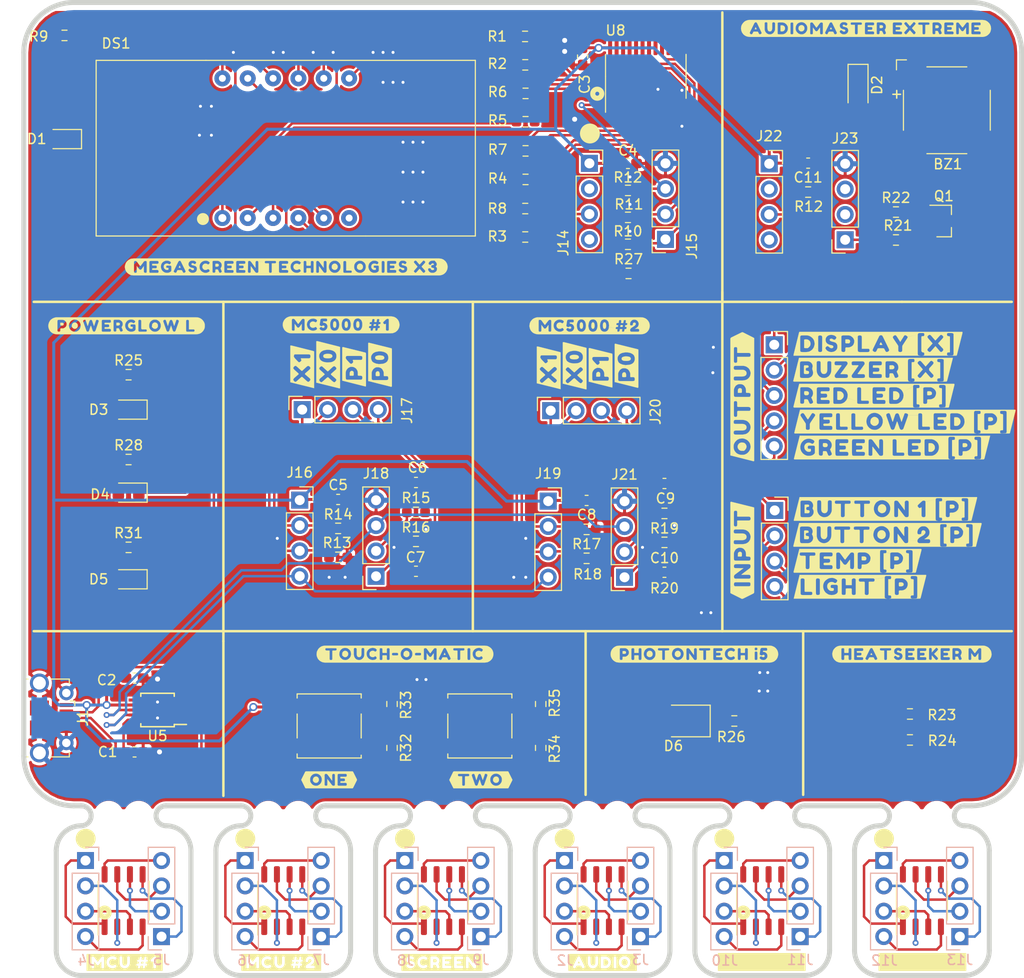
<source format=kicad_pcb>
(kicad_pcb (version 20171130) (host pcbnew "(5.1.9-0-10_14)")
  (layers (0 F.Cu signal) (31 B.Cu signal) (34 B.Paste user) (35 F.Paste user) (36 B.SilkS user) (37 F.SilkS user) (38 B.Mask user) (39 F.Mask user) (44 Edge.Cuts user))
  (net 0 "")
  (net 1 "Net-(J1-Pad3)")
  (net 2 "Net-(J1-Pad4)")
  (net 3 "Net-(J1-Pad2)")
  (net 4 "Net-(J2-Pad4)")
  (net 5 "Net-(J2-Pad3)")
  (net 6 "Net-(J2-Pad2)")
  (net 7 "Net-(J2-Pad1)")
  (net 8 "Net-(J3-Pad4)")
  (net 9 "Net-(J3-Pad3)")
  (net 10 "Net-(J3-Pad2)")
  (net 11 "Net-(J3-Pad1)")
  (net 12 "Net-(J4-Pad4)")
  (net 13 "Net-(J4-Pad3)")
  (net 14 "Net-(J4-Pad2)")
  (net 15 "Net-(J4-Pad1)")
  (net 16 "Net-(J5-Pad4)")
  (net 17 "Net-(J5-Pad3)")
  (net 18 "Net-(J5-Pad2)")
  (net 19 "Net-(J5-Pad1)")
  (net 20 "Net-(J6-Pad4)")
  (net 21 "Net-(J6-Pad3)")
  (net 22 "Net-(J6-Pad2)")
  (net 23 "Net-(J6-Pad1)")
  (net 24 "Net-(J7-Pad4)")
  (net 25 "Net-(J7-Pad3)")
  (net 26 "Net-(J7-Pad2)")
  (net 27 "Net-(J7-Pad1)")
  (net 28 "Net-(J8-Pad4)")
  (net 29 "Net-(J8-Pad3)")
  (net 30 "Net-(J8-Pad2)")
  (net 31 "Net-(J8-Pad1)")
  (net 32 "Net-(J9-Pad4)")
  (net 33 "Net-(J9-Pad3)")
  (net 34 "Net-(J9-Pad2)")
  (net 35 "Net-(J9-Pad1)")
  (net 36 "Net-(DS1-Pad1)")
  (net 37 "Net-(DS1-Pad2)")
  (net 38 "Net-(DS1-Pad5)")
  (net 39 "Net-(DS1-Pad4)")
  (net 40 "Net-(DS1-Pad3)")
  (net 41 "Net-(DS1-Pad12)")
  (net 42 "Net-(DS1-Pad7)")
  (net 43 "Net-(DS1-Pad8)")
  (net 44 "Net-(DS1-Pad9)")
  (net 45 "Net-(DS1-Pad10)")
  (net 46 GND)
  (net 47 VCC)
  (net 48 "Net-(C1-Pad2)")
  (net 49 RXD)
  (net 50 "Net-(U5-Pad5)")
  (net 51 TXD)
  (net 52 "Net-(U5-Pad6)")
  (net 53 "Net-(U5-Pad4)")
  (net 54 "Net-(J10-Pad4)")
  (net 55 "Net-(J10-Pad3)")
  (net 56 "Net-(J10-Pad2)")
  (net 57 "Net-(J10-Pad1)")
  (net 58 "Net-(J11-Pad4)")
  (net 59 "Net-(J11-Pad3)")
  (net 60 "Net-(J11-Pad2)")
  (net 61 "Net-(J11-Pad1)")
  (net 62 "Net-(J12-Pad4)")
  (net 63 "Net-(J12-Pad3)")
  (net 64 "Net-(J12-Pad2)")
  (net 65 "Net-(J12-Pad1)")
  (net 66 "Net-(J13-Pad4)")
  (net 67 "Net-(J13-Pad3)")
  (net 68 "Net-(J13-Pad2)")
  (net 69 "Net-(J13-Pad1)")
  (net 70 "Net-(R1-Pad2)")
  (net 71 "Net-(R2-Pad2)")
  (net 72 "Net-(R3-Pad2)")
  (net 73 "Net-(R4-Pad2)")
  (net 74 "Net-(R5-Pad2)")
  (net 75 "Net-(R6-Pad2)")
  (net 76 "Net-(R7-Pad2)")
  (net 77 "Net-(R8-Pad2)")
  (net 78 "Net-(U8-Pad20)")
  (net 79 "Net-(U8-Pad19)")
  (net 80 "Net-(U8-Pad18)")
  (net 81 "Net-(U8-Pad17)")
  (net 82 "Net-(D1-Pad2)")
  (net 83 "Net-(R9-Pad2)")
  (net 84 "Net-(J14-Pad2)")
  (net 85 "Net-(J15-Pad3)")
  (net 86 "Net-(J15-Pad2)")
  (net 87 "Net-(J14-Pad4)")
  (net 88 "Net-(J15-Pad1)")
  (net 89 "Net-(C6-Pad2)")
  (net 90 "Net-(C7-Pad2)")
  (net 91 "Net-(J16-Pad3)")
  (net 92 "Net-(J16-Pad2)")
  (net 93 "Net-(J18-Pad2)")
  (net 94 "Net-(J18-Pad1)")
  (net 95 "Net-(C9-Pad2)")
  (net 96 "Net-(C10-Pad2)")
  (net 97 "Net-(J19-Pad3)")
  (net 98 "Net-(J19-Pad2)")
  (net 99 "Net-(J21-Pad2)")
  (net 100 "Net-(J21-Pad1)")
  (net 101 "Net-(BZ1-Pad2)")
  (net 102 "Net-(J22-Pad4)")
  (net 103 "Net-(J22-Pad2)")
  (net 104 "Net-(J23-Pad3)")
  (net 105 "Net-(J23-Pad2)")
  (net 106 "Net-(J23-Pad1)")
  (net 107 "Net-(Q1-Pad1)")
  (net 108 "Net-(D3-Pad2)")
  (net 109 "Net-(D4-Pad2)")
  (net 110 "Net-(D5-Pad2)")
  (net 111 LED_RED)
  (net 112 LED_YELLOW)
  (net 113 LED_GREEN)
  (net 114 "Net-(R32-Pad2)")
  (net 115 SWITCH_2)
  (net 116 "Net-(R34-Pad2)")
  (net 117 SWITCH_1)
  (net 118 LIGHT_SENSOR)
  (net 119 DISPLAY)
  (net 120 BUZZER)
  (net 121 TEMP_SENSOR)
  (net 122 "Net-(DS1-Pad11)")
  (module Package_SO:MSOP-10_3x3mm_P0.5mm (layer F.Cu) (at 63.4 110.9 180)
    (fp_text reference U5 (at 0 -2.6) (layer F.SilkS))
    (fp_text value CH340E)
    (pad 10 smd rect (at 2.2 -1 180) (size 1.4 0.3) (layers F.Cu F.Paste F.Mask) (net 48 "Net-(C1-Pad2)"))
    (pad 9 smd rect (at 2.2 -0.5 180) (size 1.4 0.3) (layers F.Cu F.Paste F.Mask) (net 49 RXD))
    (pad 8 smd rect (at 2.2 0 180) (size 1.4 0.3) (layers F.Cu F.Paste F.Mask) (net 51 TXD))
    (pad 7 smd rect (at 2.2 0.5 180) (size 1.4 0.3) (layers F.Cu F.Paste F.Mask) (net 47 VCC))
    (pad 6 smd rect (at 2.2 1 180) (size 1.4 0.3) (layers F.Cu F.Paste F.Mask) (net 52 "Net-(U5-Pad6)"))
    (pad 5 smd rect (at -2.2 1 180) (size 1.4 0.3) (layers F.Cu F.Paste F.Mask) (net 50 "Net-(U5-Pad5)"))
    (pad 4 smd rect (at -2.2 0.5 180) (size 1.4 0.3) (layers F.Cu F.Paste F.Mask) (net 53 "Net-(U5-Pad4)"))
    (pad 3 smd rect (at -2.2 0 180) (size 1.4 0.3) (layers F.Cu F.Paste F.Mask) (net 46 GND))
    (pad 2 smd rect (at -2.2 -0.5 180) (size 1.4 0.3) (layers F.Cu F.Paste F.Mask) (net 3 "Net-(J1-Pad2)"))
    (pad 1 smd rect (at -2.2 -1 180) (size 1.4 0.3) (layers F.Cu F.Paste F.Mask) (net 1 "Net-(J1-Pad3)"))
  )
  (module LCSC_parts:SLR0523DYA1BD (layer F.Cu) (at 76.25 54.6)
    (fp_text reference DS1 (at -17 -10.5) (layer F.SilkS))
    (fp_text value SLR0523DYA1BD)
    (pad 6 thru_hole circle (at 6.35 7) (size 1.6 1.6) (drill 0.7) (layers *.Cu *.Mask))
    (pad 5 thru_hole circle (at 3.81 7) (size 1.6 1.6) (drill 0.7) (layers *.Cu *.Mask) (net 38 "Net-(DS1-Pad5)"))
    (pad 4 thru_hole circle (at 1.27 7) (size 1.6 1.6) (drill 0.7) (layers *.Cu *.Mask) (net 39 "Net-(DS1-Pad4)"))
    (pad 3 thru_hole circle (at -1.27 7) (size 1.6 1.6) (drill 0.7) (layers *.Cu *.Mask) (net 40 "Net-(DS1-Pad3)"))
    (pad 2 thru_hole circle (at -3.81 7) (size 1.6 1.6) (drill 0.7) (layers *.Cu *.Mask) (net 37 "Net-(DS1-Pad2)"))
    (pad 1 thru_hole circle (at -6.35 7) (size 1.6 1.6) (drill 0.8) (layers *.Cu *.Mask) (net 36 "Net-(DS1-Pad1)"))
    (pad 7 thru_hole circle (at 6.35 -7) (size 1.6 1.6) (drill 0.7) (layers *.Cu *.Mask) (net 42 "Net-(DS1-Pad7)"))
    (pad 8 thru_hole circle (at 3.81 -7) (size 1.6 1.6) (drill 0.7) (layers *.Cu *.Mask) (net 43 "Net-(DS1-Pad8)"))
    (pad 9 thru_hole circle (at 1.27 -7) (size 1.6 1.6) (drill 0.7) (layers *.Cu *.Mask) (net 44 "Net-(DS1-Pad9)"))
    (pad 10 thru_hole circle (at -1.27 -7) (size 1.6 1.6) (drill 0.7) (layers *.Cu *.Mask) (net 45 "Net-(DS1-Pad10)"))
    (pad 11 thru_hole circle (at -3.81 -7) (size 1.6 1.6) (drill 0.7) (layers *.Cu *.Mask) (net 122 "Net-(DS1-Pad11)"))
    (pad 12 thru_hole circle (at -6.35 -7) (size 1.6 1.6) (drill 0.7) (layers *.Cu *.Mask) (net 41 "Net-(DS1-Pad12)"))
  )
  (module Resistor_SMD:R_0603_1608Metric_Pad0.98x0.95mm_HandSolder (layer F.Cu) (at 110.6 67.15)
    (fp_text reference R27 (at 0 -1.43) (layer F.SilkS))
    (fp_text value 1M)
    (pad 2 smd roundrect (at 0.9125 0) (size 0.975 0.95) (layers F.Cu F.Paste F.Mask) (net 46 GND))
    (pad 1 smd roundrect (at -0.9125 0) (size 0.975 0.95) (layers F.Cu F.Paste F.Mask) (net 119 DISPLAY))
  )
  (module Resistor_SMD:R_0603_1608Metric_Pad0.98x0.95mm_HandSolder (layer F.Cu) (at 128.6 59)
    (fp_text reference R12 (at 0.05 1.45) (layer F.SilkS))
    (fp_text value 1M)
    (pad 2 smd roundrect (at 0.9125 0) (size 0.975 0.95) (layers F.Cu F.Paste F.Mask) (net 46 GND))
    (pad 1 smd roundrect (at -0.9125 0) (size 0.975 0.95) (layers F.Cu F.Paste F.Mask) (net 120 BUZZER))
  )
  (module Package_SO:SOP-8_3.9x4.9mm_P1.27mm (layer F.Cu) (at 108 130 90)
    (fp_text reference U1 hide)
    (fp_text value PFS173-S08)
    (pad 8 smd roundrect (at 2.625 -1.905 90) (size 1.65 0.6) (layers F.Cu F.Paste F.Mask) (net 8 "Net-(J3-Pad4)"))
    (pad 7 smd roundrect (at 2.625 -0.635 90) (size 1.65 0.6) (layers F.Cu F.Paste F.Mask) (net 9 "Net-(J3-Pad3)"))
    (pad 6 smd roundrect (at 2.625 0.635 90) (size 1.65 0.6) (layers F.Cu F.Paste F.Mask) (net 10 "Net-(J3-Pad2)"))
    (pad 5 smd roundrect (at 2.625 1.905 90) (size 1.65 0.6) (layers F.Cu F.Paste F.Mask) (net 11 "Net-(J3-Pad1)"))
    (pad 4 smd roundrect (at -2.625 1.905 90) (size 1.65 0.6) (layers F.Cu F.Paste F.Mask) (net 4 "Net-(J2-Pad4)"))
    (pad 3 smd roundrect (at -2.625 0.635 90) (size 1.65 0.6) (layers F.Cu F.Paste F.Mask) (net 5 "Net-(J2-Pad3)"))
    (pad 2 smd roundrect (at -2.625 -0.635 90) (size 1.65 0.6) (layers F.Cu F.Paste F.Mask) (net 6 "Net-(J2-Pad2)"))
    (pad 1 smd roundrect (at -2.625 -1.905 90) (size 1.65 0.6) (layers F.Cu F.Paste F.Mask) (net 7 "Net-(J2-Pad1)"))
  )
  (module Package_SO:SOP-8_3.9x4.9mm_P1.27mm (layer F.Cu) (at 92 130 90)
    (fp_text reference U4 hide)
    (fp_text value PFS173-S08)
    (pad 8 smd roundrect (at 2.625 -1.905 90) (size 1.65 0.6) (layers F.Cu F.Paste F.Mask) (net 32 "Net-(J9-Pad4)"))
    (pad 7 smd roundrect (at 2.625 -0.635 90) (size 1.65 0.6) (layers F.Cu F.Paste F.Mask) (net 33 "Net-(J9-Pad3)"))
    (pad 6 smd roundrect (at 2.625 0.635 90) (size 1.65 0.6) (layers F.Cu F.Paste F.Mask) (net 34 "Net-(J9-Pad2)"))
    (pad 5 smd roundrect (at 2.625 1.905 90) (size 1.65 0.6) (layers F.Cu F.Paste F.Mask) (net 35 "Net-(J9-Pad1)"))
    (pad 4 smd roundrect (at -2.625 1.905 90) (size 1.65 0.6) (layers F.Cu F.Paste F.Mask) (net 28 "Net-(J8-Pad4)"))
    (pad 3 smd roundrect (at -2.625 0.635 90) (size 1.65 0.6) (layers F.Cu F.Paste F.Mask) (net 29 "Net-(J8-Pad3)"))
    (pad 2 smd roundrect (at -2.625 -0.635 90) (size 1.65 0.6) (layers F.Cu F.Paste F.Mask) (net 30 "Net-(J8-Pad2)"))
    (pad 1 smd roundrect (at -2.625 -1.905 90) (size 1.65 0.6) (layers F.Cu F.Paste F.Mask) (net 31 "Net-(J8-Pad1)"))
  )
  (module Package_SO:SOP-8_3.9x4.9mm_P1.27mm (layer F.Cu) (at 76 130 90)
    (fp_text reference U3 hide)
    (fp_text value PFS173-S08)
    (pad 8 smd roundrect (at 2.625 -1.905 90) (size 1.65 0.6) (layers F.Cu F.Paste F.Mask) (net 24 "Net-(J7-Pad4)"))
    (pad 7 smd roundrect (at 2.625 -0.635 90) (size 1.65 0.6) (layers F.Cu F.Paste F.Mask) (net 25 "Net-(J7-Pad3)"))
    (pad 6 smd roundrect (at 2.625 0.635 90) (size 1.65 0.6) (layers F.Cu F.Paste F.Mask) (net 26 "Net-(J7-Pad2)"))
    (pad 5 smd roundrect (at 2.625 1.905 90) (size 1.65 0.6) (layers F.Cu F.Paste F.Mask) (net 27 "Net-(J7-Pad1)"))
    (pad 4 smd roundrect (at -2.625 1.905 90) (size 1.65 0.6) (layers F.Cu F.Paste F.Mask) (net 20 "Net-(J6-Pad4)"))
    (pad 3 smd roundrect (at -2.625 0.635 90) (size 1.65 0.6) (layers F.Cu F.Paste F.Mask) (net 21 "Net-(J6-Pad3)"))
    (pad 2 smd roundrect (at -2.625 -0.635 90) (size 1.65 0.6) (layers F.Cu F.Paste F.Mask) (net 22 "Net-(J6-Pad2)"))
    (pad 1 smd roundrect (at -2.625 -1.905 90) (size 1.65 0.6) (layers F.Cu F.Paste F.Mask) (net 23 "Net-(J6-Pad1)"))
  )
  (module Package_SO:SOP-8_3.9x4.9mm_P1.27mm (layer F.Cu) (at 60 130 90)
    (fp_text reference U2 hide)
    (fp_text value PFS173-S08)
    (pad 8 smd roundrect (at 2.625 -1.905 90) (size 1.65 0.6) (layers F.Cu F.Paste F.Mask) (net 16 "Net-(J5-Pad4)"))
    (pad 7 smd roundrect (at 2.625 -0.635 90) (size 1.65 0.6) (layers F.Cu F.Paste F.Mask) (net 17 "Net-(J5-Pad3)"))
    (pad 6 smd roundrect (at 2.625 0.635 90) (size 1.65 0.6) (layers F.Cu F.Paste F.Mask) (net 18 "Net-(J5-Pad2)"))
    (pad 5 smd roundrect (at 2.625 1.905 90) (size 1.65 0.6) (layers F.Cu F.Paste F.Mask) (net 19 "Net-(J5-Pad1)"))
    (pad 4 smd roundrect (at -2.625 1.905 90) (size 1.65 0.6) (layers F.Cu F.Paste F.Mask) (net 12 "Net-(J4-Pad4)"))
    (pad 3 smd roundrect (at -2.625 0.635 90) (size 1.65 0.6) (layers F.Cu F.Paste F.Mask) (net 13 "Net-(J4-Pad3)"))
    (pad 2 smd roundrect (at -2.625 -0.635 90) (size 1.65 0.6) (layers F.Cu F.Paste F.Mask) (net 14 "Net-(J4-Pad2)"))
    (pad 1 smd roundrect (at -2.625 -1.905 90) (size 1.65 0.6) (layers F.Cu F.Paste F.Mask) (net 15 "Net-(J4-Pad1)"))
  )
  (module Connector_PinSocket_2.54mm:PinSocket_1x05_P2.54mm_Vertical (layer F.Cu) (at 125.2 74.3)
    (fp_text reference J25 hide)
    (fp_text value Conn_01x05_Female hide)
    (pad 5 thru_hole oval (at 0 10.16) (size 1.7 1.7) (drill 1) (layers *.Cu *.Mask) (net 113 LED_GREEN))
    (pad 4 thru_hole oval (at 0 7.62) (size 1.7 1.7) (drill 1) (layers *.Cu *.Mask) (net 112 LED_YELLOW))
    (pad 3 thru_hole oval (at 0 5.08) (size 1.7 1.7) (drill 1) (layers *.Cu *.Mask) (net 111 LED_RED))
    (pad 2 thru_hole oval (at 0 2.54) (size 1.7 1.7) (drill 1) (layers *.Cu *.Mask) (net 120 BUZZER))
    (pad 1 thru_hole rect (at 0 0) (size 1.7 1.7) (drill 1) (layers *.Cu *.Mask) (net 119 DISPLAY))
  )
  (module Connector_PinSocket_2.54mm:PinSocket_1x04_P2.54mm_Vertical (layer F.Cu) (at 125.25 90.9)
    (fp_text reference J24 hide)
    (fp_text value Conn_01x04_Female hide)
    (pad 4 thru_hole oval (at 0 7.62) (size 1.7 1.7) (drill 1) (layers *.Cu *.Mask) (net 118 LIGHT_SENSOR))
    (pad 3 thru_hole oval (at 0 5.08) (size 1.7 1.7) (drill 1) (layers *.Cu *.Mask) (net 121 TEMP_SENSOR))
    (pad 2 thru_hole oval (at 0 2.54) (size 1.7 1.7) (drill 1) (layers *.Cu *.Mask) (net 115 SWITCH_2))
    (pad 1 thru_hole rect (at 0 0) (size 1.7 1.7) (drill 1) (layers *.Cu *.Mask) (net 117 SWITCH_1))
  )
  (module Resistor_SMD:R_0603_1608Metric_Pad0.98x0.95mm_HandSolder (layer F.Cu) (at 121.2 112 180)
    (fp_text reference R26 (at 0.3 -1.6) (layer F.SilkS))
    (fp_text value 10K)
    (pad 2 smd roundrect (at 0.9125 0 180) (size 0.975 0.95) (layers F.Cu F.Paste F.Mask) (net 118 LIGHT_SENSOR))
    (pad 1 smd roundrect (at -0.9125 0 180) (size 0.975 0.95) (layers F.Cu F.Paste F.Mask) (net 46 GND))
  )
  (module Resistor_SMD:R_0603_1608Metric_Pad0.98x0.95mm_HandSolder (layer F.Cu) (at 138.8 113.9)
    (fp_text reference R24 (at 3.23 0.08) (layer F.SilkS))
    (fp_text value "NTC - 100k")
    (pad 2 smd roundrect (at 0.9125 0) (size 0.975 0.95) (layers F.Cu F.Paste F.Mask) (net 121 TEMP_SENSOR))
    (pad 1 smd roundrect (at -0.9125 0) (size 0.975 0.95) (layers F.Cu F.Paste F.Mask) (net 47 VCC))
  )
  (module Resistor_SMD:R_0603_1608Metric_Pad0.98x0.95mm_HandSolder (layer F.Cu) (at 138.8 111.3 180)
    (fp_text reference R23 (at -3.2 -0.1) (layer F.SilkS))
    (fp_text value 100K)
    (pad 2 smd roundrect (at 0.9125 0 180) (size 0.975 0.95) (layers F.Cu F.Paste F.Mask) (net 46 GND))
    (pad 1 smd roundrect (at -0.9125 0 180) (size 0.975 0.95) (layers F.Cu F.Paste F.Mask) (net 121 TEMP_SENSOR))
  )
  (module LED_SMD:LED_1210_3225Metric (layer F.Cu) (at 116.5 112 180)
    (fp_text reference D6 (at 1.4 -2.5) (layer F.SilkS))
    (fp_text value SMD3528C-50)
    (pad 2 smd roundrect (at 1.4 0 180) (size 1.25 2.65) (layers F.Cu F.Paste F.Mask) (roundrect_rratio 0.2) (net 47 VCC))
    (pad 1 smd roundrect (at -1.4 0 180) (size 1.25 2.65) (layers F.Cu F.Paste F.Mask) (roundrect_rratio 0.2) (net 118 LIGHT_SENSOR))
  )
  (module buzzard_labels (layer F.Cu) (at 139 105.3)
    (fp_text reference "" (at 0 0) (layer F.SilkS) (effects (font (size 1.27 1.27))))
    (fp_text value "" (at 0 0) (layer F.SilkS) (effects (font (size 1.27 1.27))))
  )
  (module buzzard_labels (layer F.Cu) (at 117.2 105.3)
    (fp_text reference "" (at 0 0) (layer F.SilkS) (effects (font (size 1.27 1.27))))
    (fp_text value "" (at 0 0) (layer F.SilkS) (effects (font (size 1.27 1.27))))
  )
  (module buzzard_labels (layer F.Cu) (at 138.3 82)
    (fp_text reference "" (at 0 0) (layer F.SilkS) (effects (font (size 1.27 1.27))))
    (fp_text value "" (at 0 0) (layer F.SilkS) (effects (font (size 1.27 1.27))))
  )
  (module buzzard_labels (layer F.Cu) (at 137 84.6)
    (fp_text reference "" (at 0 0) (layer F.SilkS) (effects (font (size 1.27 1.27))))
    (fp_text value "" (at 0 0) (layer F.SilkS) (effects (font (size 1.27 1.27))))
  )
  (module buzzard_labels (layer F.Cu) (at 135.2 79.4)
    (fp_text reference "" (at 0 0) (layer F.SilkS) (effects (font (size 1.27 1.27))))
    (fp_text value "" (at 0 0) (layer F.SilkS) (effects (font (size 1.27 1.27))))
  )
  (module buzzard_labels (layer F.Cu) (at 135.1 76.8)
    (fp_text reference "" (at 0 0) (layer F.SilkS) (effects (font (size 1.27 1.27))))
    (fp_text value "" (at 0 0) (layer F.SilkS) (effects (font (size 1.27 1.27))))
  )
  (module buzzard_labels (layer F.Cu) (at 135.6 74.2)
    (fp_text reference "" (at 0 0) (layer F.SilkS) (effects (font (size 1.27 1.27))))
    (fp_text value "" (at 0 0) (layer F.SilkS) (effects (font (size 1.27 1.27))))
  )
  (module buzzard_labels (layer F.Cu) (at 133.55 95.95)
    (fp_text reference "" (at 0 0) (layer F.SilkS) (effects (font (size 1.27 1.27))))
    (fp_text value "" (at 0 0) (layer F.SilkS) (effects (font (size 1.27 1.27))))
  )
  (module buzzard_labels (layer F.Cu) (at 133.8 98.55)
    (fp_text reference "" (at 0 0) (layer F.SilkS) (effects (font (size 1.27 1.27))))
    (fp_text value "" (at 0 0) (layer F.SilkS) (effects (font (size 1.27 1.27))))
  )
  (module buzzard_labels (layer F.Cu) (at 122 79.8 90)
    (fp_text reference "" (at 0 0 90) (layer F.SilkS) (effects (font (size 1.27 1.27))))
    (fp_text value "" (at 0 0 90) (layer F.SilkS) (effects (font (size 1.27 1.27))))
  )
  (module buzzard_labels (layer F.Cu) (at 122 94.6 90)
    (fp_text reference "" (at 0 0 90) (layer F.SilkS) (effects (font (size 1.27 1.27))))
    (fp_text value "" (at 0 0 90) (layer F.SilkS) (effects (font (size 1.27 1.27))))
  )
  (module buzzard_labels (layer F.Cu) (at 136.55 93.35)
    (fp_text reference "" (at 0 0) (layer F.SilkS) (effects (font (size 1.27 1.27))))
    (fp_text value "" (at 0 0) (layer F.SilkS) (effects (font (size 1.27 1.27))))
  )
  (module buzzard_labels (layer F.Cu) (at 136.35 90.75)
    (fp_text reference "" (at 0 0) (layer F.SilkS) (effects (font (size 1.27 1.27))))
    (fp_text value "" (at 0 0) (layer F.SilkS) (effects (font (size 1.27 1.27))))
  )
  (module buzzard_labels (layer F.Cu) (at 91.9 136.2)
    (fp_text reference "" (at 0 0) (layer F.SilkS) (effects (font (size 1.27 1.27))))
    (fp_text value "" (at 0 0) (layer F.SilkS) (effects (font (size 1.27 1.27))))
  )
  (module buzzard_labels (layer F.Cu) (at 108 136.2)
    (fp_text reference "" (at 0 0) (layer F.SilkS) (effects (font (size 1.27 1.27))))
    (fp_text value "" (at 0 0) (layer F.SilkS) (effects (font (size 1.27 1.27))))
  )
  (module buzzard_labels (layer F.Cu) (at 106.7 72.4)
    (fp_text reference "" (at 0 0) (layer F.SilkS) (effects (font (size 1.27 1.27))))
    (fp_text value "" (at 0 0) (layer F.SilkS) (effects (font (size 1.27 1.27))))
  )
  (module buzzard_labels (layer F.Cu) (at 81.8 72.3)
    (fp_text reference "" (at 0 0) (layer F.SilkS) (effects (font (size 1.27 1.27))))
    (fp_text value "" (at 0 0) (layer F.SilkS) (effects (font (size 1.27 1.27))))
  )
  (module buzzard_labels (layer F.Cu) (at 95.8 117.9)
    (fp_text reference "" (at 0 0) (layer F.SilkS) (effects (font (size 1.27 1.27))))
    (fp_text value "" (at 0 0) (layer F.SilkS) (effects (font (size 1.27 1.27))))
  )
  (module buzzard_labels (layer F.Cu) (at 80.6 117.9)
    (fp_text reference "" (at 0 0) (layer F.SilkS) (effects (font (size 1.27 1.27))))
    (fp_text value "" (at 0 0) (layer F.SilkS) (effects (font (size 1.27 1.27))))
  )
  (module buzzard_labels (layer F.Cu) (at 88.2 105.3)
    (fp_text reference "" (at 0 0) (layer F.SilkS) (effects (font (size 1.27 1.27))))
    (fp_text value "" (at 0 0) (layer F.SilkS) (effects (font (size 1.27 1.27))))
  )
  (module Resistor_SMD:R_0603_1608Metric_Pad0.98x0.95mm_HandSolder (layer F.Cu) (at 60.5 94.6)
    (fp_text reference R31 (at 0 -1.43) (layer F.SilkS))
    (fp_text value 120R)
    (pad 2 smd roundrect (at 0.9125 0) (size 0.975 0.95) (layers F.Cu F.Paste F.Mask) (net 46 GND))
    (pad 1 smd roundrect (at -0.9125 0) (size 0.975 0.95) (layers F.Cu F.Paste F.Mask) (net 110 "Net-(D5-Pad2)"))
  )
  (module Resistor_SMD:R_0603_1608Metric_Pad0.98x0.95mm_HandSolder (layer F.Cu) (at 60.5 85.8)
    (fp_text reference R28 (at 0 -1.43) (layer F.SilkS))
    (fp_text value 220R)
    (pad 2 smd roundrect (at 0.9125 0) (size 0.975 0.95) (layers F.Cu F.Paste F.Mask) (net 46 GND))
    (pad 1 smd roundrect (at -0.9125 0) (size 0.975 0.95) (layers F.Cu F.Paste F.Mask) (net 109 "Net-(D4-Pad2)"))
  )
  (module Resistor_SMD:R_0603_1608Metric_Pad0.98x0.95mm_HandSolder (layer F.Cu) (at 60.5 77.3)
    (fp_text reference R25 (at 0 -1.43) (layer F.SilkS))
    (fp_text value 220R)
    (pad 2 smd roundrect (at 0.9125 0) (size 0.975 0.95) (layers F.Cu F.Paste F.Mask) (net 46 GND))
    (pad 1 smd roundrect (at -0.9125 0) (size 0.975 0.95) (layers F.Cu F.Paste F.Mask) (net 108 "Net-(D3-Pad2)"))
  )
  (module Resistor_SMD:R_0603_1608Metric_Pad0.98x0.95mm_HandSolder (layer F.Cu) (at 137.4 61)
    (fp_text reference R22 (at 0 -1.43) (layer F.SilkS))
    (fp_text value 100K)
    (pad 2 smd roundrect (at 0.9125 0) (size 0.975 0.95) (layers F.Cu F.Paste F.Mask) (net 107 "Net-(Q1-Pad1)"))
    (pad 1 smd roundrect (at -0.9125 0) (size 0.975 0.95) (layers F.Cu F.Paste F.Mask) (net 46 GND))
  )
  (module Resistor_SMD:R_0603_1608Metric_Pad0.98x0.95mm_HandSolder (layer F.Cu) (at 137.4 63.8 180)
    (fp_text reference R21 (at -0.2 1.45) (layer F.SilkS))
    (fp_text value 220R)
    (pad 2 smd roundrect (at 0.9125 0 180) (size 0.975 0.95) (layers F.Cu F.Paste F.Mask) (net 106 "Net-(J23-Pad1)"))
    (pad 1 smd roundrect (at -0.9125 0 180) (size 0.975 0.95) (layers F.Cu F.Paste F.Mask) (net 107 "Net-(Q1-Pad1)"))
  )
  (module buzzard_labels (layer F.Cu) (at 60.3 72.4)
    (fp_text reference "" (at 0 0) (layer F.SilkS) (effects (font (size 1.27 1.27))))
    (fp_text value "" (at 0 0) (layer F.SilkS) (effects (font (size 1.27 1.27))))
  )
  (module Button_Switch_SMD:SW_Push_1P1T_NO_CK_KSC6xxJ (layer F.Cu) (at 95.7 112.5)
    (fp_text reference SW2 hide)
    (fp_text value SW_MEC_5E)
    (pad 2 smd rect (at 2.9 2) (size 2.8 1) (layers F.Cu F.Paste F.Mask) (net 116 "Net-(R34-Pad2)"))
    (pad 2 smd rect (at -2.9 2) (size 2.8 1) (layers F.Cu F.Paste F.Mask) (net 116 "Net-(R34-Pad2)"))
    (pad 1 smd rect (at 2.9 -2) (size 2.8 1) (layers F.Cu F.Paste F.Mask) (net 47 VCC))
    (pad 1 smd rect (at -2.9 -2) (size 2.8 1) (layers F.Cu F.Paste F.Mask) (net 47 VCC))
  )
  (module Resistor_SMD:R_0603_1608Metric_Pad0.98x0.95mm_HandSolder (layer F.Cu) (at 101.8 110.3 270)
    (fp_text reference R35 (at -0.1 -1.4 90) (layer F.SilkS))
    (fp_text value 220R)
    (pad 2 smd roundrect (at 0.9125 0 270) (size 0.975 0.95) (layers F.Cu F.Paste F.Mask) (net 116 "Net-(R34-Pad2)"))
    (pad 1 smd roundrect (at -0.9125 0 270) (size 0.975 0.95) (layers F.Cu F.Paste F.Mask) (net 115 SWITCH_2))
  )
  (module Resistor_SMD:R_0603_1608Metric_Pad0.98x0.95mm_HandSolder (layer F.Cu) (at 101.8 114.7 90)
    (fp_text reference R34 (at -0.1 1.4 90) (layer F.SilkS))
    (fp_text value 100K)
    (pad 2 smd roundrect (at 0.9125 0 90) (size 0.975 0.95) (layers F.Cu F.Paste F.Mask) (net 116 "Net-(R34-Pad2)"))
    (pad 1 smd roundrect (at -0.9125 0 90) (size 0.975 0.95) (layers F.Cu F.Paste F.Mask) (net 46 GND))
  )
  (module Resistor_SMD:R_0603_1608Metric_Pad0.98x0.95mm_HandSolder (layer F.Cu) (at 86.9 110.3 270)
    (fp_text reference R33 (at 0.1 -1.4 90) (layer F.SilkS))
    (fp_text value 220R)
    (pad 2 smd roundrect (at 0.9125 0 270) (size 0.975 0.95) (layers F.Cu F.Paste F.Mask) (net 114 "Net-(R32-Pad2)"))
    (pad 1 smd roundrect (at -0.9125 0 270) (size 0.975 0.95) (layers F.Cu F.Paste F.Mask) (net 117 SWITCH_1))
  )
  (module Resistor_SMD:R_0603_1608Metric_Pad0.98x0.95mm_HandSolder (layer F.Cu) (at 86.9 114.7 90)
    (fp_text reference R32 (at 0 1.4 90) (layer F.SilkS))
    (fp_text value 100K)
    (pad 2 smd roundrect (at 0.9125 0 90) (size 0.975 0.95) (layers F.Cu F.Paste F.Mask) (net 114 "Net-(R32-Pad2)"))
    (pad 1 smd roundrect (at -0.9125 0 90) (size 0.975 0.95) (layers F.Cu F.Paste F.Mask) (net 46 GND))
  )
  (module Button_Switch_SMD:SW_Push_1P1T_NO_CK_KSC6xxJ (layer F.Cu) (at 80.6 112.5)
    (fp_text reference SW1 hide)
    (fp_text value SW_MEC_5E)
    (pad 2 smd rect (at 2.9 2) (size 2.8 1) (layers F.Cu F.Paste F.Mask) (net 114 "Net-(R32-Pad2)"))
    (pad 2 smd rect (at -2.9 2) (size 2.8 1) (layers F.Cu F.Paste F.Mask) (net 114 "Net-(R32-Pad2)"))
    (pad 1 smd rect (at 2.9 -2) (size 2.8 1) (layers F.Cu F.Paste F.Mask) (net 47 VCC))
    (pad 1 smd rect (at -2.9 -2) (size 2.8 1) (layers F.Cu F.Paste F.Mask) (net 47 VCC))
  )
  (module buzzard_labels (layer F.Cu) (at 134.4 42.6)
    (fp_text reference "" (at 0 0) (layer F.SilkS) (effects (font (size 1.27 1.27))))
    (fp_text value "" (at 0 0) (layer F.SilkS) (effects (font (size 1.27 1.27))))
  )
  (module Diode_SMD:D_SOD-123F (layer F.Cu) (at 133.6 48.4 270)
    (fp_text reference D2 (at -0.127 -1.905 90) (layer F.SilkS))
    (fp_text value D)
    (pad 2 smd rect (at 1.4 0 270) (size 1.1 1.1) (layers F.Cu F.Paste F.Mask) (net 101 "Net-(BZ1-Pad2)"))
    (pad 1 smd rect (at -1.4 0 270) (size 1.1 1.1) (layers F.Cu F.Paste F.Mask) (net 47 VCC))
  )
  (module LED_SMD:LED_0805_2012Metric_Pad1.15x1.40mm_HandSolder (layer F.Cu) (at 60.5 97.8 180)
    (fp_text reference D5 (at 3 0) (layer F.SilkS))
    (fp_text value LED)
    (pad 2 smd roundrect (at 1.025 0 180) (size 1.15 1.4) (layers F.Cu F.Paste F.Mask) (roundrect_rratio 0.2173904347826087) (net 110 "Net-(D5-Pad2)"))
    (pad 1 smd roundrect (at -1.025 0 180) (size 1.15 1.4) (layers F.Cu F.Paste F.Mask) (roundrect_rratio 0.2173904347826087) (net 113 LED_GREEN))
  )
  (module LED_SMD:LED_0805_2012Metric_Pad1.15x1.40mm_HandSolder (layer F.Cu) (at 60.5 89.12 180)
    (fp_text reference D4 (at 2.86 -0.18) (layer F.SilkS))
    (fp_text value LED)
    (pad 2 smd roundrect (at 1.025 0 180) (size 1.15 1.4) (layers F.Cu F.Paste F.Mask) (roundrect_rratio 0.2173904347826087) (net 109 "Net-(D4-Pad2)"))
    (pad 1 smd roundrect (at -1.025 0 180) (size 1.15 1.4) (layers F.Cu F.Paste F.Mask) (roundrect_rratio 0.2173904347826087) (net 112 LED_YELLOW))
  )
  (module LED_SMD:LED_0805_2012Metric_Pad1.15x1.40mm_HandSolder (layer F.Cu) (at 60.5 80.8 180)
    (fp_text reference D3 (at 3 0) (layer F.SilkS))
    (fp_text value LED)
    (pad 2 smd roundrect (at 1.025 0 180) (size 1.15 1.4) (layers F.Cu F.Paste F.Mask) (roundrect_rratio 0.2173904347826087) (net 108 "Net-(D3-Pad2)"))
    (pad 1 smd roundrect (at -1.025 0 180) (size 1.15 1.4) (layers F.Cu F.Paste F.Mask) (roundrect_rratio 0.2173904347826087) (net 111 LED_RED))
  )
  (module Package_TO_SOT_SMD:SOT-23 (layer F.Cu) (at 142.2 61.9)
    (fp_text reference Q1 (at 0 -2.5) (layer F.SilkS))
    (fp_text value S9013)
    (pad 3 smd rect (at 1 0) (size 0.9 0.8) (layers F.Cu F.Paste F.Mask) (net 101 "Net-(BZ1-Pad2)"))
    (pad 2 smd rect (at -1 0.95) (size 0.9 0.8) (layers F.Cu F.Paste F.Mask) (net 46 GND))
    (pad 1 smd rect (at -1 -0.95) (size 0.9 0.8) (layers F.Cu F.Paste F.Mask) (net 107 "Net-(Q1-Pad1)"))
  )
  (module Connector_PinSocket_2.54mm:PinSocket_1x04_P2.54mm_Vertical (layer F.Cu) (at 132.31 63.78 180)
    (fp_text reference J23 (at 0 10.16) (layer F.SilkS))
    (fp_text value Conn_01x04_Female hide)
    (pad 4 thru_hole oval (at 0 7.62 180) (size 1.7 1.7) (drill 1) (layers *.Cu *.Mask) (net 46 GND))
    (pad 3 thru_hole oval (at 0 5.08 180) (size 1.7 1.7) (drill 1) (layers *.Cu *.Mask) (net 104 "Net-(J23-Pad3)"))
    (pad 2 thru_hole oval (at 0 2.54 180) (size 1.7 1.7) (drill 1) (layers *.Cu *.Mask) (net 105 "Net-(J23-Pad2)"))
    (pad 1 thru_hole rect (at 0 0 180) (size 1.7 1.7) (drill 1) (layers *.Cu *.Mask) (net 106 "Net-(J23-Pad1)"))
  )
  (module Connector_PinSocket_2.54mm:PinSocket_1x04_P2.54mm_Vertical (layer F.Cu) (at 124.7 56.16)
    (fp_text reference J22 (at 0 -2.77) (layer F.SilkS))
    (fp_text value Conn_01x04_Female hide)
    (pad 4 thru_hole oval (at 0 7.62) (size 1.7 1.7) (drill 1) (layers *.Cu *.Mask) (net 102 "Net-(J22-Pad4)"))
    (pad 3 thru_hole oval (at 0 5.08) (size 1.7 1.7) (drill 1) (layers *.Cu *.Mask) (net 120 BUZZER))
    (pad 2 thru_hole oval (at 0 2.54) (size 1.7 1.7) (drill 1) (layers *.Cu *.Mask) (net 103 "Net-(J22-Pad2)"))
    (pad 1 thru_hole rect (at 0 0) (size 1.7 1.7) (drill 1) (layers *.Cu *.Mask) (net 47 VCC))
  )
  (module Capacitor_SMD:C_0603_1608Metric_Pad1.08x0.95mm_HandSolder (layer F.Cu) (at 128.6 56.1 180)
    (fp_text reference C11 (at 0 -1.43) (layer F.SilkS))
    (fp_text value 0.1uF)
    (pad 2 smd roundrect (at 0.8625 0 180) (size 1.075 0.95) (layers F.Cu F.Paste F.Mask) (net 47 VCC))
    (pad 1 smd roundrect (at -0.8625 0 180) (size 1.075 0.95) (layers F.Cu F.Paste F.Mask) (net 46 GND))
  )
  (module Buzzer_Beeper:MagneticBuzzer_CUI_CMT-8504-100-SMT (layer F.Cu) (at 142.5 50.8)
    (fp_text reference BZ1 (at 0.1 5.4) (layer F.SilkS))
    (fp_text value MLT-7525)
    (fp_text user + (at -5.1 -1.6 270) (layer F.SilkS))
    (pad 1 smd rect (at -3.5 -3.5 270) (size 2.5 2.5) (layers F.Cu F.Paste F.Mask) (net 47 VCC))
    (pad 2 smd rect (at -3.5 3.5 270) (size 2.5 2.5) (layers F.Cu F.Paste F.Mask) (net 101 "Net-(BZ1-Pad2)"))
    (pad 3 smd rect (at 3.5 3.5 270) (size 2.5 2.5) (layers F.Cu F.Paste F.Mask))
    (pad 4 smd rect (at 3.5 -3.5 270) (size 2.5 2.5) (layers F.Cu F.Paste F.Mask))
  )
  (module buzzard_labels (layer F.Cu) (at 110.4 76.4 90)
    (fp_text reference "" (at 0 0 90) (layer F.SilkS) (effects (font (size 1.27 1.27))))
    (fp_text value "" (at 0 0 90) (layer F.SilkS) (effects (font (size 1.27 1.27))))
  )
  (module buzzard_labels (layer F.Cu) (at 105.2 76.4 90)
    (fp_text reference "" (at 0 0 90) (layer F.SilkS) (effects (font (size 1.27 1.27))))
    (fp_text value "" (at 0 0 90) (layer F.SilkS) (effects (font (size 1.27 1.27))))
  )
  (module buzzard_labels (layer F.Cu) (at 102.6 76.6 90)
    (fp_text reference "" (at 0 0 90) (layer F.SilkS) (effects (font (size 1.27 1.27))))
    (fp_text value "" (at 0 0 90) (layer F.SilkS) (effects (font (size 1.27 1.27))))
  )
  (module buzzard_labels (layer F.Cu) (at 107.8 76.6 90)
    (fp_text reference "" (at 0 0 90) (layer F.SilkS) (effects (font (size 1.27 1.27))))
    (fp_text value "" (at 0 0 90) (layer F.SilkS) (effects (font (size 1.27 1.27))))
  )
  (module Resistor_SMD:R_0603_1608Metric_Pad0.98x0.95mm_HandSolder (layer F.Cu) (at 114.2 94.1 180)
    (fp_text reference R20 (at 0 -4.6) (layer F.SilkS))
    (fp_text value 2K2)
    (pad 2 smd roundrect (at 0.9125 0 180) (size 0.975 0.95) (layers F.Cu F.Paste F.Mask) (net 100 "Net-(J21-Pad1)"))
    (pad 1 smd roundrect (at -0.9125 0 180) (size 0.975 0.95) (layers F.Cu F.Paste F.Mask) (net 96 "Net-(C10-Pad2)"))
  )
  (module Resistor_SMD:R_0603_1608Metric_Pad0.98x0.95mm_HandSolder (layer F.Cu) (at 114.2 91.2)
    (fp_text reference R19 (at 0 1.5) (layer F.SilkS))
    (fp_text value 2K2)
    (pad 2 smd roundrect (at 0.9125 0) (size 0.975 0.95) (layers F.Cu F.Paste F.Mask) (net 95 "Net-(C9-Pad2)"))
    (pad 1 smd roundrect (at -0.9125 0) (size 0.975 0.95) (layers F.Cu F.Paste F.Mask) (net 99 "Net-(J21-Pad2)"))
  )
  (module Resistor_SMD:R_0603_1608Metric_Pad0.98x0.95mm_HandSolder (layer F.Cu) (at 106.4 92.8 180)
    (fp_text reference R18 (at -0.1 -4.5) (layer F.SilkS))
    (fp_text value 1M)
    (pad 2 smd roundrect (at 0.9125 0 180) (size 0.975 0.95) (layers F.Cu F.Paste F.Mask) (net 98 "Net-(J19-Pad2)"))
    (pad 1 smd roundrect (at -0.9125 0 180) (size 0.975 0.95) (layers F.Cu F.Paste F.Mask) (net 46 GND))
  )
  (module Resistor_SMD:R_0603_1608Metric_Pad0.98x0.95mm_HandSolder (layer F.Cu) (at 106.4 95.7)
    (fp_text reference R17 (at 0 -1.43) (layer F.SilkS))
    (fp_text value 1M)
    (pad 2 smd roundrect (at 0.9125 0) (size 0.975 0.95) (layers F.Cu F.Paste F.Mask) (net 46 GND))
    (pad 1 smd roundrect (at -0.9125 0) (size 0.975 0.95) (layers F.Cu F.Paste F.Mask) (net 97 "Net-(J19-Pad3)"))
  )
  (module Connector_PinSocket_2.54mm:PinSocket_1x04_P2.54mm_Vertical (layer F.Cu) (at 110.2 97.6 180)
    (fp_text reference J21 (at 0 10.3) (layer F.SilkS))
    (fp_text value Conn_01x04_Female hide)
    (pad 4 thru_hole oval (at 0 7.62 180) (size 1.7 1.7) (drill 1) (layers *.Cu *.Mask) (net 46 GND))
    (pad 3 thru_hole oval (at 0 5.08 180) (size 1.7 1.7) (drill 1) (layers *.Cu *.Mask) (net 51 TXD))
    (pad 2 thru_hole oval (at 0 2.54 180) (size 1.7 1.7) (drill 1) (layers *.Cu *.Mask) (net 99 "Net-(J21-Pad2)"))
    (pad 1 thru_hole rect (at 0 0 180) (size 1.7 1.7) (drill 1) (layers *.Cu *.Mask) (net 100 "Net-(J21-Pad1)"))
  )
  (module Connector_PinSocket_2.54mm:PinSocket_1x04_P2.54mm_Vertical (layer F.Cu) (at 102.8 80.9 90)
    (fp_text reference J20 (at -0.1 10.5 90) (layer F.SilkS))
    (fp_text value Conn_01x04_Female hide)
    (pad 4 thru_hole oval (at 0 7.62 90) (size 1.7 1.7) (drill 1) (layers *.Cu *.Mask) (net 96 "Net-(C10-Pad2)"))
    (pad 3 thru_hole oval (at 0 5.08 90) (size 1.7 1.7) (drill 1) (layers *.Cu *.Mask) (net 95 "Net-(C9-Pad2)"))
    (pad 2 thru_hole oval (at 0 2.54 90) (size 1.7 1.7) (drill 1) (layers *.Cu *.Mask) (net 98 "Net-(J19-Pad2)"))
    (pad 1 thru_hole rect (at 0 0 90) (size 1.7 1.7) (drill 1) (layers *.Cu *.Mask) (net 97 "Net-(J19-Pad3)"))
  )
  (module Connector_PinSocket_2.54mm:PinSocket_1x04_P2.54mm_Vertical (layer F.Cu) (at 102.55 89.97)
    (fp_text reference J19 (at 0 -2.77) (layer F.SilkS))
    (fp_text value Conn_01x04_Female hide)
    (pad 4 thru_hole oval (at 0 7.62) (size 1.7 1.7) (drill 1) (layers *.Cu *.Mask) (net 49 RXD))
    (pad 3 thru_hole oval (at 0 5.08) (size 1.7 1.7) (drill 1) (layers *.Cu *.Mask) (net 97 "Net-(J19-Pad3)"))
    (pad 2 thru_hole oval (at 0 2.54) (size 1.7 1.7) (drill 1) (layers *.Cu *.Mask) (net 98 "Net-(J19-Pad2)"))
    (pad 1 thru_hole rect (at 0 0) (size 1.7 1.7) (drill 1) (layers *.Cu *.Mask) (net 47 VCC))
  )
  (module Capacitor_SMD:C_0603_1608Metric_Pad1.08x0.95mm_HandSolder (layer F.Cu) (at 114.2 97.1)
    (fp_text reference C10 (at 0 -1.43) (layer F.SilkS))
    (fp_text value 0.1uF)
    (pad 2 smd roundrect (at 0.8625 0) (size 1.075 0.95) (layers F.Cu F.Paste F.Mask) (net 96 "Net-(C10-Pad2)"))
    (pad 1 smd roundrect (at -0.8625 0) (size 1.075 0.95) (layers F.Cu F.Paste F.Mask) (net 46 GND))
  )
  (module Capacitor_SMD:C_0603_1608Metric_Pad1.08x0.95mm_HandSolder (layer F.Cu) (at 114.2 88.2)
    (fp_text reference C9 (at 0.1 1.5) (layer F.SilkS))
    (fp_text value 0.1uF)
    (pad 2 smd roundrect (at 0.8625 0) (size 1.075 0.95) (layers F.Cu F.Paste F.Mask) (net 95 "Net-(C9-Pad2)"))
    (pad 1 smd roundrect (at -0.8625 0) (size 1.075 0.95) (layers F.Cu F.Paste F.Mask) (net 46 GND))
  )
  (module Capacitor_SMD:C_0603_1608Metric_Pad1.08x0.95mm_HandSolder (layer F.Cu) (at 106.4 89.9 180)
    (fp_text reference C8 (at 0 -1.43) (layer F.SilkS))
    (fp_text value 0.1uF)
    (pad 2 smd roundrect (at 0.8625 0 180) (size 1.075 0.95) (layers F.Cu F.Paste F.Mask) (net 47 VCC))
    (pad 1 smd roundrect (at -0.8625 0 180) (size 1.075 0.95) (layers F.Cu F.Paste F.Mask) (net 46 GND))
  )
  (module buzzard_labels (layer F.Cu) (at 76.3 66.5)
    (fp_text reference "" (at 0 0) (layer F.SilkS) (effects (font (size 1.27 1.27))))
    (fp_text value "" (at 0 0) (layer F.SilkS) (effects (font (size 1.27 1.27))))
  )
  (module buzzard_labels (layer F.Cu) (at 75.8 136.2)
    (fp_text reference "" (at 0 0) (layer F.SilkS) (effects (font (size 1.27 1.27))))
    (fp_text value "" (at 0 0) (layer F.SilkS) (effects (font (size 1.27 1.27))))
  )
  (module buzzard_labels (layer F.Cu) (at 60.1 136.2)
    (fp_text reference "" (at 0 0) (layer F.SilkS) (effects (font (size 1.27 1.27))))
    (fp_text value "" (at 0 0) (layer F.SilkS) (effects (font (size 1.27 1.27))))
  )
  (module buzzard_labels (layer F.Cu) (at 85.7 76.3 90)
    (fp_text reference "" (at 0 0 90) (layer F.SilkS) (effects (font (size 1.27 1.27))))
    (fp_text value "" (at 0 0 90) (layer F.SilkS) (effects (font (size 1.27 1.27))))
  )
  (module buzzard_labels (layer F.Cu) (at 83.1 76.5 90)
    (fp_text reference "" (at 0 0 90) (layer F.SilkS) (effects (font (size 1.27 1.27))))
    (fp_text value "" (at 0 0 90) (layer F.SilkS) (effects (font (size 1.27 1.27))))
  )
  (module buzzard_labels (layer F.Cu) (at 80.5 76.3 90)
    (fp_text reference "" (at 0 0 90) (layer F.SilkS) (effects (font (size 1.27 1.27))))
    (fp_text value "" (at 0 0 90) (layer F.SilkS) (effects (font (size 1.27 1.27))))
  )
  (module buzzard_labels (layer F.Cu) (at 77.9 76.5 90)
    (fp_text reference "" (at 0 0 90) (layer F.SilkS) (effects (font (size 1.27 1.27))))
    (fp_text value "" (at 0 0 90) (layer F.SilkS) (effects (font (size 1.27 1.27))))
  )
  (module Resistor_SMD:R_0603_1608Metric_Pad0.98x0.95mm_HandSolder (layer F.Cu) (at 89.3 94 180)
    (fp_text reference R16 (at 0 1.4) (layer F.SilkS))
    (fp_text value 2K2)
    (pad 2 smd roundrect (at 0.9125 0 180) (size 0.975 0.95) (layers F.Cu F.Paste F.Mask) (net 94 "Net-(J18-Pad1)"))
    (pad 1 smd roundrect (at -0.9125 0 180) (size 0.975 0.95) (layers F.Cu F.Paste F.Mask) (net 90 "Net-(C7-Pad2)"))
  )
  (module Resistor_SMD:R_0603_1608Metric_Pad0.98x0.95mm_HandSolder (layer F.Cu) (at 89.3 91.1)
    (fp_text reference R15 (at 0 -1.45) (layer F.SilkS))
    (fp_text value 2K2)
    (pad 2 smd roundrect (at 0.9125 0) (size 0.975 0.95) (layers F.Cu F.Paste F.Mask) (net 89 "Net-(C6-Pad2)"))
    (pad 1 smd roundrect (at -0.9125 0) (size 0.975 0.95) (layers F.Cu F.Paste F.Mask) (net 93 "Net-(J18-Pad2)"))
  )
  (module Resistor_SMD:R_0603_1608Metric_Pad0.98x0.95mm_HandSolder (layer F.Cu) (at 81.5 92.7 180)
    (fp_text reference R14 (at 0 1.4) (layer F.SilkS))
    (fp_text value 1M)
    (pad 2 smd roundrect (at 0.9125 0 180) (size 0.975 0.95) (layers F.Cu F.Paste F.Mask) (net 92 "Net-(J16-Pad2)"))
    (pad 1 smd roundrect (at -0.9125 0 180) (size 0.975 0.95) (layers F.Cu F.Paste F.Mask) (net 46 GND))
  )
  (module Resistor_SMD:R_0603_1608Metric_Pad0.98x0.95mm_HandSolder (layer F.Cu) (at 81.5 95.6)
    (fp_text reference R13 (at -0.1 -1.45) (layer F.SilkS))
    (fp_text value 1M)
    (pad 2 smd roundrect (at 0.9125 0) (size 0.975 0.95) (layers F.Cu F.Paste F.Mask) (net 46 GND))
    (pad 1 smd roundrect (at -0.9125 0) (size 0.975 0.95) (layers F.Cu F.Paste F.Mask) (net 91 "Net-(J16-Pad3)"))
  )
  (module Connector_PinSocket_2.54mm:PinSocket_1x04_P2.54mm_Vertical (layer F.Cu) (at 85.3 97.5 180)
    (fp_text reference J18 (at 0 10.3) (layer F.SilkS))
    (fp_text value Conn_01x04_Female hide)
    (pad 4 thru_hole oval (at 0 7.62 180) (size 1.7 1.7) (drill 1) (layers *.Cu *.Mask) (net 46 GND))
    (pad 3 thru_hole oval (at 0 5.08 180) (size 1.7 1.7) (drill 1) (layers *.Cu *.Mask) (net 51 TXD))
    (pad 2 thru_hole oval (at 0 2.54 180) (size 1.7 1.7) (drill 1) (layers *.Cu *.Mask) (net 93 "Net-(J18-Pad2)"))
    (pad 1 thru_hole rect (at 0 0 180) (size 1.7 1.7) (drill 1) (layers *.Cu *.Mask) (net 94 "Net-(J18-Pad1)"))
  )
  (module Connector_PinSocket_2.54mm:PinSocket_1x04_P2.54mm_Vertical (layer F.Cu) (at 77.9 80.8 90)
    (fp_text reference J17 (at -0.1 10.5 90) (layer F.SilkS))
    (fp_text value Conn_01x04_Female hide)
    (pad 4 thru_hole oval (at 0 7.62 90) (size 1.7 1.7) (drill 1) (layers *.Cu *.Mask) (net 90 "Net-(C7-Pad2)"))
    (pad 3 thru_hole oval (at 0 5.08 90) (size 1.7 1.7) (drill 1) (layers *.Cu *.Mask) (net 89 "Net-(C6-Pad2)"))
    (pad 2 thru_hole oval (at 0 2.54 90) (size 1.7 1.7) (drill 1) (layers *.Cu *.Mask) (net 92 "Net-(J16-Pad2)"))
    (pad 1 thru_hole rect (at 0 0 90) (size 1.7 1.7) (drill 1) (layers *.Cu *.Mask) (net 91 "Net-(J16-Pad3)"))
  )
  (module Connector_PinSocket_2.54mm:PinSocket_1x04_P2.54mm_Vertical (layer F.Cu) (at 77.65 89.87)
    (fp_text reference J16 (at 0 -2.77) (layer F.SilkS))
    (fp_text value Conn_01x04_Female hide)
    (pad 4 thru_hole oval (at 0 7.62) (size 1.7 1.7) (drill 1) (layers *.Cu *.Mask) (net 49 RXD))
    (pad 3 thru_hole oval (at 0 5.08) (size 1.7 1.7) (drill 1) (layers *.Cu *.Mask) (net 91 "Net-(J16-Pad3)"))
    (pad 2 thru_hole oval (at 0 2.54) (size 1.7 1.7) (drill 1) (layers *.Cu *.Mask) (net 92 "Net-(J16-Pad2)"))
    (pad 1 thru_hole rect (at 0 0) (size 1.7 1.7) (drill 1) (layers *.Cu *.Mask) (net 47 VCC))
  )
  (module Capacitor_SMD:C_0603_1608Metric_Pad1.08x0.95mm_HandSolder (layer F.Cu) (at 89.3 97)
    (fp_text reference C7 (at -0.05 -1.4) (layer F.SilkS))
    (fp_text value 0.1uF)
    (pad 2 smd roundrect (at 0.8625 0) (size 1.075 0.95) (layers F.Cu F.Paste F.Mask) (net 90 "Net-(C7-Pad2)"))
    (pad 1 smd roundrect (at -0.8625 0) (size 1.075 0.95) (layers F.Cu F.Paste F.Mask) (net 46 GND))
  )
  (module Capacitor_SMD:C_0603_1608Metric_Pad1.08x0.95mm_HandSolder (layer F.Cu) (at 89.3 88.1)
    (fp_text reference C6 (at 0.15 -1.5) (layer F.SilkS))
    (fp_text value 0.1uF)
    (pad 2 smd roundrect (at 0.8625 0) (size 1.075 0.95) (layers F.Cu F.Paste F.Mask) (net 89 "Net-(C6-Pad2)"))
    (pad 1 smd roundrect (at -0.8625 0) (size 1.075 0.95) (layers F.Cu F.Paste F.Mask) (net 46 GND))
  )
  (module Capacitor_SMD:C_0603_1608Metric_Pad1.08x0.95mm_HandSolder (layer F.Cu) (at 81.5 89.8 180)
    (fp_text reference C5 (at 0 1.45) (layer F.SilkS))
    (fp_text value 0.1uF)
    (pad 2 smd roundrect (at 0.8625 0 180) (size 1.075 0.95) (layers F.Cu F.Paste F.Mask) (net 47 VCC))
    (pad 1 smd roundrect (at -0.8625 0 180) (size 1.075 0.95) (layers F.Cu F.Paste F.Mask) (net 46 GND))
  )
  (module Resistor_SMD:R_0603_1608Metric_Pad0.98x0.95mm_HandSolder (layer F.Cu) (at 110.5428 58.8302 180)
    (fp_text reference R12 (at 0 1.3) (layer F.SilkS))
    (fp_text value 100K hide)
    (pad 2 smd roundrect (at 0.9125 0 180) (size 0.975 0.95) (layers F.Cu F.Paste F.Mask) (net 47 VCC))
    (pad 1 smd roundrect (at -0.9125 0 180) (size 0.975 0.95) (layers F.Cu F.Paste F.Mask) (net 85 "Net-(J15-Pad3)"))
  )
  (module Resistor_SMD:R_0603_1608Metric_Pad0.98x0.95mm_HandSolder (layer F.Cu) (at 110.5428 61.5302 180)
    (fp_text reference R11 (at -0.1 1.3) (layer F.SilkS))
    (fp_text value 2K2 hide)
    (pad 2 smd roundrect (at 0.9125 0 180) (size 0.975 0.95) (layers F.Cu F.Paste F.Mask) (net 47 VCC))
    (pad 1 smd roundrect (at -0.9125 0 180) (size 0.975 0.95) (layers F.Cu F.Paste F.Mask) (net 86 "Net-(J15-Pad2)"))
  )
  (module Resistor_SMD:R_0603_1608Metric_Pad0.98x0.95mm_HandSolder (layer F.Cu) (at 110.5428 64.2302)
    (fp_text reference R10 (at 0 -1.3) (layer F.SilkS))
    (fp_text value 2K2 hide)
    (pad 2 smd roundrect (at 0.9125 0) (size 0.975 0.95) (layers F.Cu F.Paste F.Mask) (net 88 "Net-(J15-Pad1)"))
    (pad 1 smd roundrect (at -0.9125 0) (size 0.975 0.95) (layers F.Cu F.Paste F.Mask) (net 47 VCC))
  )
  (module Connector_PinSocket_2.54mm:PinSocket_1x04_P2.54mm_Vertical (layer F.Cu) (at 114.3 63.74 180)
    (fp_text reference J15 (at -2.6416 -0.692 90) (layer F.SilkS))
    (fp_text value Conn_01x04_Female hide)
    (pad 4 thru_hole oval (at 0 7.62 180) (size 1.7 1.7) (drill 1) (layers *.Cu *.Mask) (net 46 GND))
    (pad 3 thru_hole oval (at 0 5.08 180) (size 1.7 1.7) (drill 1) (layers *.Cu *.Mask) (net 85 "Net-(J15-Pad3)"))
    (pad 2 thru_hole oval (at 0 2.54 180) (size 1.7 1.7) (drill 1) (layers *.Cu *.Mask) (net 86 "Net-(J15-Pad2)"))
    (pad 1 thru_hole rect (at 0 0 180) (size 1.7 1.7) (drill 1) (layers *.Cu *.Mask) (net 88 "Net-(J15-Pad1)"))
  )
  (module Connector_PinSocket_2.54mm:PinSocket_1x04_P2.54mm_Vertical (layer F.Cu) (at 106.68 56.12)
    (fp_text reference J14 (at -2.6162 7.9818 270) (layer F.SilkS))
    (fp_text value Conn_01x04_Female hide)
    (pad 4 thru_hole oval (at 0 7.62) (size 1.7 1.7) (drill 1) (layers *.Cu *.Mask) (net 87 "Net-(J14-Pad4)"))
    (pad 3 thru_hole oval (at 0 5.08) (size 1.7 1.7) (drill 1) (layers *.Cu *.Mask) (net 119 DISPLAY))
    (pad 2 thru_hole oval (at 0 2.54) (size 1.7 1.7) (drill 1) (layers *.Cu *.Mask) (net 84 "Net-(J14-Pad2)"))
    (pad 1 thru_hole rect (at 0 0) (size 1.7 1.7) (drill 1) (layers *.Cu *.Mask) (net 47 VCC))
  )
  (module Capacitor_SMD:C_0603_1608Metric_Pad1.08x0.95mm_HandSolder (layer F.Cu) (at 110.5428 56.1302 180)
    (fp_text reference C4 (at 0.002 1.2994) (layer F.SilkS))
    (fp_text value 0.1uF hide)
    (pad 2 smd roundrect (at 0.8625 0 180) (size 1.075 0.95) (layers F.Cu F.Paste F.Mask) (net 47 VCC))
    (pad 1 smd roundrect (at -0.8625 0 180) (size 1.075 0.95) (layers F.Cu F.Paste F.Mask) (net 46 GND))
  )
  (module LED_SMD:LED_0805_2012Metric_Pad1.15x1.40mm_HandSolder (layer F.Cu) (at 53.9242 53.6878 180)
    (fp_text reference D1 (at 2.6236 0.0122) (layer F.SilkS))
    (fp_text value LED)
    (pad 2 smd roundrect (at 1.025 0 180) (size 1.15 1.4) (layers F.Cu F.Paste F.Mask) (roundrect_rratio 0.2173904347826087) (net 82 "Net-(D1-Pad2)"))
    (pad 1 smd roundrect (at -1.025 0 180) (size 1.15 1.4) (layers F.Cu F.Paste F.Mask) (roundrect_rratio 0.2173904347826087) (net 46 GND))
  )
  (module Resistor_SMD:R_0603_1608Metric_Pad0.98x0.95mm_HandSolder (layer F.Cu) (at 54.0766 43.2992)
    (fp_text reference R9 (at -2.5908 0.1016) (layer F.SilkS))
    (fp_text value 2K2)
    (pad 2 smd roundrect (at 0.9125 0) (size 0.975 0.95) (layers F.Cu F.Paste F.Mask) (net 83 "Net-(R9-Pad2)"))
    (pad 1 smd roundrect (at -0.9125 0) (size 0.975 0.95) (layers F.Cu F.Paste F.Mask) (net 82 "Net-(D1-Pad2)"))
  )
  (module Capacitor_SMD:C_0603_1608Metric_Pad1.08x0.95mm_HandSolder (layer F.Cu) (at 106 45.4 90)
    (fp_text reference C3 (at -2.8 0.2 90) (layer F.SilkS))
    (fp_text value 0.1uF)
    (pad 2 smd roundrect (at 0.8625 0 90) (size 1.075 0.95) (layers F.Cu F.Paste F.Mask) (net 47 VCC))
    (pad 1 smd roundrect (at -0.8625 0 90) (size 1.075 0.95) (layers F.Cu F.Paste F.Mask) (net 46 GND))
  )
  (module LCSC_parts:MicroXNJ (layer F.Cu) (at 52.8 111.7 270)
    (fp_text reference J1 (at 0 -3.1125 90) (layer F.SilkS))
    (fp_text value USB_B_Micro)
    (pad 6 thru_hole circle (at 3.5 1.2375 270) (size 1.9 1.9) (drill 1.3) (layers *.Cu *.Mask) (net 46 GND))
    (pad 6 thru_hole circle (at -3.5 1.2375 90) (size 1.9 1.9) (drill 1.3) (layers *.Cu *.Mask) (net 46 GND))
    (pad 6 smd rect (at -1 1.2375 270) (size 1.5 1.9) (layers F.Cu F.Paste F.Mask) (net 46 GND))
    (pad 6 thru_hole circle (at 2.5 -1.4625 270) (size 1.45 1.45) (drill 0.85) (layers *.Cu *.Mask) (net 46 GND))
    (pad 3 smd rect (at 0 -1.4625 270) (size 0.4 1.35) (layers F.Cu F.Paste F.Mask) (net 1 "Net-(J1-Pad3)"))
    (pad 4 smd rect (at 0.65 -1.4625 270) (size 0.4 1.35) (layers F.Cu F.Paste F.Mask) (net 2 "Net-(J1-Pad4)"))
    (pad 5 smd rect (at 1.3 -1.4625 270) (size 0.4 1.35) (layers F.Cu F.Paste F.Mask) (net 46 GND))
    (pad 1 smd rect (at -1.3 -1.4625 270) (size 0.4 1.35) (layers F.Cu F.Paste F.Mask) (net 47 VCC))
    (pad 2 smd rect (at -0.65 -1.4625 270) (size 0.4 1.35) (layers F.Cu F.Paste F.Mask) (net 3 "Net-(J1-Pad2)"))
    (pad 6 thru_hole circle (at -2.5 -1.4625 270) (size 1.45 1.45) (drill 0.85) (layers *.Cu *.Mask) (net 46 GND))
    (pad 6 smd rect (at 1 1.2375 270) (size 1.5 1.9) (layers F.Cu F.Paste F.Mask) (net 46 GND))
  )
  (module Package_SO:TSSOP-24_4.4x7.8mm_P0.65mm (layer F.Cu) (at 112.33 47.4 90)
    (fp_text reference U8 (at 4.6 -3.03 180) (layer F.SilkS))
    (fp_text value PCA9555PW hide)
    (pad 24 smd roundrect (at 2.8625 -3.575 90) (size 1.475 0.4) (layers F.Cu F.Paste F.Mask) (net 47 VCC))
    (pad 23 smd roundrect (at 2.8625 -2.925 90) (size 1.475 0.4) (layers F.Cu F.Paste F.Mask) (net 86 "Net-(J15-Pad2)"))
    (pad 22 smd roundrect (at 2.8625 -2.275 90) (size 1.475 0.4) (layers F.Cu F.Paste F.Mask) (net 88 "Net-(J15-Pad1)"))
    (pad 21 smd roundrect (at 2.8625 -1.625 90) (size 1.475 0.4) (layers F.Cu F.Paste F.Mask) (net 46 GND))
    (pad 20 smd roundrect (at 2.8625 -0.975 90) (size 1.475 0.4) (layers F.Cu F.Paste F.Mask) (net 78 "Net-(U8-Pad20)"))
    (pad 19 smd roundrect (at 2.8625 -0.325 90) (size 1.475 0.4) (layers F.Cu F.Paste F.Mask) (net 79 "Net-(U8-Pad19)"))
    (pad 18 smd roundrect (at 2.8625 0.325 90) (size 1.475 0.4) (layers F.Cu F.Paste F.Mask) (net 80 "Net-(U8-Pad18)"))
    (pad 17 smd roundrect (at 2.8625 0.975 90) (size 1.475 0.4) (layers F.Cu F.Paste F.Mask) (net 81 "Net-(U8-Pad17)"))
    (pad 16 smd roundrect (at 2.8625 1.625 90) (size 1.475 0.4) (layers F.Cu F.Paste F.Mask) (net 83 "Net-(R9-Pad2)"))
    (pad 15 smd roundrect (at 2.8625 2.275 90) (size 1.475 0.4) (layers F.Cu F.Paste F.Mask) (net 43 "Net-(DS1-Pad8)"))
    (pad 14 smd roundrect (at 2.8625 2.925 90) (size 1.475 0.4) (layers F.Cu F.Paste F.Mask) (net 44 "Net-(DS1-Pad9)"))
    (pad 13 smd roundrect (at 2.8625 3.575 90) (size 1.475 0.4) (layers F.Cu F.Paste F.Mask) (net 41 "Net-(DS1-Pad12)"))
    (pad 12 smd roundrect (at -2.8625 3.575 90) (size 1.475 0.4) (layers F.Cu F.Paste F.Mask) (net 46 GND))
    (pad 11 smd roundrect (at -2.8625 2.925 90) (size 1.475 0.4) (layers F.Cu F.Paste F.Mask) (net 70 "Net-(R1-Pad2)"))
    (pad 10 smd roundrect (at -2.8625 2.275 90) (size 1.475 0.4) (layers F.Cu F.Paste F.Mask) (net 71 "Net-(R2-Pad2)"))
    (pad 9 smd roundrect (at -2.8625 1.625 90) (size 1.475 0.4) (layers F.Cu F.Paste F.Mask) (net 72 "Net-(R3-Pad2)"))
    (pad 8 smd roundrect (at -2.8625 0.975 90) (size 1.475 0.4) (layers F.Cu F.Paste F.Mask) (net 73 "Net-(R4-Pad2)"))
    (pad 7 smd roundrect (at -2.8625 0.325 90) (size 1.475 0.4) (layers F.Cu F.Paste F.Mask) (net 74 "Net-(R5-Pad2)"))
    (pad 6 smd roundrect (at -2.8625 -0.325 90) (size 1.475 0.4) (layers F.Cu F.Paste F.Mask) (net 75 "Net-(R6-Pad2)"))
    (pad 5 smd roundrect (at -2.8625 -0.975 90) (size 1.475 0.4) (layers F.Cu F.Paste F.Mask) (net 76 "Net-(R7-Pad2)"))
    (pad 4 smd roundrect (at -2.8625 -1.625 90) (size 1.475 0.4) (layers F.Cu F.Paste F.Mask) (net 77 "Net-(R8-Pad2)"))
    (pad 3 smd roundrect (at -2.8625 -2.275 90) (size 1.475 0.4) (layers F.Cu F.Paste F.Mask) (net 46 GND))
    (pad 2 smd roundrect (at -2.8625 -2.925 90) (size 1.475 0.4) (layers F.Cu F.Paste F.Mask) (net 46 GND))
    (pad 1 smd roundrect (at -2.8625 -3.575 90) (size 1.475 0.4) (layers F.Cu F.Paste F.Mask) (net 85 "Net-(J15-Pad3)"))
  )
  (module Resistor_SMD:R_0603_1608Metric_Pad0.98x0.95mm_HandSolder (layer F.Cu) (at 100.25 60.65)
    (fp_text reference R8 (at -2.8 0) (layer F.SilkS))
    (fp_text value 220R)
    (pad 2 smd roundrect (at 0.9125 0) (size 0.975 0.95) (layers F.Cu F.Paste F.Mask) (net 77 "Net-(R8-Pad2)"))
    (pad 1 smd roundrect (at -0.9125 0) (size 0.975 0.95) (layers F.Cu F.Paste F.Mask) (net 40 "Net-(DS1-Pad3)"))
  )
  (module Resistor_SMD:R_0603_1608Metric_Pad0.98x0.95mm_HandSolder (layer F.Cu) (at 100.28 54.871426)
    (fp_text reference R7 (at -2.8 -0.128574) (layer F.SilkS))
    (fp_text value 220R)
    (pad 2 smd roundrect (at 0.9125 0) (size 0.975 0.95) (layers F.Cu F.Paste F.Mask) (net 76 "Net-(R7-Pad2)"))
    (pad 1 smd roundrect (at -0.9125 0) (size 0.975 0.95) (layers F.Cu F.Paste F.Mask) (net 38 "Net-(DS1-Pad5)"))
  )
  (module Resistor_SMD:R_0603_1608Metric_Pad0.98x0.95mm_HandSolder (layer F.Cu) (at 100.28 49.107142)
    (fp_text reference R6 (at -2.8 -0.142858) (layer F.SilkS))
    (fp_text value 220R)
    (pad 2 smd roundrect (at 0.9125 0) (size 0.975 0.95) (layers F.Cu F.Paste F.Mask) (net 75 "Net-(R6-Pad2)"))
    (pad 1 smd roundrect (at -0.9125 0) (size 0.975 0.95) (layers F.Cu F.Paste F.Mask) (net 45 "Net-(DS1-Pad10)"))
  )
  (module Resistor_SMD:R_0603_1608Metric_Pad0.98x0.95mm_HandSolder (layer F.Cu) (at 100.28 51.95)
    (fp_text reference R5 (at -2.8 -0.128568) (layer F.SilkS))
    (fp_text value 220R)
    (pad 2 smd roundrect (at 0.9125 0) (size 0.975 0.95) (layers F.Cu F.Paste F.Mask) (net 74 "Net-(R5-Pad2)"))
    (pad 1 smd roundrect (at -0.9125 0) (size 0.975 0.95) (layers F.Cu F.Paste F.Mask) (net 36 "Net-(DS1-Pad1)"))
  )
  (module Resistor_SMD:R_0603_1608Metric_Pad0.98x0.95mm_HandSolder (layer F.Cu) (at 100.28 57.728568)
    (fp_text reference R4 (at -2.8 -0.085716) (layer F.SilkS))
    (fp_text value 220R)
    (pad 2 smd roundrect (at 0.9125 0) (size 0.975 0.95) (layers F.Cu F.Paste F.Mask) (net 73 "Net-(R4-Pad2)"))
    (pad 1 smd roundrect (at -0.9125 0) (size 0.975 0.95) (layers F.Cu F.Paste F.Mask) (net 37 "Net-(DS1-Pad2)"))
  )
  (module Resistor_SMD:R_0603_1608Metric_Pad0.98x0.95mm_HandSolder (layer F.Cu) (at 100.25 63.5)
    (fp_text reference R3 (at -2.8 -0.057148) (layer F.SilkS))
    (fp_text value 220R)
    (pad 2 smd roundrect (at 0.9125 0) (size 0.975 0.95) (layers F.Cu F.Paste F.Mask) (net 72 "Net-(R3-Pad2)"))
    (pad 1 smd roundrect (at -0.9125 0) (size 0.975 0.95) (layers F.Cu F.Paste F.Mask) (net 39 "Net-(DS1-Pad4)"))
  )
  (module Resistor_SMD:R_0603_1608Metric_Pad0.98x0.95mm_HandSolder (layer F.Cu) (at 100.25 46.25)
    (fp_text reference R2 (at -2.8 -0.11429) (layer F.SilkS))
    (fp_text value 220R)
    (pad 2 smd roundrect (at 0.9125 0) (size 0.975 0.95) (layers F.Cu F.Paste F.Mask) (net 71 "Net-(R2-Pad2)"))
    (pad 1 smd roundrect (at -0.9125 0) (size 0.975 0.95) (layers F.Cu F.Paste F.Mask) (net 42 "Net-(DS1-Pad7)"))
  )
  (module Resistor_SMD:R_0603_1608Metric_Pad0.98x0.95mm_HandSolder (layer F.Cu) (at 100.23 43.4)
    (fp_text reference R1 (at -2.8 0) (layer F.SilkS))
    (fp_text value 220R)
    (pad 2 smd roundrect (at 0.9125 0) (size 0.975 0.95) (layers F.Cu F.Paste F.Mask) (net 70 "Net-(R1-Pad2)"))
    (pad 1 smd roundrect (at -0.9125 0) (size 0.975 0.95) (layers F.Cu F.Paste F.Mask) (net 122 "Net-(DS1-Pad11)"))
  )
  (module Package_SO:SOP-8_3.9x4.9mm_P1.27mm (layer F.Cu) (at 140 130 90)
    (fp_text reference U7 hide)
    (fp_text value PFS173-S08)
    (pad 1 smd roundrect (at -2.625 -1.905 90) (size 1.65 0.6) (layers F.Cu F.Paste F.Mask) (net 65 "Net-(J12-Pad1)"))
    (pad 2 smd roundrect (at -2.625 -0.635 90) (size 1.65 0.6) (layers F.Cu F.Paste F.Mask) (net 64 "Net-(J12-Pad2)"))
    (pad 3 smd roundrect (at -2.625 0.635 90) (size 1.65 0.6) (layers F.Cu F.Paste F.Mask) (net 63 "Net-(J12-Pad3)"))
    (pad 4 smd roundrect (at -2.625 1.905 90) (size 1.65 0.6) (layers F.Cu F.Paste F.Mask) (net 62 "Net-(J12-Pad4)"))
    (pad 5 smd roundrect (at 2.625 1.905 90) (size 1.65 0.6) (layers F.Cu F.Paste F.Mask) (net 69 "Net-(J13-Pad1)"))
    (pad 6 smd roundrect (at 2.625 0.635 90) (size 1.65 0.6) (layers F.Cu F.Paste F.Mask) (net 68 "Net-(J13-Pad2)"))
    (pad 7 smd roundrect (at 2.625 -0.635 90) (size 1.65 0.6) (layers F.Cu F.Paste F.Mask) (net 67 "Net-(J13-Pad3)"))
    (pad 8 smd roundrect (at 2.625 -1.905 90) (size 1.65 0.6) (layers F.Cu F.Paste F.Mask) (net 66 "Net-(J13-Pad4)"))
  )
  (module Package_SO:SOP-8_3.9x4.9mm_P1.27mm (layer F.Cu) (at 124 130 90)
    (fp_text reference U6 hide)
    (fp_text value PFS173-S08)
    (pad 1 smd roundrect (at -2.625 -1.905 90) (size 1.65 0.6) (layers F.Cu F.Paste F.Mask) (net 57 "Net-(J10-Pad1)"))
    (pad 2 smd roundrect (at -2.625 -0.635 90) (size 1.65 0.6) (layers F.Cu F.Paste F.Mask) (net 56 "Net-(J10-Pad2)"))
    (pad 3 smd roundrect (at -2.625 0.635 90) (size 1.65 0.6) (layers F.Cu F.Paste F.Mask) (net 55 "Net-(J10-Pad3)"))
    (pad 4 smd roundrect (at -2.625 1.905 90) (size 1.65 0.6) (layers F.Cu F.Paste F.Mask) (net 54 "Net-(J10-Pad4)"))
    (pad 5 smd roundrect (at 2.625 1.905 90) (size 1.65 0.6) (layers F.Cu F.Paste F.Mask) (net 61 "Net-(J11-Pad1)"))
    (pad 6 smd roundrect (at 2.625 0.635 90) (size 1.65 0.6) (layers F.Cu F.Paste F.Mask) (net 60 "Net-(J11-Pad2)"))
    (pad 7 smd roundrect (at 2.625 -0.635 90) (size 1.65 0.6) (layers F.Cu F.Paste F.Mask) (net 59 "Net-(J11-Pad3)"))
    (pad 8 smd roundrect (at 2.625 -1.905 90) (size 1.65 0.6) (layers F.Cu F.Paste F.Mask) (net 58 "Net-(J11-Pad4)"))
  )
  (module Connector_PinHeader_2.54mm:PinHeader_1x04_P2.54mm_Vertical (layer B.Cu) (at 143.8 133.61)
    (fp_text reference J13 (at 0 2.33) (layer B.SilkS) (effects (justify mirror)))
    (fp_text value Conn_01x04_Male hide)
    (pad 1 thru_hole rect (at 0 0) (size 1.7 1.7) (drill 1) (layers *.Cu *.Mask) (net 69 "Net-(J13-Pad1)"))
    (pad 2 thru_hole oval (at 0 -2.54) (size 1.7 1.7) (drill 1) (layers *.Cu *.Mask) (net 68 "Net-(J13-Pad2)"))
    (pad 3 thru_hole oval (at 0 -5.08) (size 1.7 1.7) (drill 1) (layers *.Cu *.Mask) (net 67 "Net-(J13-Pad3)"))
    (pad 4 thru_hole oval (at 0 -7.62) (size 1.7 1.7) (drill 1) (layers *.Cu *.Mask) (net 66 "Net-(J13-Pad4)"))
  )
  (module Connector_PinHeader_2.54mm:PinHeader_1x04_P2.54mm_Vertical (layer B.Cu) (at 136.18 125.984 180)
    (fp_text reference J12 (at -0.07 -10.016) (layer B.SilkS) (effects (justify mirror)))
    (fp_text value Conn_01x04_Male hide)
    (pad 1 thru_hole rect (at 0 0 180) (size 1.7 1.7) (drill 1) (layers *.Cu *.Mask) (net 65 "Net-(J12-Pad1)"))
    (pad 2 thru_hole oval (at 0 -2.54 180) (size 1.7 1.7) (drill 1) (layers *.Cu *.Mask) (net 64 "Net-(J12-Pad2)"))
    (pad 3 thru_hole oval (at 0 -5.08 180) (size 1.7 1.7) (drill 1) (layers *.Cu *.Mask) (net 63 "Net-(J12-Pad3)"))
    (pad 4 thru_hole oval (at 0 -7.62 180) (size 1.7 1.7) (drill 1) (layers *.Cu *.Mask) (net 62 "Net-(J12-Pad4)"))
  )
  (module Connector_PinHeader_2.54mm:PinHeader_1x04_P2.54mm_Vertical (layer B.Cu) (at 127.8 133.61)
    (fp_text reference J11 (at 0 2.33) (layer B.SilkS) (effects (justify mirror)))
    (fp_text value Conn_01x04_Male hide)
    (pad 1 thru_hole rect (at 0 0) (size 1.7 1.7) (drill 1) (layers *.Cu *.Mask) (net 61 "Net-(J11-Pad1)"))
    (pad 2 thru_hole oval (at 0 -2.54) (size 1.7 1.7) (drill 1) (layers *.Cu *.Mask) (net 60 "Net-(J11-Pad2)"))
    (pad 3 thru_hole oval (at 0 -5.08) (size 1.7 1.7) (drill 1) (layers *.Cu *.Mask) (net 59 "Net-(J11-Pad3)"))
    (pad 4 thru_hole oval (at 0 -7.62) (size 1.7 1.7) (drill 1) (layers *.Cu *.Mask) (net 58 "Net-(J11-Pad4)"))
  )
  (module Connector_PinHeader_2.54mm:PinHeader_1x04_P2.54mm_Vertical (layer B.Cu) (at 120.18 125.984 180)
    (fp_text reference J10 (at -0.07 -10.016) (layer B.SilkS) (effects (justify mirror)))
    (fp_text value Conn_01x04_Male hide)
    (pad 1 thru_hole rect (at 0 0 180) (size 1.7 1.7) (drill 1) (layers *.Cu *.Mask) (net 57 "Net-(J10-Pad1)"))
    (pad 2 thru_hole oval (at 0 -2.54 180) (size 1.7 1.7) (drill 1) (layers *.Cu *.Mask) (net 56 "Net-(J10-Pad2)"))
    (pad 3 thru_hole oval (at 0 -5.08 180) (size 1.7 1.7) (drill 1) (layers *.Cu *.Mask) (net 55 "Net-(J10-Pad3)"))
    (pad 4 thru_hole oval (at 0 -7.62 180) (size 1.7 1.7) (drill 1) (layers *.Cu *.Mask) (net 54 "Net-(J10-Pad4)"))
  )
  (module Holes:2mm (layer F.Cu) (at 141.5 121.5 270)
    (fp_text reference REF** hide)
    (fp_text value 2mm hide)
    (pad "" np_thru_hole circle (at 0 0 270) (size 2 2) (drill 2) (layers *.Cu *.Mask) (clearance 0.5))
  )
  (module Holes:2mm (layer F.Cu) (at 138.5 121.5 270)
    (fp_text reference REF** hide)
    (fp_text value 2mm hide)
    (pad "" np_thru_hole circle (at 0 0 270) (size 2 2) (drill 2) (layers *.Cu *.Mask) (clearance 0.5))
  )
  (module Holes:2mm (layer F.Cu) (at 125.5 121.5 270)
    (fp_text reference REF** hide)
    (fp_text value 2mm hide)
    (pad "" np_thru_hole circle (at 0 0 270) (size 2 2) (drill 2) (layers *.Cu *.Mask) (clearance 0.5))
  )
  (module Holes:2mm (layer F.Cu) (at 122.5 121.5 270)
    (fp_text reference REF** hide)
    (fp_text value 2mm hide)
    (pad "" np_thru_hole circle (at 0 0 270) (size 2 2) (drill 2) (layers *.Cu *.Mask) (clearance 0.5))
  )
  (module Holes:2mm (layer F.Cu) (at 109.5 121.5 270)
    (fp_text reference REF** hide)
    (fp_text value 2mm hide)
    (pad "" np_thru_hole circle (at 0 0 270) (size 2 2) (drill 2) (layers *.Cu *.Mask) (clearance 0.5))
  )
  (module Holes:2mm (layer F.Cu) (at 106.5 121.5 270)
    (fp_text reference REF** hide)
    (fp_text value 2mm hide)
    (pad "" np_thru_hole circle (at 0 0 270) (size 2 2) (drill 2) (layers *.Cu *.Mask) (clearance 0.5))
  )
  (module Holes:2mm (layer F.Cu) (at 93.5 121.5 270)
    (fp_text reference REF** hide)
    (fp_text value 2mm hide)
    (pad "" np_thru_hole circle (at 0 0 270) (size 2 2) (drill 2) (layers *.Cu *.Mask) (clearance 0.5))
  )
  (module Holes:2mm (layer F.Cu) (at 90.5 121.5 270)
    (fp_text reference REF** hide)
    (fp_text value 2mm hide)
    (pad "" np_thru_hole circle (at 0 0 270) (size 2 2) (drill 2) (layers *.Cu *.Mask) (clearance 0.5))
  )
  (module Holes:2mm (layer F.Cu) (at 77.5 121.5 270)
    (fp_text reference REF** hide)
    (fp_text value 2mm hide)
    (pad "" np_thru_hole circle (at 0 0 270) (size 2 2) (drill 2) (layers *.Cu *.Mask) (clearance 0.5))
  )
  (module Holes:2mm (layer F.Cu) (at 74.5 121.5 270)
    (fp_text reference REF** hide)
    (fp_text value 2mm hide)
    (pad "" np_thru_hole circle (at 0 0 270) (size 2 2) (drill 2) (layers *.Cu *.Mask) (clearance 0.5))
  )
  (module Holes:2mm (layer F.Cu) (at 61.5 121.5 270)
    (fp_text reference REF** hide)
    (fp_text value 2mm hide)
    (pad "" np_thru_hole circle (at 0 0 270) (size 2 2) (drill 2) (layers *.Cu *.Mask) (clearance 0.5))
  )
  (module Holes:2mm (layer F.Cu) (at 58.5 121.5 270)
    (fp_text reference REF** hide)
    (fp_text value 2mm hide)
    (pad "" np_thru_hole circle (at 0 0 270) (size 2 2) (drill 2) (layers *.Cu *.Mask) (clearance 0.5))
  )
  (module Capacitor_SMD:C_0603_1608Metric_Pad1.08x0.95mm_HandSolder (layer F.Cu) (at 61.1 107.7 180)
    (fp_text reference C2 (at 2.8 -0.2) (layer F.SilkS))
    (fp_text value 0.1uF)
    (pad 1 smd roundrect (at -0.8625 0 180) (size 1.075 0.95) (layers F.Cu F.Paste F.Mask) (net 46 GND))
    (pad 2 smd roundrect (at 0.8625 0 180) (size 1.075 0.95) (layers F.Cu F.Paste F.Mask) (net 47 VCC))
  )
  (module Capacitor_SMD:C_0603_1608Metric_Pad1.08x0.95mm_HandSolder (layer F.Cu) (at 61.1 115.1 180)
    (fp_text reference C1 (at 2.7 0) (layer F.SilkS))
    (fp_text value 0.1uF)
    (pad 1 smd roundrect (at -0.8625 0 180) (size 1.075 0.95) (layers F.Cu F.Paste F.Mask) (net 46 GND))
    (pad 2 smd roundrect (at 0.8625 0 180) (size 1.075 0.95) (layers F.Cu F.Paste F.Mask) (net 48 "Net-(C1-Pad2)"))
  )
  (module Connector_PinHeader_2.54mm:PinHeader_1x04_P2.54mm_Vertical (layer B.Cu) (at 111.8 133.61)
    (fp_text reference J3 (at 0 2.33) (layer B.SilkS) (effects (justify mirror)))
    (fp_text value Conn_01x04_Male hide)
    (pad 1 thru_hole rect (at 0 0) (size 1.7 1.7) (drill 1) (layers *.Cu *.Mask) (net 11 "Net-(J3-Pad1)"))
    (pad 2 thru_hole oval (at 0 -2.54) (size 1.7 1.7) (drill 1) (layers *.Cu *.Mask) (net 10 "Net-(J3-Pad2)"))
    (pad 3 thru_hole oval (at 0 -5.08) (size 1.7 1.7) (drill 1) (layers *.Cu *.Mask) (net 9 "Net-(J3-Pad3)"))
    (pad 4 thru_hole oval (at 0 -7.62) (size 1.7 1.7) (drill 1) (layers *.Cu *.Mask) (net 8 "Net-(J3-Pad4)"))
  )
  (module Connector_PinHeader_2.54mm:PinHeader_1x04_P2.54mm_Vertical (layer B.Cu) (at 95.8 133.61)
    (fp_text reference J9 (at 0 2.33) (layer B.SilkS) (effects (justify mirror)))
    (fp_text value Conn_01x04_Male hide)
    (pad 1 thru_hole rect (at 0 0) (size 1.7 1.7) (drill 1) (layers *.Cu *.Mask) (net 35 "Net-(J9-Pad1)"))
    (pad 2 thru_hole oval (at 0 -2.54) (size 1.7 1.7) (drill 1) (layers *.Cu *.Mask) (net 34 "Net-(J9-Pad2)"))
    (pad 3 thru_hole oval (at 0 -5.08) (size 1.7 1.7) (drill 1) (layers *.Cu *.Mask) (net 33 "Net-(J9-Pad3)"))
    (pad 4 thru_hole oval (at 0 -7.62) (size 1.7 1.7) (drill 1) (layers *.Cu *.Mask) (net 32 "Net-(J9-Pad4)"))
  )
  (module Connector_PinHeader_2.54mm:PinHeader_1x04_P2.54mm_Vertical (layer B.Cu) (at 88.18 125.984 180)
    (fp_text reference J8 (at -0.07 -10.016) (layer B.SilkS) (effects (justify mirror)))
    (fp_text value Conn_01x04_Male hide)
    (pad 1 thru_hole rect (at 0 0 180) (size 1.7 1.7) (drill 1) (layers *.Cu *.Mask) (net 31 "Net-(J8-Pad1)"))
    (pad 2 thru_hole oval (at 0 -2.54 180) (size 1.7 1.7) (drill 1) (layers *.Cu *.Mask) (net 30 "Net-(J8-Pad2)"))
    (pad 3 thru_hole oval (at 0 -5.08 180) (size 1.7 1.7) (drill 1) (layers *.Cu *.Mask) (net 29 "Net-(J8-Pad3)"))
    (pad 4 thru_hole oval (at 0 -7.62 180) (size 1.7 1.7) (drill 1) (layers *.Cu *.Mask) (net 28 "Net-(J8-Pad4)"))
  )
  (module Connector_PinHeader_2.54mm:PinHeader_1x04_P2.54mm_Vertical (layer B.Cu) (at 79.8 133.61)
    (fp_text reference J7 (at 0 2.33) (layer B.SilkS) (effects (justify mirror)))
    (fp_text value Conn_01x04_Male hide)
    (pad 1 thru_hole rect (at 0 0) (size 1.7 1.7) (drill 1) (layers *.Cu *.Mask) (net 27 "Net-(J7-Pad1)"))
    (pad 2 thru_hole oval (at 0 -2.54) (size 1.7 1.7) (drill 1) (layers *.Cu *.Mask) (net 26 "Net-(J7-Pad2)"))
    (pad 3 thru_hole oval (at 0 -5.08) (size 1.7 1.7) (drill 1) (layers *.Cu *.Mask) (net 25 "Net-(J7-Pad3)"))
    (pad 4 thru_hole oval (at 0 -7.62) (size 1.7 1.7) (drill 1) (layers *.Cu *.Mask) (net 24 "Net-(J7-Pad4)"))
  )
  (module Connector_PinHeader_2.54mm:PinHeader_1x04_P2.54mm_Vertical (layer B.Cu) (at 72.18 125.984 180)
    (fp_text reference J6 (at -0.07 -10.016) (layer B.SilkS) (effects (justify mirror)))
    (fp_text value Conn_01x04_Male hide)
    (pad 1 thru_hole rect (at 0 0 180) (size 1.7 1.7) (drill 1) (layers *.Cu *.Mask) (net 23 "Net-(J6-Pad1)"))
    (pad 2 thru_hole oval (at 0 -2.54 180) (size 1.7 1.7) (drill 1) (layers *.Cu *.Mask) (net 22 "Net-(J6-Pad2)"))
    (pad 3 thru_hole oval (at 0 -5.08 180) (size 1.7 1.7) (drill 1) (layers *.Cu *.Mask) (net 21 "Net-(J6-Pad3)"))
    (pad 4 thru_hole oval (at 0 -7.62 180) (size 1.7 1.7) (drill 1) (layers *.Cu *.Mask) (net 20 "Net-(J6-Pad4)"))
  )
  (module Connector_PinHeader_2.54mm:PinHeader_1x04_P2.54mm_Vertical (layer B.Cu) (at 63.8 133.61)
    (fp_text reference J5 (at 0 2.33) (layer B.SilkS) (effects (justify mirror)))
    (fp_text value Conn_01x04_Male hide)
    (pad 1 thru_hole rect (at 0 0) (size 1.7 1.7) (drill 1) (layers *.Cu *.Mask) (net 19 "Net-(J5-Pad1)"))
    (pad 2 thru_hole oval (at 0 -2.54) (size 1.7 1.7) (drill 1) (layers *.Cu *.Mask) (net 18 "Net-(J5-Pad2)"))
    (pad 3 thru_hole oval (at 0 -5.08) (size 1.7 1.7) (drill 1) (layers *.Cu *.Mask) (net 17 "Net-(J5-Pad3)"))
    (pad 4 thru_hole oval (at 0 -7.62) (size 1.7 1.7) (drill 1) (layers *.Cu *.Mask) (net 16 "Net-(J5-Pad4)"))
  )
  (module Connector_PinHeader_2.54mm:PinHeader_1x04_P2.54mm_Vertical (layer B.Cu) (at 56.18 125.984 180)
    (fp_text reference J4 (at -0.07 -10.016) (layer B.SilkS) (effects (justify mirror)))
    (fp_text value Conn_01x04_Male hide)
    (pad 1 thru_hole rect (at 0 0 180) (size 1.7 1.7) (drill 1) (layers *.Cu *.Mask) (net 15 "Net-(J4-Pad1)"))
    (pad 2 thru_hole oval (at 0 -2.54 180) (size 1.7 1.7) (drill 1) (layers *.Cu *.Mask) (net 14 "Net-(J4-Pad2)"))
    (pad 3 thru_hole oval (at 0 -5.08 180) (size 1.7 1.7) (drill 1) (layers *.Cu *.Mask) (net 13 "Net-(J4-Pad3)"))
    (pad 4 thru_hole oval (at 0 -7.62 180) (size 1.7 1.7) (drill 1) (layers *.Cu *.Mask) (net 12 "Net-(J4-Pad4)"))
  )
  (module Connector_PinHeader_2.54mm:PinHeader_1x04_P2.54mm_Vertical (layer B.Cu) (at 104.18 125.984 180)
    (fp_text reference J2 (at -0.07 -10.016) (layer B.SilkS) (effects (justify mirror)))
    (fp_text value Conn_01x04_Male hide)
    (pad 1 thru_hole rect (at 0 0 180) (size 1.7 1.7) (drill 1) (layers *.Cu *.Mask) (net 7 "Net-(J2-Pad1)"))
    (pad 2 thru_hole oval (at 0 -2.54 180) (size 1.7 1.7) (drill 1) (layers *.Cu *.Mask) (net 6 "Net-(J2-Pad2)"))
    (pad 3 thru_hole oval (at 0 -5.08 180) (size 1.7 1.7) (drill 1) (layers *.Cu *.Mask) (net 5 "Net-(J2-Pad3)"))
    (pad 4 thru_hole oval (at 0 -7.62 180) (size 1.7 1.7) (drill 1) (layers *.Cu *.Mask) (net 4 "Net-(J2-Pad4)"))
  )
  (gr_line (start 128.1 103) (end 128.1 119.4) (layer F.SilkS) (width 0.25))
  (gr_line (start 106.3 103) (end 106.3 119.4) (layer F.SilkS) (width 0.25))
  (gr_poly (pts (xy 144.4 137) (xy 135.7 137) (xy 135.7 135.3) (xy 144.4 135.3)) (layer F.SilkS) (width 0.1))
  (gr_poly (pts (xy 128.3 137) (xy 119.6 137) (xy 119.6 135.3) (xy 128.3 135.3)) (layer F.SilkS) (width 0.1))
  (gr_line (start 138 70) (end 149 70) (layer F.SilkS) (width 0.25))
  (gr_line (start 120 41) (end 120 70) (layer F.SilkS) (width 0.25))
  (gr_line (start 70 70) (end 70 104) (layer F.SilkS) (width 0.25))
  (gr_line (start 95 70) (end 95 103) (layer F.SilkS) (width 0.25))
  (gr_line (start 120 103) (end 120 69) (layer F.SilkS) (width 0.25))
  (gr_line (start 51 70) (end 138 70) (layer F.SilkS) (width 0.25))
  (gr_line (start 70 103) (end 149 103) (layer F.SilkS) (width 0.25))
  (gr_circle (center 107.4674 49.1412) (end 107.6674 49.1412) (layer F.SilkS) (width 0.508))
  (gr_circle (center 106.7308 53.129) (end 107.2308 53.129) (layer F.SilkS) (width 1))
  (gr_circle (center 138.1 131.2) (end 138.3 131.2) (layer F.SilkS) (width 0.508))
  (gr_circle (center 136.2 123.8) (end 136.7 123.8) (layer F.SilkS) (width 1))
  (gr_arc (start 135.75 135) (end 133.25 135) (angle -90) (layer Edge.Cuts) (width 0.5))
  (gr_arc (start 144.25 135) (end 144.25 137.5) (angle -90) (layer Edge.Cuts) (width 0.5))
  (gr_arc (start 144.25 125) (end 146.75 125) (angle -90) (layer Edge.Cuts) (width 0.5))
  (gr_arc (start 135.75 125) (end 135.75 122.5) (angle -90) (layer Edge.Cuts) (width 0.5))
  (gr_circle (center 122.1 131.2) (end 122.3 131.2) (layer F.SilkS) (width 0.508))
  (gr_circle (center 120.2 123.8) (end 120.7 123.8) (layer F.SilkS) (width 1))
  (gr_arc (start 119.75 135) (end 117.25 135) (angle -90) (layer Edge.Cuts) (width 0.5))
  (gr_arc (start 128.25 135) (end 128.25 137.5) (angle -90) (layer Edge.Cuts) (width 0.5))
  (gr_arc (start 128.25 125) (end 130.75 125) (angle -90) (layer Edge.Cuts) (width 0.5))
  (gr_arc (start 119.75 125) (end 119.75 122.5) (angle -90) (layer Edge.Cuts) (width 0.5))
  (gr_circle (center 90.1 131.2) (end 90.3 131.2) (layer F.SilkS) (width 0.508))
  (gr_circle (center 88.2 123.8) (end 88.7 123.8) (layer F.SilkS) (width 1))
  (gr_arc (start 87.75 135) (end 85.25 135) (angle -90) (layer Edge.Cuts) (width 0.5))
  (gr_arc (start 96.25 135) (end 96.25 137.5) (angle -90) (layer Edge.Cuts) (width 0.5))
  (gr_arc (start 96.25 125) (end 98.75 125) (angle -90) (layer Edge.Cuts) (width 0.5))
  (gr_arc (start 87.75 125) (end 87.75 122.5) (angle -90) (layer Edge.Cuts) (width 0.5))
  (gr_circle (center 74.1 131.2) (end 74.3 131.2) (layer F.SilkS) (width 0.508))
  (gr_circle (center 72.2 123.8) (end 72.7 123.8) (layer F.SilkS) (width 1))
  (gr_arc (start 71.75 135) (end 69.25 135) (angle -90) (layer Edge.Cuts) (width 0.5))
  (gr_arc (start 80.25 135) (end 80.25 137.5) (angle -90) (layer Edge.Cuts) (width 0.5))
  (gr_arc (start 80.25 125) (end 82.75 125) (angle -90) (layer Edge.Cuts) (width 0.5))
  (gr_arc (start 71.75 125) (end 71.75 122.5) (angle -90) (layer Edge.Cuts) (width 0.5))
  (gr_circle (center 106.1 131.2) (end 106.3 131.2) (layer F.SilkS) (width 0.508))
  (gr_circle (center 104.2 123.8) (end 104.7 123.8) (layer F.SilkS) (width 1))
  (gr_arc (start 103.75 135) (end 101.25 135) (angle -90) (layer Edge.Cuts) (width 0.5))
  (gr_arc (start 112.25 135) (end 112.25 137.5) (angle -90) (layer Edge.Cuts) (width 0.5))
  (gr_arc (start 112.25 125) (end 114.75 125) (angle -90) (layer Edge.Cuts) (width 0.5))
  (gr_arc (start 103.75 125) (end 103.75 122.5) (angle -90) (layer Edge.Cuts) (width 0.5))
  (gr_line (start 135.75 137.5) (end 144.25 137.5) (layer Edge.Cuts) (width 0.5))
  (gr_line (start 144.25 120.5) (end 145 120.5) (layer Edge.Cuts) (width 0.5))
  (gr_line (start 55 120.5) (end 55.75 120.5) (layer Edge.Cuts) (width 0.5))
  (gr_line (start 128.25 120.5) (end 135.75 120.5) (layer Edge.Cuts) (width 0.5))
  (gr_line (start 146.75 135) (end 146.75 125) (layer Edge.Cuts) (width 0.5))
  (gr_arc (start 135.75 121.5) (end 135.75 122.5) (angle -180) (layer Edge.Cuts) (width 0.5))
  (gr_line (start 133.25 135) (end 133.25 125) (layer Edge.Cuts) (width 0.5))
  (gr_arc (start 144.25 121.5) (end 144.25 120.5) (angle -180) (layer Edge.Cuts) (width 0.5))
  (gr_arc (start 128.25 121.5) (end 128.25 120.5) (angle -180) (layer Edge.Cuts) (width 0.5))
  (gr_line (start 119.75 137.5) (end 128.25 137.5) (layer Edge.Cuts) (width 0.5))
  (gr_arc (start 119.75 121.5) (end 119.75 122.5) (angle -180) (layer Edge.Cuts) (width 0.5))
  (gr_line (start 130.75 135) (end 130.75 125) (layer Edge.Cuts) (width 0.5))
  (gr_line (start 117.25 135) (end 117.25 125) (layer Edge.Cuts) (width 0.5))
  (gr_line (start 112.25 120.5) (end 119.75 120.5) (layer Edge.Cuts) (width 0.5))
  (gr_arc (start 112.25 121.5) (end 112.25 120.5) (angle -180) (layer Edge.Cuts) (width 0.5))
  (gr_line (start 103.75 137.5) (end 112.25 137.5) (layer Edge.Cuts) (width 0.5))
  (gr_arc (start 103.75 121.5) (end 103.75 122.5) (angle -180) (layer Edge.Cuts) (width 0.5))
  (gr_line (start 114.75 135) (end 114.75 125) (layer Edge.Cuts) (width 0.5))
  (gr_line (start 101.25 135) (end 101.25 125) (layer Edge.Cuts) (width 0.5))
  (gr_line (start 96.25 120.5) (end 103.75 120.5) (layer Edge.Cuts) (width 0.5))
  (gr_arc (start 96.25 121.5) (end 96.25 120.5) (angle -180) (layer Edge.Cuts) (width 0.5))
  (gr_line (start 87.75 137.5) (end 96.25 137.5) (layer Edge.Cuts) (width 0.5))
  (gr_arc (start 87.75 121.5) (end 87.75 122.5) (angle -180) (layer Edge.Cuts) (width 0.5))
  (gr_line (start 98.75 135) (end 98.75 125) (layer Edge.Cuts) (width 0.5))
  (gr_line (start 85.25 135) (end 85.25 125) (layer Edge.Cuts) (width 0.5))
  (gr_line (start 80.25 120.5) (end 87.75 120.5) (layer Edge.Cuts) (width 0.5))
  (gr_arc (start 80.25 121.5) (end 80.25 120.5) (angle -180) (layer Edge.Cuts) (width 0.5))
  (gr_line (start 71.75 137.5) (end 80.25 137.5) (layer Edge.Cuts) (width 0.5))
  (gr_arc (start 71.75 121.5) (end 71.75 122.5) (angle -180) (layer Edge.Cuts) (width 0.5))
  (gr_line (start 82.75 135) (end 82.75 125) (layer Edge.Cuts) (width 0.5))
  (gr_line (start 69.25 135) (end 69.25 125) (layer Edge.Cuts) (width 0.5))
  (gr_line (start 64.25 120.5) (end 71.75 120.5) (layer Edge.Cuts) (width 0.5))
  (gr_arc (start 55.75 125) (end 55.75 122.5) (angle -90) (layer Edge.Cuts) (width 0.5))
  (gr_line (start 53.25 135) (end 53.25 125) (layer Edge.Cuts) (width 0.5))
  (gr_arc (start 64.25 125) (end 66.75 125) (angle -90) (layer Edge.Cuts) (width 0.5))
  (gr_arc (start 64.25 135) (end 64.25 137.5) (angle -90) (layer Edge.Cuts) (width 0.5))
  (gr_arc (start 55.75 135) (end 53.25 135) (angle -90) (layer Edge.Cuts) (width 0.5))
  (gr_line (start 66.75 135) (end 66.75 125) (layer Edge.Cuts) (width 0.5))
  (gr_arc (start 64.25 121.5) (end 64.25 120.5) (angle -180) (layer Edge.Cuts) (width 0.5))
  (gr_arc (start 55.75 121.5) (end 55.75 122.5) (angle -180) (layer Edge.Cuts) (width 0.5))
  (gr_line (start 55.75 137.5) (end 64.25 137.5) (layer Edge.Cuts) (width 0.5))
  (gr_line (start 70 104) (end 70 119.5) (layer F.SilkS) (width 0.25))
  (gr_line (start 51 103) (end 70 103) (layer F.SilkS) (width 0.25))
  (gr_circle (center 56.2 123.8) (end 56.7 123.8) (layer F.SilkS) (width 1))
  (gr_circle (center 58.1 131.2) (end 58.3 131.2) (layer F.SilkS) (width 0.508))
  (gr_line (start 50 45) (end 50 115.5) (layer Edge.Cuts) (width 0.5))
  (gr_line (start 145 40) (end 55 40) (layer Edge.Cuts) (width 0.5))
  (gr_arc (start 55 45) (end 55 40) (angle -90) (layer Edge.Cuts) (width 0.5))
  (gr_arc (start 145 45) (end 150 45) (angle -90) (layer Edge.Cuts) (width 0.5))
  (gr_arc (start 55 115.5) (end 50 115.5) (angle -90) (layer Edge.Cuts) (width 0.5))
  (gr_arc (start 145 115.5) (end 145 120.5) (angle -90) (layer Edge.Cuts) (width 0.5))
  (gr_line (start 150 45) (end 150 115.5) (layer Edge.Cuts) (width 0.5))
  (segment (start 67.8 112.4) (end 67.3 111.9) (width 0.25) (layer F.Cu) (net 1))
  (segment (start 67.8 114.8) (end 67.8 112.4) (width 0.25) (layer F.Cu) (net 1))
  (segment (start 67.3 111.9) (end 65.6 111.9) (width 0.25) (layer F.Cu) (net 1))
  (segment (start 66.4 116.2) (end 67.8 114.8) (width 0.25) (layer F.Cu) (net 1))
  (segment (start 59.75 116.2) (end 66.4 116.2) (width 0.25) (layer F.Cu) (net 1))
  (segment (start 59.2 115.65) (end 59.75 116.2) (width 0.25) (layer F.Cu) (net 1))
  (segment (start 59.2 114.2) (end 59.2 115.65) (width 0.25) (layer F.Cu) (net 1))
  (segment (start 56.7 111.7) (end 59.2 114.2) (width 0.25) (layer F.Cu) (net 1))
  (segment (start 54.2625 111.7) (end 56.7 111.7) (width 0.25) (layer F.Cu) (net 1))
  (segment (start 56.874994 111.125006) (end 54.337506 111.125006) (width 0.25) (layer F.Cu) (net 3))
  (segment (start 57.5 110.5) (end 56.874994 111.125006) (width 0.25) (layer F.Cu) (net 3))
  (segment (start 54.337506 111.125006) (end 54.2625 111.05) (width 0.25) (layer F.Cu) (net 3))
  (segment (start 57.5 108.2) (end 57.5 110.5) (width 0.25) (layer F.Cu) (net 3))
  (segment (start 65.924999 111.375001) (end 67.224999 111.375001) (width 0.25) (layer F.Cu) (net 3))
  (segment (start 66.4 106.6) (end 59.1 106.6) (width 0.25) (layer F.Cu) (net 3))
  (segment (start 65.6 111.4) (end 65.9 111.4) (width 0.25) (layer F.Cu) (net 3))
  (segment (start 59.1 106.6) (end 57.5 108.2) (width 0.25) (layer F.Cu) (net 3))
  (segment (start 65.9 111.4) (end 65.924999 111.375001) (width 0.25) (layer F.Cu) (net 3))
  (segment (start 67.7 110.9) (end 67.7 107.9) (width 0.25) (layer F.Cu) (net 3))
  (segment (start 67.7 107.9) (end 66.4 106.6) (width 0.25) (layer F.Cu) (net 3))
  (segment (start 67.224999 111.375001) (end 67.7 110.9) (width 0.25) (layer F.Cu) (net 3))
  (segment (start 105.476 134.9) (end 104.18 133.604) (width 0.25) (layer F.Cu) (net 4))
  (segment (start 109.5 134.9) (end 105.476 134.9) (width 0.25) (layer F.Cu) (net 4))
  (segment (start 109.905 134.495) (end 109.5 134.9) (width 0.25) (layer F.Cu) (net 4))
  (segment (start 109.905 132.625) (end 109.905 134.495) (width 0.25) (layer F.Cu) (net 4))
  (segment (start 108.635 132.625) (end 108.635 131.435) (width 0.25) (layer F.Cu) (net 5))
  (segment (start 108.264 131.064) (end 104.18 131.064) (width 0.25) (layer F.Cu) (net 5))
  (segment (start 108.635 131.435) (end 108.264 131.064) (width 0.25) (layer F.Cu) (net 5))
  (via (at 107.365 134.235) (size 0.6) (drill 0.3) (layers F.Cu B.Cu) (net 6))
  (segment (start 107.365 134.235) (end 107.365 129.965) (width 0.25) (layer B.Cu) (net 6))
  (segment (start 105.924 128.524) (end 104.18 128.524) (width 0.25) (layer B.Cu) (net 6))
  (segment (start 107.365 129.965) (end 105.924 128.524) (width 0.25) (layer B.Cu) (net 6))
  (segment (start 107.365 132.625) (end 107.365 134.235) (width 0.25) (layer F.Cu) (net 6))
  (segment (start 102.716 125.984) (end 104.18 125.984) (width 0.25) (layer F.Cu) (net 7))
  (segment (start 102.2 131.6) (end 102.2 126.5) (width 0.25) (layer F.Cu) (net 7))
  (segment (start 102.905 132.305) (end 102.2 131.6) (width 0.25) (layer F.Cu) (net 7))
  (segment (start 106.095 132.305) (end 102.905 132.305) (width 0.25) (layer F.Cu) (net 7))
  (segment (start 102.2 126.5) (end 102.716 125.984) (width 0.25) (layer F.Cu) (net 7))
  (segment (start 106.095 132.625) (end 106.095 132.305) (width 0.25) (layer F.Cu) (net 7))
  (segment (start 106.416 125.984) (end 111.8 125.984) (width 0.25) (layer F.Cu) (net 8))
  (segment (start 106.095 126.305) (end 106.416 125.984) (width 0.25) (layer F.Cu) (net 8))
  (segment (start 106.095 127.375) (end 106.095 126.305) (width 0.25) (layer F.Cu) (net 8))
  (segment (start 110.424 129.9) (end 111.8 128.524) (width 0.25) (layer F.Cu) (net 9))
  (segment (start 108.2 129.9) (end 110.424 129.9) (width 0.25) (layer F.Cu) (net 9))
  (segment (start 107.365 129.065) (end 108.2 129.9) (width 0.25) (layer F.Cu) (net 9))
  (segment (start 107.365 127.375) (end 107.365 129.065) (width 0.25) (layer F.Cu) (net 9))
  (via (at 108.635 129) (size 0.6) (drill 0.3) (layers F.Cu B.Cu) (net 10))
  (segment (start 109.164 131.064) (end 111.8 131.064) (width 0.25) (layer B.Cu) (net 10))
  (segment (start 108.635 130.535) (end 109.164 131.064) (width 0.25) (layer B.Cu) (net 10))
  (segment (start 108.635 129) (end 108.635 130.535) (width 0.25) (layer B.Cu) (net 10))
  (segment (start 108.635 127.375) (end 108.635 129) (width 0.25) (layer F.Cu) (net 10))
  (via (at 109.9 129) (size 0.6) (drill 0.3) (layers F.Cu B.Cu) (net 11))
  (segment (start 109.9 129) (end 109.9 129.1) (width 0.25) (layer F.Cu) (net 11))
  (segment (start 113.296 133.604) (end 111.8 133.604) (width 0.25) (layer B.Cu) (net 11))
  (segment (start 113.8 133.1) (end 113.296 133.604) (width 0.25) (layer B.Cu) (net 11))
  (segment (start 113 129.8) (end 113.8 130.6) (width 0.25) (layer B.Cu) (net 11))
  (segment (start 113.8 130.6) (end 113.8 133.1) (width 0.25) (layer B.Cu) (net 11))
  (segment (start 110.7 129.8) (end 113 129.8) (width 0.25) (layer B.Cu) (net 11))
  (segment (start 109.9 129) (end 110.7 129.8) (width 0.25) (layer B.Cu) (net 11))
  (segment (start 109.905 128.995) (end 109.9 129) (width 0.25) (layer F.Cu) (net 11))
  (segment (start 109.905 127.375) (end 109.905 128.995) (width 0.25) (layer F.Cu) (net 11))
  (segment (start 57.476 134.9) (end 56.18 133.604) (width 0.25) (layer F.Cu) (net 12))
  (segment (start 61.905 134.495) (end 61.5 134.9) (width 0.25) (layer F.Cu) (net 12))
  (segment (start 61.5 134.9) (end 57.476 134.9) (width 0.25) (layer F.Cu) (net 12))
  (segment (start 61.905 132.625) (end 61.905 134.495) (width 0.25) (layer F.Cu) (net 12))
  (segment (start 60.635 132.625) (end 60.635 131.435) (width 0.25) (layer F.Cu) (net 13))
  (segment (start 60.264 131.064) (end 56.18 131.064) (width 0.25) (layer F.Cu) (net 13))
  (segment (start 60.635 131.435) (end 60.264 131.064) (width 0.25) (layer F.Cu) (net 13))
  (via (at 59.365 134.235) (size 0.6) (drill 0.3) (layers F.Cu B.Cu) (net 14))
  (segment (start 59.365 134.235) (end 59.365 129.965) (width 0.25) (layer B.Cu) (net 14))
  (segment (start 57.924 128.524) (end 56.18 128.524) (width 0.25) (layer B.Cu) (net 14))
  (segment (start 59.365 129.965) (end 57.924 128.524) (width 0.25) (layer B.Cu) (net 14))
  (segment (start 59.365 132.625) (end 59.365 134.235) (width 0.25) (layer F.Cu) (net 14))
  (segment (start 54.716 125.984) (end 56.18 125.984) (width 0.25) (layer F.Cu) (net 15))
  (segment (start 54.2 131.6) (end 54.2 126.5) (width 0.25) (layer F.Cu) (net 15))
  (segment (start 54.905 132.305) (end 54.2 131.6) (width 0.25) (layer F.Cu) (net 15))
  (segment (start 58.095 132.305) (end 54.905 132.305) (width 0.25) (layer F.Cu) (net 15))
  (segment (start 54.2 126.5) (end 54.716 125.984) (width 0.25) (layer F.Cu) (net 15))
  (segment (start 58.095 132.625) (end 58.095 132.305) (width 0.25) (layer F.Cu) (net 15))
  (segment (start 58.416 125.984) (end 63.8 125.984) (width 0.25) (layer F.Cu) (net 16))
  (segment (start 58.095 126.305) (end 58.416 125.984) (width 0.25) (layer F.Cu) (net 16))
  (segment (start 58.095 127.375) (end 58.095 126.305) (width 0.25) (layer F.Cu) (net 16))
  (segment (start 62.424 129.9) (end 63.8 128.524) (width 0.25) (layer F.Cu) (net 17))
  (segment (start 60.2 129.9) (end 62.424 129.9) (width 0.25) (layer F.Cu) (net 17))
  (segment (start 59.365 129.065) (end 60.2 129.9) (width 0.25) (layer F.Cu) (net 17))
  (segment (start 59.365 127.375) (end 59.365 129.065) (width 0.25) (layer F.Cu) (net 17))
  (via (at 60.635 129) (size 0.6) (drill 0.3) (layers F.Cu B.Cu) (net 18))
  (segment (start 61.164 131.064) (end 63.8 131.064) (width 0.25) (layer B.Cu) (net 18))
  (segment (start 60.635 130.535) (end 61.164 131.064) (width 0.25) (layer B.Cu) (net 18))
  (segment (start 60.635 129) (end 60.635 130.535) (width 0.25) (layer B.Cu) (net 18))
  (segment (start 60.635 127.375) (end 60.635 129) (width 0.25) (layer F.Cu) (net 18))
  (via (at 61.9 129) (size 0.6) (drill 0.3) (layers F.Cu B.Cu) (net 19))
  (segment (start 61.9 129) (end 61.9 129.1) (width 0.25) (layer F.Cu) (net 19))
  (segment (start 65.296 133.604) (end 63.8 133.604) (width 0.25) (layer B.Cu) (net 19))
  (segment (start 65.8 133.1) (end 65.296 133.604) (width 0.25) (layer B.Cu) (net 19))
  (segment (start 65 129.8) (end 65.8 130.6) (width 0.25) (layer B.Cu) (net 19))
  (segment (start 65.8 130.6) (end 65.8 133.1) (width 0.25) (layer B.Cu) (net 19))
  (segment (start 62.7 129.8) (end 65 129.8) (width 0.25) (layer B.Cu) (net 19))
  (segment (start 61.9 129) (end 62.7 129.8) (width 0.25) (layer B.Cu) (net 19))
  (segment (start 61.905 128.995) (end 61.9 129) (width 0.25) (layer F.Cu) (net 19))
  (segment (start 61.905 127.375) (end 61.905 128.995) (width 0.25) (layer F.Cu) (net 19))
  (segment (start 73.476 134.9) (end 72.18 133.604) (width 0.25) (layer F.Cu) (net 20))
  (segment (start 77.905 134.495) (end 77.5 134.9) (width 0.25) (layer F.Cu) (net 20))
  (segment (start 77.5 134.9) (end 73.476 134.9) (width 0.25) (layer F.Cu) (net 20))
  (segment (start 77.905 132.625) (end 77.905 134.495) (width 0.25) (layer F.Cu) (net 20))
  (segment (start 76.635 132.625) (end 76.635 131.435) (width 0.25) (layer F.Cu) (net 21))
  (segment (start 76.264 131.064) (end 72.18 131.064) (width 0.25) (layer F.Cu) (net 21))
  (segment (start 76.635 131.435) (end 76.264 131.064) (width 0.25) (layer F.Cu) (net 21))
  (via (at 75.365 134.235) (size 0.6) (drill 0.3) (layers F.Cu B.Cu) (net 22))
  (segment (start 75.365 134.235) (end 75.365 129.965) (width 0.25) (layer B.Cu) (net 22))
  (segment (start 73.924 128.524) (end 72.18 128.524) (width 0.25) (layer B.Cu) (net 22))
  (segment (start 75.365 129.965) (end 73.924 128.524) (width 0.25) (layer B.Cu) (net 22))
  (segment (start 75.365 132.625) (end 75.365 134.235) (width 0.25) (layer F.Cu) (net 22))
  (segment (start 70.716 125.984) (end 72.18 125.984) (width 0.25) (layer F.Cu) (net 23))
  (segment (start 70.2 131.6) (end 70.2 126.5) (width 0.25) (layer F.Cu) (net 23))
  (segment (start 70.905 132.305) (end 70.2 131.6) (width 0.25) (layer F.Cu) (net 23))
  (segment (start 74.095 132.305) (end 70.905 132.305) (width 0.25) (layer F.Cu) (net 23))
  (segment (start 70.2 126.5) (end 70.716 125.984) (width 0.25) (layer F.Cu) (net 23))
  (segment (start 74.095 132.625) (end 74.095 132.305) (width 0.25) (layer F.Cu) (net 23))
  (segment (start 74.416 125.984) (end 79.8 125.984) (width 0.25) (layer F.Cu) (net 24))
  (segment (start 74.095 126.305) (end 74.416 125.984) (width 0.25) (layer F.Cu) (net 24))
  (segment (start 74.095 127.375) (end 74.095 126.305) (width 0.25) (layer F.Cu) (net 24))
  (segment (start 78.424 129.9) (end 79.8 128.524) (width 0.25) (layer F.Cu) (net 25))
  (segment (start 76.2 129.9) (end 78.424 129.9) (width 0.25) (layer F.Cu) (net 25))
  (segment (start 75.365 129.065) (end 76.2 129.9) (width 0.25) (layer F.Cu) (net 25))
  (segment (start 75.365 127.375) (end 75.365 129.065) (width 0.25) (layer F.Cu) (net 25))
  (via (at 76.635 129) (size 0.6) (drill 0.3) (layers F.Cu B.Cu) (net 26))
  (segment (start 77.164 131.064) (end 79.8 131.064) (width 0.25) (layer B.Cu) (net 26))
  (segment (start 76.635 130.535) (end 77.164 131.064) (width 0.25) (layer B.Cu) (net 26))
  (segment (start 76.635 129) (end 76.635 130.535) (width 0.25) (layer B.Cu) (net 26))
  (segment (start 76.635 127.375) (end 76.635 129) (width 0.25) (layer F.Cu) (net 26))
  (via (at 77.9 129) (size 0.6) (drill 0.3) (layers F.Cu B.Cu) (net 27))
  (segment (start 77.9 129) (end 77.9 129.1) (width 0.25) (layer F.Cu) (net 27))
  (segment (start 81.296 133.604) (end 79.8 133.604) (width 0.25) (layer B.Cu) (net 27))
  (segment (start 81.8 133.1) (end 81.296 133.604) (width 0.25) (layer B.Cu) (net 27))
  (segment (start 81 129.8) (end 81.8 130.6) (width 0.25) (layer B.Cu) (net 27))
  (segment (start 81.8 130.6) (end 81.8 133.1) (width 0.25) (layer B.Cu) (net 27))
  (segment (start 78.7 129.8) (end 81 129.8) (width 0.25) (layer B.Cu) (net 27))
  (segment (start 77.9 129) (end 78.7 129.8) (width 0.25) (layer B.Cu) (net 27))
  (segment (start 77.905 128.995) (end 77.9 129) (width 0.25) (layer F.Cu) (net 27))
  (segment (start 77.905 127.375) (end 77.905 128.995) (width 0.25) (layer F.Cu) (net 27))
  (segment (start 93.5 134.9) (end 89.476 134.9) (width 0.25) (layer F.Cu) (net 28))
  (segment (start 89.476 134.9) (end 88.18 133.604) (width 0.25) (layer F.Cu) (net 28))
  (segment (start 93.905 134.495) (end 93.5 134.9) (width 0.25) (layer F.Cu) (net 28))
  (segment (start 93.905 132.625) (end 93.905 134.495) (width 0.25) (layer F.Cu) (net 28))
  (segment (start 92.635 132.625) (end 92.635 131.435) (width 0.25) (layer F.Cu) (net 29))
  (segment (start 92.264 131.064) (end 88.18 131.064) (width 0.25) (layer F.Cu) (net 29))
  (segment (start 92.635 131.435) (end 92.264 131.064) (width 0.25) (layer F.Cu) (net 29))
  (via (at 91.365 134.235) (size 0.6) (drill 0.3) (layers F.Cu B.Cu) (net 30))
  (segment (start 91.365 134.235) (end 91.365 129.965) (width 0.25) (layer B.Cu) (net 30))
  (segment (start 89.924 128.524) (end 88.18 128.524) (width 0.25) (layer B.Cu) (net 30))
  (segment (start 91.365 129.965) (end 89.924 128.524) (width 0.25) (layer B.Cu) (net 30))
  (segment (start 91.365 132.625) (end 91.365 134.235) (width 0.25) (layer F.Cu) (net 30))
  (segment (start 86.716 125.984) (end 88.18 125.984) (width 0.25) (layer F.Cu) (net 31))
  (segment (start 86.2 131.6) (end 86.2 126.5) (width 0.25) (layer F.Cu) (net 31))
  (segment (start 86.905 132.305) (end 86.2 131.6) (width 0.25) (layer F.Cu) (net 31))
  (segment (start 90.095 132.305) (end 86.905 132.305) (width 0.25) (layer F.Cu) (net 31))
  (segment (start 86.2 126.5) (end 86.716 125.984) (width 0.25) (layer F.Cu) (net 31))
  (segment (start 90.095 132.625) (end 90.095 132.305) (width 0.25) (layer F.Cu) (net 31))
  (segment (start 90.416 125.984) (end 95.8 125.984) (width 0.25) (layer F.Cu) (net 32))
  (segment (start 90.095 126.305) (end 90.416 125.984) (width 0.25) (layer F.Cu) (net 32))
  (segment (start 90.095 127.375) (end 90.095 126.305) (width 0.25) (layer F.Cu) (net 32))
  (segment (start 94.424 129.9) (end 95.8 128.524) (width 0.25) (layer F.Cu) (net 33))
  (segment (start 92.2 129.9) (end 94.424 129.9) (width 0.25) (layer F.Cu) (net 33))
  (segment (start 91.365 129.065) (end 92.2 129.9) (width 0.25) (layer F.Cu) (net 33))
  (segment (start 91.365 127.375) (end 91.365 129.065) (width 0.25) (layer F.Cu) (net 33))
  (via (at 92.635 129) (size 0.6) (drill 0.3) (layers F.Cu B.Cu) (net 34))
  (segment (start 93.164 131.064) (end 95.8 131.064) (width 0.25) (layer B.Cu) (net 34))
  (segment (start 92.635 130.535) (end 93.164 131.064) (width 0.25) (layer B.Cu) (net 34))
  (segment (start 92.635 129) (end 92.635 130.535) (width 0.25) (layer B.Cu) (net 34))
  (segment (start 92.635 127.375) (end 92.635 129) (width 0.25) (layer F.Cu) (net 34))
  (via (at 93.9 129) (size 0.6) (drill 0.3) (layers F.Cu B.Cu) (net 35))
  (segment (start 93.9 129) (end 93.9 129.1) (width 0.25) (layer F.Cu) (net 35))
  (segment (start 97.296 133.604) (end 95.8 133.604) (width 0.25) (layer B.Cu) (net 35))
  (segment (start 97.8 133.1) (end 97.296 133.604) (width 0.25) (layer B.Cu) (net 35))
  (segment (start 97 129.8) (end 97.8 130.6) (width 0.25) (layer B.Cu) (net 35))
  (segment (start 97.8 130.6) (end 97.8 133.1) (width 0.25) (layer B.Cu) (net 35))
  (segment (start 94.7 129.8) (end 97 129.8) (width 0.25) (layer B.Cu) (net 35))
  (segment (start 93.9 129) (end 94.7 129.8) (width 0.25) (layer B.Cu) (net 35))
  (segment (start 93.905 128.995) (end 93.9 129) (width 0.25) (layer F.Cu) (net 35))
  (segment (start 93.905 127.375) (end 93.905 128.995) (width 0.25) (layer F.Cu) (net 35))
  (segment (start 99.2175 52.1) (end 99.3675 51.95) (width 0.25) (layer F.Cu) (net 36))
  (segment (start 76.9 52.1) (end 99.2175 52.1) (width 0.25) (layer F.Cu) (net 36))
  (segment (start 69.9 59.1) (end 76.9 52.1) (width 0.25) (layer F.Cu) (net 36))
  (segment (start 69.9 61.6) (end 69.9 59.1) (width 0.25) (layer F.Cu) (net 36))
  (segment (start 76.311432 57.728568) (end 99.3675 57.728568) (width 0.25) (layer F.Cu) (net 37))
  (segment (start 72.44 61.6) (end 76.311432 57.728568) (width 0.25) (layer F.Cu) (net 37))
  (segment (start 76.3 60.55) (end 76.85 60) (width 0.25) (layer F.Cu) (net 38))
  (segment (start 76.3 62.7) (end 76.3 60.55) (width 0.25) (layer F.Cu) (net 38))
  (segment (start 75.45 63.55) (end 76.3 62.7) (width 0.25) (layer F.Cu) (net 38))
  (segment (start 71.2 60.05) (end 71.2 62.8) (width 0.25) (layer F.Cu) (net 38))
  (segment (start 71.2 62.8) (end 71.95 63.55) (width 0.25) (layer F.Cu) (net 38))
  (segment (start 76.378574 54.871426) (end 71.2 60.05) (width 0.25) (layer F.Cu) (net 38))
  (segment (start 78.46 60) (end 80.06 61.6) (width 0.25) (layer F.Cu) (net 38))
  (segment (start 76.85 60) (end 78.46 60) (width 0.25) (layer F.Cu) (net 38))
  (segment (start 71.95 63.55) (end 75.45 63.55) (width 0.25) (layer F.Cu) (net 38))
  (segment (start 99.3675 54.871426) (end 76.378574 54.871426) (width 0.25) (layer F.Cu) (net 38))
  (segment (start 77.52 61.43) (end 77.52 61.6) (width 0.25) (layer F.Cu) (net 39))
  (segment (start 99.3375 63.5) (end 99.3 63.5) (width 0.25) (layer F.Cu) (net 39))
  (segment (start 79.42 63.5) (end 99.3375 63.5) (width 0.25) (layer F.Cu) (net 39))
  (segment (start 77.52 61.6) (end 79.42 63.5) (width 0.25) (layer F.Cu) (net 39))
  (segment (start 99.3375 59.4375) (end 99.3375 60.65) (width 0.25) (layer F.Cu) (net 40))
  (segment (start 98.1 58.2) (end 99.3375 59.4375) (width 0.25) (layer F.Cu) (net 40))
  (segment (start 76.5 58.2) (end 98.1 58.2) (width 0.25) (layer F.Cu) (net 40))
  (segment (start 74.98 59.72) (end 76.5 58.2) (width 0.25) (layer F.Cu) (net 40))
  (segment (start 74.98 61.6) (end 74.98 59.72) (width 0.25) (layer F.Cu) (net 40))
  (segment (start 114.522823 41.500001) (end 115.905 42.882178) (width 0.25) (layer F.Cu) (net 41))
  (segment (start 115.905 42.882178) (end 115.905 44.5375) (width 0.25) (layer F.Cu) (net 41))
  (segment (start 72.699999 41.500001) (end 114.522823 41.500001) (width 0.25) (layer F.Cu) (net 41))
  (segment (start 69.9 44.3) (end 72.699999 41.500001) (width 0.25) (layer F.Cu) (net 41))
  (segment (start 69.9 47.6) (end 69.9 44.3) (width 0.25) (layer F.Cu) (net 41))
  (segment (start 83.95 46.25) (end 99.3375 46.25) (width 0.25) (layer F.Cu) (net 42))
  (segment (start 82.6 47.6) (end 83.95 46.25) (width 0.25) (layer F.Cu) (net 42))
  (segment (start 114.605 42.855) (end 114.605 44.5375) (width 0.25) (layer F.Cu) (net 43))
  (segment (start 80.06 44.69) (end 82.3 42.45) (width 0.25) (layer F.Cu) (net 43))
  (segment (start 80.06 47.6) (end 80.06 44.69) (width 0.25) (layer F.Cu) (net 43))
  (segment (start 82.3 42.45) (end 114.2 42.45) (width 0.25) (layer F.Cu) (net 43))
  (segment (start 114.2 42.45) (end 114.605 42.855) (width 0.25) (layer F.Cu) (net 43))
  (segment (start 114.386411 42) (end 79.6 42) (width 0.25) (layer F.Cu) (net 44))
  (segment (start 115.255 42.868589) (end 114.386411 42) (width 0.25) (layer F.Cu) (net 44))
  (segment (start 77.52 44.08) (end 77.52 47.6) (width 0.25) (layer F.Cu) (net 44))
  (segment (start 79.6 42) (end 77.52 44.08) (width 0.25) (layer F.Cu) (net 44))
  (segment (start 115.255 44.5375) (end 115.255 42.868589) (width 0.25) (layer F.Cu) (net 44))
  (segment (start 72.2 50.05) (end 98.424642 50.05) (width 0.25) (layer F.Cu) (net 45))
  (segment (start 98.424642 50.05) (end 99.3675 49.107142) (width 0.25) (layer F.Cu) (net 45))
  (segment (start 71.2 49.05) (end 72.2 50.05) (width 0.25) (layer F.Cu) (net 45))
  (segment (start 71.2 46.6) (end 71.2 49.05) (width 0.25) (layer F.Cu) (net 45))
  (segment (start 71.85 45.95) (end 71.2 46.6) (width 0.25) (layer F.Cu) (net 45))
  (segment (start 73.35 45.95) (end 71.85 45.95) (width 0.25) (layer F.Cu) (net 45))
  (segment (start 74.98 47.58) (end 73.35 45.95) (width 0.25) (layer F.Cu) (net 45))
  (segment (start 74.98 47.6) (end 74.98 47.58) (width 0.25) (layer F.Cu) (net 45))
  (via (at 63.4 107.8) (size 0.8) (drill 0.5) (layers F.Cu B.Cu) (net 46))
  (segment (start 54.2625 113) (end 54.2625 114.2) (width 0.3) (layer F.Cu) (net 46))
  (via (at 63.6 115.1) (size 0.8) (drill 0.5) (layers F.Cu B.Cu) (net 46))
  (segment (start 51.8625 113) (end 51.5625 112.7) (width 0.3) (layer F.Cu) (net 46))
  (segment (start 54.2625 113) (end 51.8625 113) (width 0.3) (layer F.Cu) (net 46))
  (via (at 104.2 44.9) (size 0.8) (drill 0.5) (layers F.Cu B.Cu) (net 46))
  (via (at 104.2 43.8) (size 0.8) (drill 0.5) (layers F.Cu B.Cu) (net 46))
  (segment (start 115.9 50.2675) (end 115.905 50.2625) (width 0.3) (layer F.Cu) (net 46))
  (segment (start 109.405 50.2625) (end 110.055 50.2625) (width 0.3) (layer F.Cu) (net 46))
  (via (at 105.2 51.7) (size 0.8) (drill 0.5) (layers F.Cu B.Cu) (net 46))
  (via (at 113.55 48.7) (size 0.6) (drill 0.3) (layers F.Cu B.Cu) (net 46))
  (via (at 115.95 48.8) (size 0.6) (drill 0.3) (layers F.Cu B.Cu) (net 46))
  (via (at 115.95 52.4) (size 0.6) (drill 0.3) (layers F.Cu B.Cu) (net 46))
  (via (at 110.7428 57.4802) (size 0.6) (drill 0.3) (layers F.Cu B.Cu) (net 46))
  (via (at 110.7428 60.2302) (size 0.6) (drill 0.3) (layers F.Cu B.Cu) (net 46))
  (via (at 110.7428 62.9302) (size 0.6) (drill 0.3) (layers F.Cu B.Cu) (net 46))
  (via (at 75.4 93.7) (size 0.6) (drill 0.3) (layers F.Cu B.Cu) (net 46))
  (via (at 80.6 97.6) (size 0.6) (drill 0.3) (layers F.Cu B.Cu) (net 46))
  (via (at 82.2 97.6) (size 0.6) (drill 0.3) (layers F.Cu B.Cu) (net 46))
  (via (at 100.3 97.6) (size 0.6) (drill 0.3) (layers F.Cu B.Cu) (net 46))
  (via (at 99.1 97.6) (size 0.6) (drill 0.3) (layers F.Cu B.Cu) (net 46))
  (via (at 100.3 93.7) (size 0.6) (drill 0.3) (layers F.Cu B.Cu) (net 46))
  (via (at 115.2 92.4) (size 0.6) (drill 0.3) (layers F.Cu B.Cu) (net 46))
  (via (at 112 94.6) (size 0.6) (drill 0.3) (layers F.Cu B.Cu) (net 46))
  (via (at 90.3 92.8) (size 0.6) (drill 0.3) (layers F.Cu B.Cu) (net 46))
  (via (at 87.1 94.6) (size 0.6) (drill 0.3) (layers F.Cu B.Cu) (net 46))
  (via (at 67.6 53.3) (size 0.6) (drill 0.3) (layers F.Cu B.Cu) (net 46))
  (via (at 68.8 53.3) (size 0.6) (drill 0.3) (layers F.Cu B.Cu) (net 46))
  (via (at 67.7 50.4) (size 0.6) (drill 0.3) (layers F.Cu B.Cu) (net 46))
  (via (at 68.8 50.4) (size 0.6) (drill 0.3) (layers F.Cu B.Cu) (net 46))
  (via (at 117.9 101.15) (size 0.6) (drill 0.3) (layers F.Cu B.Cu) (net 46))
  (via (at 118.85 101.15) (size 0.6) (drill 0.3) (layers F.Cu B.Cu) (net 46))
  (via (at 123.75 107.15) (size 0.6) (drill 0.3) (layers F.Cu B.Cu) (net 46))
  (via (at 124.55 107.15) (size 0.6) (drill 0.3) (layers F.Cu B.Cu) (net 46))
  (via (at 89.4 107.85) (size 0.6) (drill 0.3) (layers F.Cu B.Cu) (net 46))
  (via (at 90.3 107.85) (size 0.6) (drill 0.3) (layers F.Cu B.Cu) (net 46))
  (via (at 123.7 109) (size 0.6) (drill 0.3) (layers F.Cu B.Cu) (net 46))
  (via (at 124.55 109) (size 0.6) (drill 0.3) (layers F.Cu B.Cu) (net 46))
  (via (at 119.1 74.55) (size 0.6) (drill 0.3) (layers F.Cu B.Cu) (net 46))
  (via (at 119.05 77.1) (size 0.6) (drill 0.3) (layers F.Cu B.Cu) (net 46))
  (via (at 85 45) (size 0.6) (drill 0.3) (layers F.Cu B.Cu) (net 46))
  (via (at 86 45) (size 0.6) (drill 0.3) (layers F.Cu B.Cu) (net 46))
  (via (at 87 45) (size 0.6) (drill 0.3) (layers F.Cu B.Cu) (net 46))
  (via (at 81 45) (size 0.6) (drill 0.3) (layers F.Cu B.Cu) (net 46))
  (via (at 79 45) (size 0.6) (drill 0.3) (layers F.Cu B.Cu) (net 46))
  (via (at 76 45) (size 0.6) (drill 0.3) (layers F.Cu B.Cu) (net 46))
  (via (at 75 45) (size 0.6) (drill 0.3) (layers F.Cu B.Cu) (net 46))
  (via (at 71 45) (size 0.6) (drill 0.3) (layers F.Cu B.Cu) (net 46))
  (via (at 86 48) (size 0.6) (drill 0.3) (layers F.Cu B.Cu) (net 46))
  (via (at 87 48) (size 0.6) (drill 0.3) (layers F.Cu B.Cu) (net 46))
  (via (at 88 48) (size 0.6) (drill 0.3) (layers F.Cu B.Cu) (net 46))
  (via (at 88 54) (size 0.6) (drill 0.3) (layers F.Cu B.Cu) (net 46))
  (via (at 89 54) (size 0.6) (drill 0.3) (layers F.Cu B.Cu) (net 46))
  (via (at 90 54) (size 0.6) (drill 0.3) (layers F.Cu B.Cu) (net 46))
  (via (at 88 57) (size 0.6) (drill 0.3) (layers F.Cu B.Cu) (net 46))
  (via (at 89 57) (size 0.6) (drill 0.3) (layers F.Cu B.Cu) (net 46))
  (via (at 90 57) (size 0.6) (drill 0.3) (layers F.Cu B.Cu) (net 46))
  (via (at 88 60) (size 0.6) (drill 0.3) (layers F.Cu B.Cu) (net 46))
  (via (at 89 60) (size 0.6) (drill 0.3) (layers F.Cu B.Cu) (net 46))
  (via (at 90 60) (size 0.6) (drill 0.3) (layers F.Cu B.Cu) (net 46))
  (via (at 63.4 110.1) (size 0.6) (drill 0.3) (layers F.Cu B.Cu) (net 46))
  (via (at 63.4 111.7) (size 0.6) (drill 0.3) (layers F.Cu B.Cu) (net 46))
  (segment (start 54.2625 110.4) (end 54.3 110.4) (width 0.3) (layer F.Cu) (net 47))
  (via (at 58.3 110.4) (size 0.8) (drill 0.5) (layers F.Cu B.Cu) (net 47))
  (segment (start 59.2 107.7) (end 60.2375 107.7) (width 0.3) (layer F.Cu) (net 47))
  (segment (start 58.3 108.6) (end 59.2 107.7) (width 0.3) (layer F.Cu) (net 47))
  (segment (start 58.3 110.4) (end 58.3 108.6) (width 0.3) (layer F.Cu) (net 47))
  (via (at 107.6 44.55) (size 0.8) (drill 0.5) (layers F.Cu B.Cu) (net 47))
  (segment (start 106 44.5375) (end 108.755 44.5375) (width 0.3) (layer F.Cu) (net 47))
  (segment (start 109.6803 56.1302) (end 109.6803 58.7802) (width 0.3) (layer F.Cu) (net 47))
  (segment (start 109.6303 58.8302) (end 109.6803 58.7802) (width 0.3) (layer F.Cu) (net 47))
  (segment (start 109.6303 58.8302) (end 109.6303 62.4177) (width 0.3) (layer F.Cu) (net 47))
  (segment (start 109.6303 62.4177) (end 109.6303 64.05519) (width 0.3) (layer F.Cu) (net 47))
  (segment (start 109.6603 56.4502) (end 109.6803 56.4302) (width 0.3) (layer F.Cu) (net 47))
  (segment (start 106.68 56.12) (end 110.1175 56.12) (width 0.3) (layer F.Cu) (net 47))
  (segment (start 56.3 110.4) (end 54.2625 110.4) (width 0.3) (layer F.Cu) (net 47))
  (segment (start 77.72 89.8) (end 77.65 89.87) (width 0.3) (layer F.Cu) (net 47))
  (segment (start 80.6375 89.8) (end 77.72 89.8) (width 0.3) (layer F.Cu) (net 47))
  (segment (start 102.62 89.9) (end 102.55 89.97) (width 0.3) (layer F.Cu) (net 47))
  (segment (start 105.5375 89.9) (end 102.62 89.9) (width 0.3) (layer F.Cu) (net 47))
  (segment (start 102.55 89.97) (end 98.37 89.97) (width 0.3) (layer B.Cu) (net 47))
  (segment (start 98.37 89.97) (end 94.4 86) (width 0.3) (layer B.Cu) (net 47))
  (segment (start 81.52 86) (end 77.65 89.87) (width 0.3) (layer B.Cu) (net 47))
  (segment (start 94.4 86) (end 81.52 86) (width 0.3) (layer B.Cu) (net 47))
  (segment (start 124.76 56.1) (end 124.7 56.16) (width 0.3) (layer F.Cu) (net 47))
  (segment (start 127.7375 56.1) (end 124.76 56.1) (width 0.3) (layer F.Cu) (net 47))
  (segment (start 124.7 56.16) (end 124.7 56.2) (width 0.3) (layer B.Cu) (net 47))
  (segment (start 83.5 110.5) (end 83.4 110.5) (width 0.3) (layer F.Cu) (net 47))
  (segment (start 83.4 110.5) (end 77.7 110.5) (width 0.3) (layer F.Cu) (net 47))
  (segment (start 56.3 110.4) (end 58.3 110.4) (width 0.3) (layer B.Cu) (net 47))
  (via (at 56.3 110.4) (size 0.8) (drill 0.5) (layers F.Cu B.Cu) (net 47))
  (segment (start 56.3 110.4) (end 56.3 112.4) (width 0.3) (layer B.Cu) (net 47))
  (segment (start 56.3 112.4) (end 57.9 114) (width 0.3) (layer B.Cu) (net 47))
  (segment (start 57.9 114) (end 69.6 114) (width 0.3) (layer B.Cu) (net 47))
  (segment (start 69.6 114) (end 73 110.6) (width 0.3) (layer B.Cu) (net 47))
  (via (at 73 110.6) (size 0.8) (drill 0.5) (layers F.Cu B.Cu) (net 47))
  (segment (start 77.6 110.6) (end 77.7 110.5) (width 0.3) (layer F.Cu) (net 47))
  (segment (start 138.8 47.1) (end 139 47.3) (width 0.3) (layer F.Cu) (net 47))
  (segment (start 124.7 49.3) (end 126.9 47.1) (width 0.3) (layer F.Cu) (net 47))
  (segment (start 126.9 47.1) (end 138.8 47.1) (width 0.3) (layer F.Cu) (net 47))
  (segment (start 124.7 56.16) (end 124.7 49.3) (width 0.3) (layer F.Cu) (net 47))
  (segment (start 73 110.6) (end 77.2 110.6) (width 0.3) (layer F.Cu) (net 47))
  (segment (start 137.6875 114.1) (end 137.8875 113.9) (width 0.3) (layer F.Cu) (net 47))
  (segment (start 138.0875 113.9) (end 138.2875 114.1) (width 0.3) (layer F.Cu) (net 47))
  (segment (start 115.1 112.9) (end 116.1 113.9) (width 0.3) (layer F.Cu) (net 47))
  (segment (start 116.1 113.9) (end 138.0875 113.9) (width 0.3) (layer F.Cu) (net 47))
  (segment (start 115.1 112) (end 115.1 112.9) (width 0.3) (layer F.Cu) (net 47))
  (segment (start 115.1 111.3) (end 115.1 112) (width 0.3) (layer F.Cu) (net 47))
  (segment (start 98.8 110.3) (end 114.1 110.3) (width 0.3) (layer F.Cu) (net 47))
  (segment (start 114.1 110.3) (end 115.1 111.3) (width 0.3) (layer F.Cu) (net 47))
  (segment (start 98.6 110.5) (end 98.8 110.3) (width 0.3) (layer F.Cu) (net 47))
  (segment (start 92.8 110.5) (end 98.6 110.5) (width 0.3) (layer F.Cu) (net 47))
  (segment (start 92.6 110.3) (end 92.8 110.5) (width 0.3) (layer F.Cu) (net 47))
  (segment (start 84.2 110.5) (end 84.4 110.3) (width 0.3) (layer F.Cu) (net 47))
  (segment (start 84.4 110.3) (end 92.6 110.3) (width 0.3) (layer F.Cu) (net 47))
  (segment (start 83.5 110.5) (end 84.2 110.5) (width 0.3) (layer F.Cu) (net 47))
  (segment (start 53.5 110.4) (end 56.3 110.4) (width 0.3) (layer B.Cu) (net 47))
  (segment (start 53 109.9) (end 53.5 110.4) (width 0.3) (layer B.Cu) (net 47))
  (segment (start 77.65 89.87) (end 53.07 89.87) (width 0.3) (layer B.Cu) (net 47))
  (segment (start 53 89.85) (end 53 109.9) (width 0.3) (layer B.Cu) (net 47))
  (segment (start 74.4 52.7) (end 53 74.1) (width 0.3) (layer B.Cu) (net 47))
  (segment (start 103.3 52.7) (end 74.4 52.7) (width 0.3) (layer B.Cu) (net 47))
  (segment (start 53 74.1) (end 53 89.9) (width 0.3) (layer B.Cu) (net 47))
  (segment (start 106.72 56.12) (end 103.3 52.7) (width 0.3) (layer B.Cu) (net 47))
  (segment (start 107.42 56.12) (end 106.72 56.12) (width 0.3) (layer B.Cu) (net 47))
  (segment (start 107.45 44.55) (end 107.6 44.55) (width 0.3) (layer B.Cu) (net 47))
  (segment (start 103.3 48.7) (end 107.45 44.55) (width 0.3) (layer B.Cu) (net 47))
  (segment (start 103.3 52.7) (end 103.3 48.7) (width 0.3) (layer B.Cu) (net 47))
  (segment (start 124.7 56.1) (end 124.7 56.16) (width 0.3) (layer B.Cu) (net 47))
  (segment (start 113.15 44.55) (end 124.7 56.1) (width 0.3) (layer B.Cu) (net 47))
  (segment (start 107.6 44.55) (end 113.15 44.55) (width 0.3) (layer B.Cu) (net 47))
  (segment (start 61.2 110.4) (end 58.3 110.4) (width 0.3) (layer F.Cu) (net 47))
  (segment (start 60.4 111.9) (end 61.2 111.9) (width 0.25) (layer F.Cu) (net 48))
  (segment (start 60 114.8625) (end 60 112.3) (width 0.25) (layer F.Cu) (net 48))
  (segment (start 60 112.3) (end 60.4 111.9) (width 0.25) (layer F.Cu) (net 48))
  (segment (start 60.2375 115.1) (end 60 114.8625) (width 0.25) (layer F.Cu) (net 48))
  (via (at 58.3 112.4) (size 0.6) (drill 0.3) (layers F.Cu B.Cu) (net 49))
  (segment (start 102.41 97.59) (end 102.55 97.59) (width 0.25) (layer B.Cu) (net 49))
  (segment (start 79.2 99) (end 101 99) (width 0.25) (layer B.Cu) (net 49))
  (segment (start 101 99) (end 102.41 97.59) (width 0.25) (layer B.Cu) (net 49))
  (segment (start 77.69 97.49) (end 79.2 99) (width 0.25) (layer B.Cu) (net 49))
  (segment (start 77.65 97.49) (end 77.69 97.49) (width 0.25) (layer B.Cu) (net 49))
  (segment (start 60.25 109.25) (end 60.25 111.25) (width 0.25) (layer B.Cu) (net 49))
  (segment (start 72.01 97.49) (end 60.25 109.25) (width 0.25) (layer B.Cu) (net 49))
  (segment (start 59.1 112.4) (end 58.3 112.4) (width 0.25) (layer B.Cu) (net 49))
  (segment (start 60.25 111.25) (end 59.1 112.4) (width 0.25) (layer B.Cu) (net 49))
  (segment (start 72.01 97.49) (end 77.65 97.49) (width 0.25) (layer B.Cu) (net 49))
  (segment (start 58.3 112.4) (end 59.1 112.4) (width 0.25) (layer F.Cu) (net 49))
  (segment (start 60.1 111.4) (end 61.2 111.4) (width 0.25) (layer F.Cu) (net 49))
  (segment (start 59.1 112.4) (end 60.1 111.4) (width 0.25) (layer F.Cu) (net 49))
  (via (at 58.3 111.4) (size 0.6) (drill 0.3) (layers F.Cu B.Cu) (net 51))
  (segment (start 110.2 92.52) (end 107.32 92.52) (width 0.25) (layer B.Cu) (net 51))
  (segment (start 86.385001 91.334999) (end 85.3 92.42) (width 0.25) (layer B.Cu) (net 51))
  (segment (start 106.134999 91.334999) (end 86.385001 91.334999) (width 0.25) (layer B.Cu) (net 51))
  (segment (start 107.32 92.52) (end 106.134999 91.334999) (width 0.25) (layer B.Cu) (net 51))
  (segment (start 81.52 96.2) (end 85.3 92.42) (width 0.25) (layer B.Cu) (net 51))
  (segment (start 76.5 96.2) (end 81.52 96.2) (width 0.25) (layer B.Cu) (net 51))
  (segment (start 75.8 96.9) (end 76.5 96.2) (width 0.25) (layer B.Cu) (net 51))
  (segment (start 59.6 109.1) (end 71.8 96.9) (width 0.25) (layer B.Cu) (net 51))
  (segment (start 59.6 110.8) (end 59.6 109.1) (width 0.25) (layer B.Cu) (net 51))
  (segment (start 59 111.4) (end 59.6 110.8) (width 0.25) (layer B.Cu) (net 51))
  (segment (start 58.3 111.4) (end 59 111.4) (width 0.25) (layer B.Cu) (net 51))
  (segment (start 71.8 96.9) (end 75.8 96.9) (width 0.25) (layer B.Cu) (net 51))
  (segment (start 59 111.4) (end 58.3 111.4) (width 0.25) (layer F.Cu) (net 51))
  (segment (start 59.5 110.9) (end 59 111.4) (width 0.25) (layer F.Cu) (net 51))
  (segment (start 61.2 110.9) (end 59.5 110.9) (width 0.25) (layer F.Cu) (net 51))
  (segment (start 121.476 134.9) (end 120.18 133.604) (width 0.25) (layer F.Cu) (net 54))
  (segment (start 125.5 134.9) (end 121.476 134.9) (width 0.25) (layer F.Cu) (net 54))
  (segment (start 125.905 134.495) (end 125.5 134.9) (width 0.25) (layer F.Cu) (net 54))
  (segment (start 125.905 132.625) (end 125.905 134.495) (width 0.25) (layer F.Cu) (net 54))
  (segment (start 124.635 132.625) (end 124.635 131.435) (width 0.25) (layer F.Cu) (net 55))
  (segment (start 124.264 131.064) (end 120.18 131.064) (width 0.25) (layer F.Cu) (net 55))
  (segment (start 124.635 131.435) (end 124.264 131.064) (width 0.25) (layer F.Cu) (net 55))
  (via (at 123.365 134.235) (size 0.6) (drill 0.3) (layers F.Cu B.Cu) (net 56))
  (segment (start 123.365 134.235) (end 123.365 129.965) (width 0.25) (layer B.Cu) (net 56))
  (segment (start 121.924 128.524) (end 120.18 128.524) (width 0.25) (layer B.Cu) (net 56))
  (segment (start 123.365 129.965) (end 121.924 128.524) (width 0.25) (layer B.Cu) (net 56))
  (segment (start 123.365 132.625) (end 123.365 134.235) (width 0.25) (layer F.Cu) (net 56))
  (segment (start 118.716 125.984) (end 120.18 125.984) (width 0.25) (layer F.Cu) (net 57))
  (segment (start 118.2 131.6) (end 118.2 126.5) (width 0.25) (layer F.Cu) (net 57))
  (segment (start 118.905 132.305) (end 118.2 131.6) (width 0.25) (layer F.Cu) (net 57))
  (segment (start 122.095 132.305) (end 118.905 132.305) (width 0.25) (layer F.Cu) (net 57))
  (segment (start 118.2 126.5) (end 118.716 125.984) (width 0.25) (layer F.Cu) (net 57))
  (segment (start 122.095 132.625) (end 122.095 132.305) (width 0.25) (layer F.Cu) (net 57))
  (segment (start 122.416 125.984) (end 127.8 125.984) (width 0.25) (layer F.Cu) (net 58))
  (segment (start 122.095 126.305) (end 122.416 125.984) (width 0.25) (layer F.Cu) (net 58))
  (segment (start 122.095 127.375) (end 122.095 126.305) (width 0.25) (layer F.Cu) (net 58))
  (segment (start 126.424 129.9) (end 127.8 128.524) (width 0.25) (layer F.Cu) (net 59))
  (segment (start 124.2 129.9) (end 126.424 129.9) (width 0.25) (layer F.Cu) (net 59))
  (segment (start 123.365 129.065) (end 124.2 129.9) (width 0.25) (layer F.Cu) (net 59))
  (segment (start 123.365 127.375) (end 123.365 129.065) (width 0.25) (layer F.Cu) (net 59))
  (via (at 124.635 129) (size 0.6) (drill 0.3) (layers F.Cu B.Cu) (net 60))
  (segment (start 125.164 131.064) (end 127.8 131.064) (width 0.25) (layer B.Cu) (net 60))
  (segment (start 124.635 130.535) (end 125.164 131.064) (width 0.25) (layer B.Cu) (net 60))
  (segment (start 124.635 129) (end 124.635 130.535) (width 0.25) (layer B.Cu) (net 60))
  (segment (start 124.635 127.375) (end 124.635 129) (width 0.25) (layer F.Cu) (net 60))
  (via (at 125.9 129) (size 0.6) (drill 0.3) (layers F.Cu B.Cu) (net 61))
  (segment (start 125.9 129) (end 125.9 129.1) (width 0.25) (layer F.Cu) (net 61))
  (segment (start 129.296 133.604) (end 127.8 133.604) (width 0.25) (layer B.Cu) (net 61))
  (segment (start 129.8 133.1) (end 129.296 133.604) (width 0.25) (layer B.Cu) (net 61))
  (segment (start 129 129.8) (end 129.8 130.6) (width 0.25) (layer B.Cu) (net 61))
  (segment (start 129.8 130.6) (end 129.8 133.1) (width 0.25) (layer B.Cu) (net 61))
  (segment (start 126.7 129.8) (end 129 129.8) (width 0.25) (layer B.Cu) (net 61))
  (segment (start 125.9 129) (end 126.7 129.8) (width 0.25) (layer B.Cu) (net 61))
  (segment (start 125.905 128.995) (end 125.9 129) (width 0.25) (layer F.Cu) (net 61))
  (segment (start 125.905 127.375) (end 125.905 128.995) (width 0.25) (layer F.Cu) (net 61))
  (segment (start 137.476 134.9) (end 136.18 133.604) (width 0.25) (layer F.Cu) (net 62))
  (segment (start 141.5 134.9) (end 137.476 134.9) (width 0.25) (layer F.Cu) (net 62))
  (segment (start 141.905 134.495) (end 141.5 134.9) (width 0.25) (layer F.Cu) (net 62))
  (segment (start 141.905 132.625) (end 141.905 134.495) (width 0.25) (layer F.Cu) (net 62))
  (segment (start 140.635 132.625) (end 140.635 131.435) (width 0.25) (layer F.Cu) (net 63))
  (segment (start 140.264 131.064) (end 136.18 131.064) (width 0.25) (layer F.Cu) (net 63))
  (segment (start 140.635 131.435) (end 140.264 131.064) (width 0.25) (layer F.Cu) (net 63))
  (via (at 139.365 134.235) (size 0.6) (drill 0.3) (layers F.Cu B.Cu) (net 64))
  (segment (start 139.365 134.235) (end 139.365 129.965) (width 0.25) (layer B.Cu) (net 64))
  (segment (start 137.924 128.524) (end 136.18 128.524) (width 0.25) (layer B.Cu) (net 64))
  (segment (start 139.365 129.965) (end 137.924 128.524) (width 0.25) (layer B.Cu) (net 64))
  (segment (start 139.365 132.625) (end 139.365 134.235) (width 0.25) (layer F.Cu) (net 64))
  (segment (start 134.716 125.984) (end 136.18 125.984) (width 0.25) (layer F.Cu) (net 65))
  (segment (start 134.2 131.6) (end 134.2 126.5) (width 0.25) (layer F.Cu) (net 65))
  (segment (start 134.905 132.305) (end 134.2 131.6) (width 0.25) (layer F.Cu) (net 65))
  (segment (start 138.095 132.305) (end 134.905 132.305) (width 0.25) (layer F.Cu) (net 65))
  (segment (start 134.2 126.5) (end 134.716 125.984) (width 0.25) (layer F.Cu) (net 65))
  (segment (start 138.095 132.625) (end 138.095 132.305) (width 0.25) (layer F.Cu) (net 65))
  (segment (start 138.416 125.984) (end 143.8 125.984) (width 0.25) (layer F.Cu) (net 66))
  (segment (start 138.095 126.305) (end 138.416 125.984) (width 0.25) (layer F.Cu) (net 66))
  (segment (start 138.095 127.375) (end 138.095 126.305) (width 0.25) (layer F.Cu) (net 66))
  (segment (start 142.424 129.9) (end 143.8 128.524) (width 0.25) (layer F.Cu) (net 67))
  (segment (start 140.2 129.9) (end 142.424 129.9) (width 0.25) (layer F.Cu) (net 67))
  (segment (start 139.365 129.065) (end 140.2 129.9) (width 0.25) (layer F.Cu) (net 67))
  (segment (start 139.365 127.375) (end 139.365 129.065) (width 0.25) (layer F.Cu) (net 67))
  (via (at 140.635 129) (size 0.6) (drill 0.3) (layers F.Cu B.Cu) (net 68))
  (segment (start 141.164 131.064) (end 143.8 131.064) (width 0.25) (layer B.Cu) (net 68))
  (segment (start 140.635 130.535) (end 141.164 131.064) (width 0.25) (layer B.Cu) (net 68))
  (segment (start 140.635 129) (end 140.635 130.535) (width 0.25) (layer B.Cu) (net 68))
  (segment (start 140.635 127.375) (end 140.635 129) (width 0.25) (layer F.Cu) (net 68))
  (via (at 141.9 129) (size 0.6) (drill 0.3) (layers F.Cu B.Cu) (net 69))
  (segment (start 141.9 129) (end 141.9 129.1) (width 0.25) (layer F.Cu) (net 69))
  (segment (start 145.296 133.604) (end 143.8 133.604) (width 0.25) (layer B.Cu) (net 69))
  (segment (start 145.8 133.1) (end 145.296 133.604) (width 0.25) (layer B.Cu) (net 69))
  (segment (start 145 129.8) (end 145.8 130.6) (width 0.25) (layer B.Cu) (net 69))
  (segment (start 145.8 130.6) (end 145.8 133.1) (width 0.25) (layer B.Cu) (net 69))
  (segment (start 142.7 129.8) (end 145 129.8) (width 0.25) (layer B.Cu) (net 69))
  (segment (start 141.9 129) (end 142.7 129.8) (width 0.25) (layer B.Cu) (net 69))
  (segment (start 141.905 128.995) (end 141.9 129) (width 0.25) (layer F.Cu) (net 69))
  (segment (start 141.905 127.375) (end 141.905 128.995) (width 0.25) (layer F.Cu) (net 69))
  (segment (start 103.2 45.4575) (end 101.1425 43.4) (width 0.25) (layer F.Cu) (net 70))
  (segment (start 105.0425 47.3) (end 103.2 45.4575) (width 0.25) (layer F.Cu) (net 70))
  (segment (start 114.2 47.3) (end 105.0425 47.3) (width 0.25) (layer F.Cu) (net 70))
  (segment (start 115.255 48.355) (end 114.2 47.3) (width 0.25) (layer F.Cu) (net 70))
  (segment (start 115.255 50.2625) (end 115.255 48.355) (width 0.25) (layer F.Cu) (net 70))
  (segment (start 114.605 48.355) (end 114.605 50.2625) (width 0.25) (layer F.Cu) (net 71))
  (segment (start 114 47.75) (end 114.605 48.355) (width 0.25) (layer F.Cu) (net 71))
  (segment (start 102.7 47.75) (end 114 47.75) (width 0.25) (layer F.Cu) (net 71))
  (segment (start 101.2 46.25) (end 102.7 47.75) (width 0.25) (layer F.Cu) (net 71))
  (segment (start 101.1625 46.25) (end 101.2 46.25) (width 0.25) (layer F.Cu) (net 71))
  (segment (start 101.1625 63.45) (end 101.2 63.45) (width 0.25) (layer F.Cu) (net 72))
  (segment (start 101.1625 63.45) (end 101.1625 63.4375) (width 0.25) (layer F.Cu) (net 72))
  (segment (start 113.955 50.2625) (end 113.955 52.181411) (width 0.25) (layer F.Cu) (net 72))
  (segment (start 102.4 57.157478) (end 102.4 62.2625) (width 0.25) (layer F.Cu) (net 72))
  (segment (start 113.955 52.181411) (end 111.8864 54.250011) (width 0.25) (layer F.Cu) (net 72))
  (segment (start 111.8864 54.250011) (end 105.307467 54.250011) (width 0.25) (layer F.Cu) (net 72))
  (segment (start 105.307467 54.250011) (end 102.4 57.157478) (width 0.25) (layer F.Cu) (net 72))
  (segment (start 102.4 62.2625) (end 101.1625 63.5) (width 0.25) (layer F.Cu) (net 72))
  (segment (start 105.121068 53.8) (end 101.1925 57.728568) (width 0.25) (layer F.Cu) (net 73))
  (segment (start 111.7 53.8) (end 105.121068 53.8) (width 0.25) (layer F.Cu) (net 73))
  (segment (start 113.305 50.2625) (end 113.305 52.195) (width 0.25) (layer F.Cu) (net 73))
  (segment (start 113.305 52.195) (end 111.7 53.8) (width 0.25) (layer F.Cu) (net 73))
  (segment (start 100.37999 51.13749) (end 101.1925 51.95) (width 0.25) (layer F.Cu) (net 74))
  (segment (start 100.37999 48.52001) (end 100.37999 51.13749) (width 0.25) (layer F.Cu) (net 74))
  (segment (start 100.7 48.2) (end 100.37999 48.52001) (width 0.25) (layer F.Cu) (net 74))
  (segment (start 111.936411 48.2) (end 100.7 48.2) (width 0.25) (layer F.Cu) (net 74))
  (segment (start 112.655 48.918589) (end 111.936411 48.2) (width 0.25) (layer F.Cu) (net 74))
  (segment (start 112.655 50.2625) (end 112.655 48.918589) (width 0.25) (layer F.Cu) (net 74))
  (segment (start 101.649642 48.65) (end 101.1925 49.107142) (width 0.25) (layer F.Cu) (net 75))
  (segment (start 111.75 48.65) (end 101.649642 48.65) (width 0.25) (layer F.Cu) (net 75))
  (segment (start 112.005 48.905) (end 111.75 48.65) (width 0.25) (layer F.Cu) (net 75))
  (segment (start 112.005 50.2625) (end 112.005 48.905) (width 0.25) (layer F.Cu) (net 75))
  (segment (start 111.355 49.525) (end 111.355 50.2625) (width 0.25) (layer F.Cu) (net 76))
  (segment (start 101.1925 54.821426) (end 101.228574 54.821426) (width 0.25) (layer F.Cu) (net 76))
  (segment (start 111.355 50.2625) (end 111.355 52.031411) (width 0.25) (layer F.Cu) (net 76))
  (segment (start 102.763915 53.300011) (end 101.1925 54.871426) (width 0.25) (layer F.Cu) (net 76))
  (segment (start 111.355 52.031411) (end 110.0864 53.300011) (width 0.25) (layer F.Cu) (net 76))
  (segment (start 110.0864 53.300011) (end 102.763915 53.300011) (width 0.25) (layer F.Cu) (net 76))
  (segment (start 101.1625 60.6) (end 101.1625 60.5625) (width 0.25) (layer F.Cu) (net 77))
  (segment (start 100.3 59.7875) (end 101.1625 60.65) (width 0.25) (layer F.Cu) (net 77))
  (segment (start 110.705 50.845) (end 110.58001 50.96999) (width 0.25) (layer F.Cu) (net 77))
  (segment (start 109.9 52.85) (end 101.55 52.85) (width 0.25) (layer F.Cu) (net 77))
  (segment (start 100.3 54.1) (end 100.3 59.7875) (width 0.25) (layer F.Cu) (net 77))
  (segment (start 110.58001 52.16999) (end 109.9 52.85) (width 0.25) (layer F.Cu) (net 77))
  (segment (start 110.58001 50.96999) (end 110.58001 52.16999) (width 0.25) (layer F.Cu) (net 77))
  (segment (start 101.55 52.85) (end 100.3 54.1) (width 0.25) (layer F.Cu) (net 77))
  (segment (start 110.705 50.2625) (end 110.705 50.845) (width 0.25) (layer F.Cu) (net 77))
  (segment (start 52.805 43.5125) (end 53.0175 43.3) (width 0.25) (layer F.Cu) (net 82))
  (segment (start 53.1641 43.3989) (end 53.0606 43.5024) (width 0.25) (layer F.Cu) (net 82))
  (segment (start 53.1641 43.2992) (end 53.1641 43.3989) (width 0.25) (layer F.Cu) (net 82))
  (segment (start 52.9082 53.6878) (end 53.0606 53.5354) (width 0.25) (layer F.Cu) (net 82))
  (segment (start 53.0606 53.5354) (end 53.0606 43.5024) (width 0.25) (layer F.Cu) (net 82))
  (segment (start 65.33 43.3) (end 67.58001 41.04999) (width 0.25) (layer F.Cu) (net 83))
  (segment (start 116.83 43.170767) (end 116.83 45.1) (width 0.25) (layer F.Cu) (net 83))
  (segment (start 54.8425 43.3) (end 65.33 43.3) (width 0.25) (layer F.Cu) (net 83))
  (segment (start 67.58001 41.04999) (end 114.709223 41.04999) (width 0.25) (layer F.Cu) (net 83))
  (segment (start 114.709223 41.04999) (end 116.83 43.170767) (width 0.25) (layer F.Cu) (net 83))
  (segment (start 116.83 45.1) (end 116.23 45.7) (width 0.25) (layer F.Cu) (net 83))
  (segment (start 113.955 45.275) (end 113.955 44.5375) (width 0.25) (layer F.Cu) (net 83))
  (segment (start 116.23 45.7) (end 114.38 45.7) (width 0.25) (layer F.Cu) (net 83))
  (segment (start 114.38 45.7) (end 113.955 45.275) (width 0.25) (layer F.Cu) (net 83))
  (segment (start 111.4553 58.8302) (end 111.4553 58.8427) (width 0.25) (layer F.Cu) (net 85))
  (segment (start 111.4553 58.8427) (end 111.6028 58.9902) (width 0.25) (layer F.Cu) (net 85))
  (segment (start 108.755 50.2625) (end 108.7625 50.2625) (width 0.25) (layer F.Cu) (net 85))
  (segment (start 111.6255 58.66) (end 111.4553 58.8302) (width 0.25) (layer F.Cu) (net 85))
  (segment (start 114.53 58.66) (end 111.6255 58.66) (width 0.25) (layer F.Cu) (net 85))
  (via (at 105.899994 50.284199) (size 0.6) (drill 0.3) (layers F.Cu B.Cu) (net 85))
  (segment (start 105.921693 50.2625) (end 105.899994 50.284199) (width 0.25) (layer F.Cu) (net 85))
  (segment (start 108.755 50.2625) (end 105.921693 50.2625) (width 0.25) (layer F.Cu) (net 85))
  (segment (start 114.26 58.66) (end 105.899994 50.299994) (width 0.25) (layer B.Cu) (net 85))
  (segment (start 105.899994 50.299994) (end 105.899994 50.284199) (width 0.25) (layer B.Cu) (net 85))
  (segment (start 111.4553 61.7302) (end 111.7428 61.7302) (width 0.25) (layer F.Cu) (net 86))
  (segment (start 111.4553 61.5302) (end 111.4553 61.7302) (width 0.25) (layer F.Cu) (net 86))
  (segment (start 111.7539 61.2316) (end 111.4553 61.5302) (width 0.25) (layer F.Cu) (net 86))
  (segment (start 116.7 58.8824) (end 114.3508 61.2316) (width 0.25) (layer F.Cu) (net 86))
  (segment (start 116.7 48.4) (end 116.7 58.8824) (width 0.25) (layer F.Cu) (net 86))
  (segment (start 114.9 46.6) (end 116.7 48.4) (width 0.25) (layer F.Cu) (net 86))
  (segment (start 110.4 46.6) (end 114.9 46.6) (width 0.25) (layer F.Cu) (net 86))
  (segment (start 109.3625 44.5375) (end 109.3625 45.5625) (width 0.25) (layer F.Cu) (net 86))
  (segment (start 109.3625 45.5625) (end 110.4 46.6) (width 0.25) (layer F.Cu) (net 86))
  (segment (start 114.3508 61.2316) (end 111.7539 61.2316) (width 0.25) (layer F.Cu) (net 86))
  (segment (start 109.405 44.5375) (end 109.3625 44.5375) (width 0.25) (layer F.Cu) (net 86))
  (segment (start 111.4553 64.2427) (end 111.4553 64.5302) (width 0.3) (layer F.Cu) (net 88))
  (segment (start 114.53 63.74) (end 114.53 63.67) (width 0.25) (layer F.Cu) (net 88))
  (segment (start 114.53 63.73) (end 114.53 63.74) (width 0.25) (layer F.Cu) (net 88))
  (segment (start 111.4553 64.2302) (end 111.5553 64.1302) (width 0.25) (layer F.Cu) (net 88))
  (segment (start 114.1428 64.1272) (end 114.53 63.74) (width 0.25) (layer F.Cu) (net 88))
  (segment (start 111.5583 64.1272) (end 114.1428 64.1272) (width 0.25) (layer F.Cu) (net 88))
  (segment (start 111.4553 64.2302) (end 111.5583 64.1272) (width 0.25) (layer F.Cu) (net 88))
  (segment (start 114.53 63.5924) (end 114.53 63.74) (width 0.25) (layer F.Cu) (net 88))
  (segment (start 117.2 48.1) (end 117.2 60.9224) (width 0.25) (layer F.Cu) (net 88))
  (segment (start 115.25 46.15) (end 117.2 48.1) (width 0.25) (layer F.Cu) (net 88))
  (segment (start 110.1 45.6) (end 110.65 46.15) (width 0.25) (layer F.Cu) (net 88))
  (segment (start 117.2 60.9224) (end 114.53 63.5924) (width 0.25) (layer F.Cu) (net 88))
  (segment (start 110.055 44.655) (end 110.1 44.7) (width 0.25) (layer F.Cu) (net 88))
  (segment (start 110.65 46.15) (end 115.25 46.15) (width 0.25) (layer F.Cu) (net 88))
  (segment (start 110.1 44.7) (end 110.1 45.6) (width 0.25) (layer F.Cu) (net 88))
  (segment (start 110.055 44.5375) (end 110.055 44.655) (width 0.25) (layer F.Cu) (net 88))
  (segment (start 90.1625 91.05) (end 90.2125 91.1) (width 0.25) (layer F.Cu) (net 89))
  (segment (start 90.1625 88.1) (end 90.1625 91.05) (width 0.25) (layer F.Cu) (net 89))
  (segment (start 82.98 80.98) (end 82.98 80.8) (width 0.25) (layer F.Cu) (net 89))
  (segment (start 90.1625 88.1) (end 90.1 88.1) (width 0.25) (layer F.Cu) (net 89))
  (segment (start 90.1625 87.29891) (end 85 82.13641) (width 0.25) (layer F.Cu) (net 89))
  (segment (start 84.31641 82.13641) (end 82.98 80.8) (width 0.25) (layer F.Cu) (net 89))
  (segment (start 85 82.13641) (end 84.31641 82.13641) (width 0.25) (layer F.Cu) (net 89))
  (segment (start 90.1625 88.1) (end 90.1625 87.29891) (width 0.25) (layer F.Cu) (net 89))
  (segment (start 90.1625 94.05) (end 90.2125 94) (width 0.25) (layer F.Cu) (net 90))
  (segment (start 90.1625 97) (end 90.1625 94.05) (width 0.25) (layer F.Cu) (net 90))
  (segment (start 91.2 87.7) (end 91.2 93) (width 0.25) (layer F.Cu) (net 90))
  (segment (start 91.2 93) (end 90.2125 93.9875) (width 0.25) (layer F.Cu) (net 90))
  (segment (start 85.52 82.02) (end 91.2 87.7) (width 0.25) (layer F.Cu) (net 90))
  (segment (start 90.2125 93.9875) (end 90.2125 94) (width 0.25) (layer F.Cu) (net 90))
  (segment (start 85.52 80.8) (end 85.52 82.02) (width 0.25) (layer F.Cu) (net 90))
  (segment (start 77.65 94.95) (end 77.75 94.95) (width 0.25) (layer F.Cu) (net 91))
  (segment (start 77.75 94.95) (end 77.8 94.9) (width 0.25) (layer F.Cu) (net 91))
  (segment (start 79.8875 94.9) (end 80.5875 95.6) (width 0.25) (layer F.Cu) (net 91))
  (segment (start 77.8 94.9) (end 79.8875 94.9) (width 0.25) (layer F.Cu) (net 91))
  (segment (start 74.6 94.2) (end 75.35 94.95) (width 0.25) (layer F.Cu) (net 91))
  (segment (start 75.35 94.95) (end 77.65 94.95) (width 0.25) (layer F.Cu) (net 91))
  (segment (start 74.6 86) (end 74.6 94.2) (width 0.25) (layer F.Cu) (net 91))
  (segment (start 77.9 82.7) (end 74.6 86) (width 0.25) (layer F.Cu) (net 91))
  (segment (start 77.9 80.8) (end 77.9 82.7) (width 0.25) (layer F.Cu) (net 91))
  (segment (start 80.2975 92.41) (end 80.5875 92.7) (width 0.25) (layer F.Cu) (net 92))
  (segment (start 77.65 92.41) (end 80.2975 92.41) (width 0.25) (layer F.Cu) (net 92))
  (segment (start 80.44 80.86) (end 80.44 80.8) (width 0.25) (layer F.Cu) (net 92))
  (segment (start 75.1 86.2) (end 80.44 80.86) (width 0.25) (layer F.Cu) (net 92))
  (segment (start 75.51 92.41) (end 75.1 92) (width 0.25) (layer F.Cu) (net 92))
  (segment (start 75.1 92) (end 75.1 86.2) (width 0.25) (layer F.Cu) (net 92))
  (segment (start 77.65 92.41) (end 75.51 92.41) (width 0.25) (layer F.Cu) (net 92))
  (segment (start 88.3875 91.8725) (end 88.3875 91.1) (width 0.25) (layer F.Cu) (net 93))
  (segment (start 85.3 94.96) (end 88.3875 91.8725) (width 0.25) (layer F.Cu) (net 93))
  (segment (start 85.3 97.5) (end 85.5 97.5) (width 0.25) (layer F.Cu) (net 94))
  (segment (start 88.3875 94.6125) (end 88.3875 94) (width 0.25) (layer F.Cu) (net 94))
  (segment (start 85.5 97.5) (end 88.3875 94.6125) (width 0.25) (layer F.Cu) (net 94))
  (segment (start 115.0625 91.15) (end 115.1125 91.2) (width 0.25) (layer F.Cu) (net 95))
  (segment (start 115.0625 88.2) (end 115.0625 91.15) (width 0.25) (layer F.Cu) (net 95))
  (segment (start 115.0625 88.2) (end 115 88.2) (width 0.25) (layer F.Cu) (net 95))
  (segment (start 107.88 80.9) (end 107.9 80.9) (width 0.25) (layer F.Cu) (net 95))
  (segment (start 115.0625 87.4625) (end 115.0625 88.2) (width 0.25) (layer F.Cu) (net 95))
  (segment (start 109.8 82.2) (end 115.0625 87.4625) (width 0.25) (layer F.Cu) (net 95))
  (segment (start 109.18 82.2) (end 109.8 82.2) (width 0.25) (layer F.Cu) (net 95))
  (segment (start 107.88 80.9) (end 109.18 82.2) (width 0.25) (layer F.Cu) (net 95))
  (segment (start 115.0625 94.15) (end 115.1125 94.1) (width 0.25) (layer F.Cu) (net 96))
  (segment (start 115.0625 97.1) (end 115.0625 94.15) (width 0.25) (layer F.Cu) (net 96))
  (segment (start 110.42 80.9) (end 110.42 80.92) (width 0.25) (layer F.Cu) (net 96))
  (segment (start 115.1125 94.0875) (end 115.1125 94.1) (width 0.25) (layer F.Cu) (net 96))
  (segment (start 116.1 87.8) (end 116.1 93.1) (width 0.25) (layer F.Cu) (net 96))
  (segment (start 110.42 82.12) (end 116.1 87.8) (width 0.25) (layer F.Cu) (net 96))
  (segment (start 116.1 93.1) (end 115.1125 94.0875) (width 0.25) (layer F.Cu) (net 96))
  (segment (start 110.42 81.92) (end 110.42 82.12) (width 0.25) (layer F.Cu) (net 96))
  (segment (start 110.42 81.92) (end 110.42 80.9) (width 0.25) (layer F.Cu) (net 96))
  (segment (start 102.55 95.05) (end 102.65 95.05) (width 0.25) (layer F.Cu) (net 97))
  (segment (start 102.65 95.05) (end 102.7 95) (width 0.25) (layer F.Cu) (net 97))
  (segment (start 104.7875 95) (end 105.4875 95.7) (width 0.25) (layer F.Cu) (net 97))
  (segment (start 102.7 95) (end 104.7875 95) (width 0.25) (layer F.Cu) (net 97))
  (segment (start 102.8 82.80359) (end 102.8 82.7) (width 0.25) (layer F.Cu) (net 97))
  (segment (start 99.4 86.20359) (end 102.8 82.80359) (width 0.25) (layer F.Cu) (net 97))
  (segment (start 99.4 94.3) (end 99.4 86.20359) (width 0.25) (layer F.Cu) (net 97))
  (segment (start 102.8 82.7) (end 102.8 80.9) (width 0.25) (layer F.Cu) (net 97))
  (segment (start 100.15 95.05) (end 99.4 94.3) (width 0.25) (layer F.Cu) (net 97))
  (segment (start 102.55 95.05) (end 100.15 95.05) (width 0.25) (layer F.Cu) (net 97))
  (segment (start 105.1975 92.51) (end 105.4875 92.8) (width 0.25) (layer F.Cu) (net 98))
  (segment (start 102.55 92.51) (end 105.1975 92.51) (width 0.25) (layer F.Cu) (net 98))
  (segment (start 105.34 80.96) (end 105.34 80.9) (width 0.25) (layer F.Cu) (net 98))
  (segment (start 99.9 92) (end 99.9 86.34) (width 0.25) (layer F.Cu) (net 98))
  (segment (start 100.41 92.51) (end 99.9 92) (width 0.25) (layer F.Cu) (net 98))
  (segment (start 99.9 86.34) (end 105.34 80.9) (width 0.25) (layer F.Cu) (net 98))
  (segment (start 102.55 92.51) (end 100.41 92.51) (width 0.25) (layer F.Cu) (net 98))
  (segment (start 113.2875 91.9725) (end 113.2875 91.2) (width 0.25) (layer F.Cu) (net 99))
  (segment (start 110.2 95.06) (end 113.2875 91.9725) (width 0.25) (layer F.Cu) (net 99))
  (segment (start 110.2 97.6) (end 110.4 97.6) (width 0.25) (layer F.Cu) (net 100))
  (segment (start 113.2875 94.7125) (end 113.2875 94.1) (width 0.25) (layer F.Cu) (net 100))
  (segment (start 110.4 97.6) (end 113.2875 94.7125) (width 0.25) (layer F.Cu) (net 100))
  (segment (start 143.215 58.415) (end 138.6 53.8) (width 0.25) (layer F.Cu) (net 101))
  (segment (start 138.6 53.8) (end 138.5 53.8) (width 0.25) (layer F.Cu) (net 101))
  (segment (start 133.6 49.8) (end 136.9 49.8) (width 0.25) (layer F.Cu) (net 101))
  (segment (start 139 51.9) (end 139 54.3) (width 0.25) (layer F.Cu) (net 101))
  (segment (start 136.9 49.8) (end 139 51.9) (width 0.25) (layer F.Cu) (net 101))
  (segment (start 143.2 58.43) (end 143.215 58.415) (width 0.25) (layer F.Cu) (net 101))
  (segment (start 143.2 61.9) (end 143.2 58.43) (width 0.25) (layer F.Cu) (net 101))
  (segment (start 136.555 63.78) (end 136.575 63.8) (width 0.25) (layer F.Cu) (net 106))
  (segment (start 132.31 63.78) (end 136.555 63.78) (width 0.25) (layer F.Cu) (net 106))
  (segment (start 138.225 61) (end 138.225 63.8) (width 0.25) (layer F.Cu) (net 107))
  (segment (start 141.15 61) (end 141.2 60.95) (width 0.25) (layer F.Cu) (net 107))
  (segment (start 138.225 61) (end 141.15 61) (width 0.25) (layer F.Cu) (net 107))
  (segment (start 59.7125 80.5875) (end 59.7125 77.3) (width 0.25) (layer F.Cu) (net 108))
  (segment (start 59.5 80.8) (end 59.7125 80.5875) (width 0.25) (layer F.Cu) (net 108))
  (segment (start 59.7125 88.8825) (end 59.475 89.12) (width 0.25) (layer F.Cu) (net 109))
  (segment (start 59.7125 85.8) (end 59.7125 88.8825) (width 0.25) (layer F.Cu) (net 109))
  (segment (start 59.7125 97.5625) (end 59.475 97.8) (width 0.25) (layer F.Cu) (net 110))
  (segment (start 59.7125 94.8) (end 59.7125 97.5625) (width 0.25) (layer F.Cu) (net 110))
  (segment (start 61.525 80.1) (end 61.525 80.8) (width 0.25) (layer F.Cu) (net 111))
  (segment (start 72.725 68.9) (end 61.525 80.1) (width 0.25) (layer F.Cu) (net 111))
  (segment (start 123.55 77.73) (end 123.55 71.2) (width 0.25) (layer F.Cu) (net 111))
  (segment (start 121.25 68.9) (end 72.725 68.9) (width 0.25) (layer F.Cu) (net 111))
  (segment (start 123.55 71.2) (end 121.25 68.9) (width 0.25) (layer F.Cu) (net 111))
  (segment (start 125.2 79.38) (end 123.55 77.73) (width 0.25) (layer F.Cu) (net 111))
  (segment (start 61.705 89.3) (end 61.525 89.12) (width 0.25) (layer F.Cu) (net 112))
  (segment (start 123.8 83.32) (end 125.2 81.92) (width 0.25) (layer F.Cu) (net 112))
  (segment (start 123.8 86.4) (end 123.8 83.32) (width 0.25) (layer F.Cu) (net 112))
  (segment (start 123.4 86.8) (end 123.8 86.4) (width 0.25) (layer F.Cu) (net 112))
  (segment (start 117.900002 73.613591) (end 117.900002 83.850002) (width 0.25) (layer F.Cu) (net 112))
  (segment (start 68.599992 76.736418) (end 74.73641 70.6) (width 0.25) (layer F.Cu) (net 112))
  (segment (start 74.73641 70.6) (end 114.886411 70.6) (width 0.25) (layer F.Cu) (net 112))
  (segment (start 117.900002 83.850002) (end 120.849999 86.8) (width 0.25) (layer F.Cu) (net 112))
  (segment (start 120.849999 86.8) (end 123.4 86.8) (width 0.25) (layer F.Cu) (net 112))
  (segment (start 114.886411 70.6) (end 117.900002 73.613591) (width 0.25) (layer F.Cu) (net 112))
  (segment (start 66.17999 89.12) (end 68.59999 86.7) (width 0.25) (layer F.Cu) (net 112))
  (segment (start 68.59999 86.7) (end 68.599992 76.736418) (width 0.25) (layer F.Cu) (net 112))
  (segment (start 61.525 89.12) (end 66.17999 89.12) (width 0.25) (layer F.Cu) (net 112))
  (segment (start 125.2 84.2) (end 125.2 84.46) (width 0.25) (layer F.Cu) (net 113))
  (segment (start 120.6636 87.25001) (end 123.59999 87.25001) (width 0.25) (layer F.Cu) (net 113))
  (segment (start 114.7 71.05) (end 117.449991 73.799991) (width 0.25) (layer F.Cu) (net 113))
  (segment (start 74.92282 71.05) (end 114.7 71.05) (width 0.25) (layer F.Cu) (net 113))
  (segment (start 61.525 97.8) (end 65.8 97.8) (width 0.25) (layer F.Cu) (net 113))
  (segment (start 69.050001 76.922819) (end 74.92282 71.05) (width 0.25) (layer F.Cu) (net 113))
  (segment (start 117.449991 73.799991) (end 117.449991 84.036401) (width 0.25) (layer F.Cu) (net 113))
  (segment (start 65.8 97.8) (end 69.05 94.55) (width 0.25) (layer F.Cu) (net 113))
  (segment (start 69.05 94.55) (end 69.050001 76.922819) (width 0.25) (layer F.Cu) (net 113))
  (segment (start 123.59999 87.25001) (end 125.2 85.65) (width 0.25) (layer F.Cu) (net 113))
  (segment (start 117.449991 84.036401) (end 120.6636 87.25001) (width 0.25) (layer F.Cu) (net 113))
  (segment (start 125.2 85.65) (end 125.2 84.46) (width 0.25) (layer F.Cu) (net 113))
  (segment (start 86.8875 113.775) (end 86.8875 111.6) (width 0.25) (layer F.Cu) (net 114))
  (segment (start 86.9 113.7875) (end 86.8875 113.775) (width 0.25) (layer F.Cu) (net 114))
  (segment (start 86.1875 114.5) (end 86.9 113.7875) (width 0.25) (layer F.Cu) (net 114))
  (segment (start 77.7 114.5) (end 86.1875 114.5) (width 0.25) (layer F.Cu) (net 114))
  (segment (start 101.8 106.5) (end 106 102.3) (width 0.25) (layer F.Cu) (net 115))
  (segment (start 106 102.3) (end 120.45 102.3) (width 0.25) (layer F.Cu) (net 115))
  (segment (start 123.45 95.24) (end 125.25 93.44) (width 0.25) (layer F.Cu) (net 115))
  (segment (start 123.45 99.3) (end 123.45 95.24) (width 0.25) (layer F.Cu) (net 115))
  (segment (start 120.45 102.3) (end 123.45 99.3) (width 0.25) (layer F.Cu) (net 115))
  (segment (start 101.8 109.3875) (end 101.8 106.5) (width 0.25) (layer F.Cu) (net 115))
  (segment (start 101.8 113.7875) (end 101.7875 113.775) (width 0.25) (layer F.Cu) (net 116))
  (segment (start 101.0875 114.5) (end 101.8 113.7875) (width 0.25) (layer F.Cu) (net 116))
  (segment (start 101.7875 113.775) (end 101.7875 111.6) (width 0.25) (layer F.Cu) (net 116))
  (segment (start 92.8 114.5) (end 101.0875 114.5) (width 0.25) (layer F.Cu) (net 116))
  (segment (start 103.41359 104.25) (end 106.01359 101.65) (width 0.25) (layer F.Cu) (net 117))
  (segment (start 106.01359 101.65) (end 114.5 101.65) (width 0.25) (layer F.Cu) (net 117))
  (segment (start 103.4 104.25) (end 103.41359 104.25) (width 0.25) (layer F.Cu) (net 117))
  (segment (start 86.9 109.2) (end 89.1 107) (width 0.25) (layer F.Cu) (net 117))
  (segment (start 100.65 107) (end 103.4 104.25) (width 0.25) (layer F.Cu) (net 117))
  (segment (start 89.1 107) (end 100.65 107) (width 0.25) (layer F.Cu) (net 117))
  (segment (start 86.9 109.3875) (end 86.9 109.2) (width 0.25) (layer F.Cu) (net 117))
  (segment (start 125.25 90.9) (end 125.2 90.9) (width 0.25) (layer F.Cu) (net 117))
  (segment (start 125.2 90.9) (end 123.4 89.1) (width 0.25) (layer F.Cu) (net 117))
  (segment (start 123.4 89.1) (end 120.25 89.1) (width 0.25) (layer F.Cu) (net 117))
  (segment (start 120.25 89.1) (end 119.25 90.1) (width 0.25) (layer F.Cu) (net 117))
  (segment (start 119.25 96.9) (end 114.5 101.65) (width 0.25) (layer F.Cu) (net 117))
  (segment (start 119.25 90.1) (end 119.25 96.9) (width 0.25) (layer F.Cu) (net 117))
  (segment (start 120.2875 112) (end 117.9 112) (width 0.25) (layer F.Cu) (net 118))
  (segment (start 126.15 99.42) (end 125.25 98.52) (width 0.25) (layer F.Cu) (net 118))
  (segment (start 122.35 108.25) (end 125.25 108.25) (width 0.25) (layer F.Cu) (net 118))
  (segment (start 126.15 107.35) (end 126.15 99.42) (width 0.25) (layer F.Cu) (net 118))
  (segment (start 125.25 108.25) (end 126.15 107.35) (width 0.25) (layer F.Cu) (net 118))
  (segment (start 120.2875 110.3125) (end 122.35 108.25) (width 0.25) (layer F.Cu) (net 118))
  (segment (start 120.2875 112) (end 120.2875 110.3125) (width 0.25) (layer F.Cu) (net 118))
  (segment (start 104.45 61.2) (end 106.68 61.2) (width 0.25) (layer F.Cu) (net 119))
  (segment (start 103.9 61.75) (end 104.45 61.2) (width 0.25) (layer F.Cu) (net 119))
  (segment (start 104.7 65.75) (end 103.9 64.95) (width 0.25) (layer F.Cu) (net 119))
  (segment (start 103.9 64.95) (end 103.9 61.75) (width 0.25) (layer F.Cu) (net 119))
  (segment (start 125.2 69.2) (end 121.75 65.75) (width 0.25) (layer F.Cu) (net 119))
  (segment (start 125.2 74.3) (end 125.2 69.2) (width 0.25) (layer F.Cu) (net 119))
  (segment (start 109.6875 67.15) (end 109.6875 65.8125) (width 0.25) (layer F.Cu) (net 119))
  (segment (start 109.6875 65.8125) (end 109.75 65.75) (width 0.25) (layer F.Cu) (net 119))
  (segment (start 109.75 65.75) (end 104.7 65.75) (width 0.25) (layer F.Cu) (net 119))
  (segment (start 121.75 65.75) (end 109.75 65.75) (width 0.25) (layer F.Cu) (net 119))
  (segment (start 127.6875 59) (end 127.71 59.0225) (width 0.25) (layer F.Cu) (net 120))
  (segment (start 126.9 59.7875) (end 127.6875 59) (width 0.25) (layer F.Cu) (net 120))
  (segment (start 126.9 75.14) (end 126.9 59.7875) (width 0.25) (layer F.Cu) (net 120))
  (segment (start 125.2 76.84) (end 126.9 75.14) (width 0.25) (layer F.Cu) (net 120))
  (segment (start 126.89 61.24) (end 124.7 61.24) (width 0.25) (layer F.Cu) (net 120))
  (segment (start 126.9 61.25) (end 126.89 61.24) (width 0.25) (layer F.Cu) (net 120))
  (segment (start 139.7125 111.3) (end 139.7125 113.9) (width 0.25) (layer F.Cu) (net 121))
  (segment (start 125.25 95.98) (end 125.28 95.98) (width 0.25) (layer F.Cu) (net 121))
  (segment (start 143.4 111.3) (end 139.7125 111.3) (width 0.25) (layer F.Cu) (net 121))
  (segment (start 147.75 103.3) (end 147.75 106.95) (width 0.25) (layer F.Cu) (net 121))
  (segment (start 147.75 106.95) (end 143.4 111.3) (width 0.25) (layer F.Cu) (net 121))
  (segment (start 146.75 102.3) (end 147.75 103.3) (width 0.25) (layer F.Cu) (net 121))
  (segment (start 126.8 100.1) (end 129 102.3) (width 0.25) (layer F.Cu) (net 121))
  (segment (start 126.8 97.53) (end 126.8 100.1) (width 0.25) (layer F.Cu) (net 121))
  (segment (start 129 102.3) (end 146.75 102.3) (width 0.25) (layer F.Cu) (net 121))
  (segment (start 125.25 95.98) (end 126.8 97.53) (width 0.25) (layer F.Cu) (net 121))
  (segment (start 84.25 43.4) (end 81.35 46.3) (width 0.25) (layer F.Cu) (net 122))
  (segment (start 81.35 48.55) (end 80.75 49.15) (width 0.25) (layer F.Cu) (net 122))
  (segment (start 81.35 46.3) (end 81.35 48.55) (width 0.25) (layer F.Cu) (net 122))
  (segment (start 73.99 49.15) (end 72.44 47.6) (width 0.25) (layer F.Cu) (net 122))
  (segment (start 99.3175 43.4) (end 84.25 43.4) (width 0.25) (layer F.Cu) (net 122))
  (segment (start 80.75 49.15) (end 73.99 49.15) (width 0.25) (layer F.Cu) (net 122))
  (zone (net 46) (net_name GND) (layer F.Cu) (connect_pads (clearance 0.2)) (min_thickness 0.25) (fill yes (arc_segments 32) (thermal_gap 0.3) (thermal_bridge_width 0.3))
    (polygon (pts (xy 149.9 120.848095) (xy 49.9 120.848095) (xy 49.9 40.848095) (xy 149.9 40.848095)))
  )
  (zone (net 46) (net_name GND) (layer B.Cu) (connect_pads (clearance 0.508)) (min_thickness 0.254) (fill yes (arc_segments 32) (thermal_gap 0.508) (thermal_bridge_width 0.508))
    (polygon (pts (xy 150 120) (xy 50.4 120.7) (xy 50.4 40.7) (xy 150 40)))
  )
)
</source>
